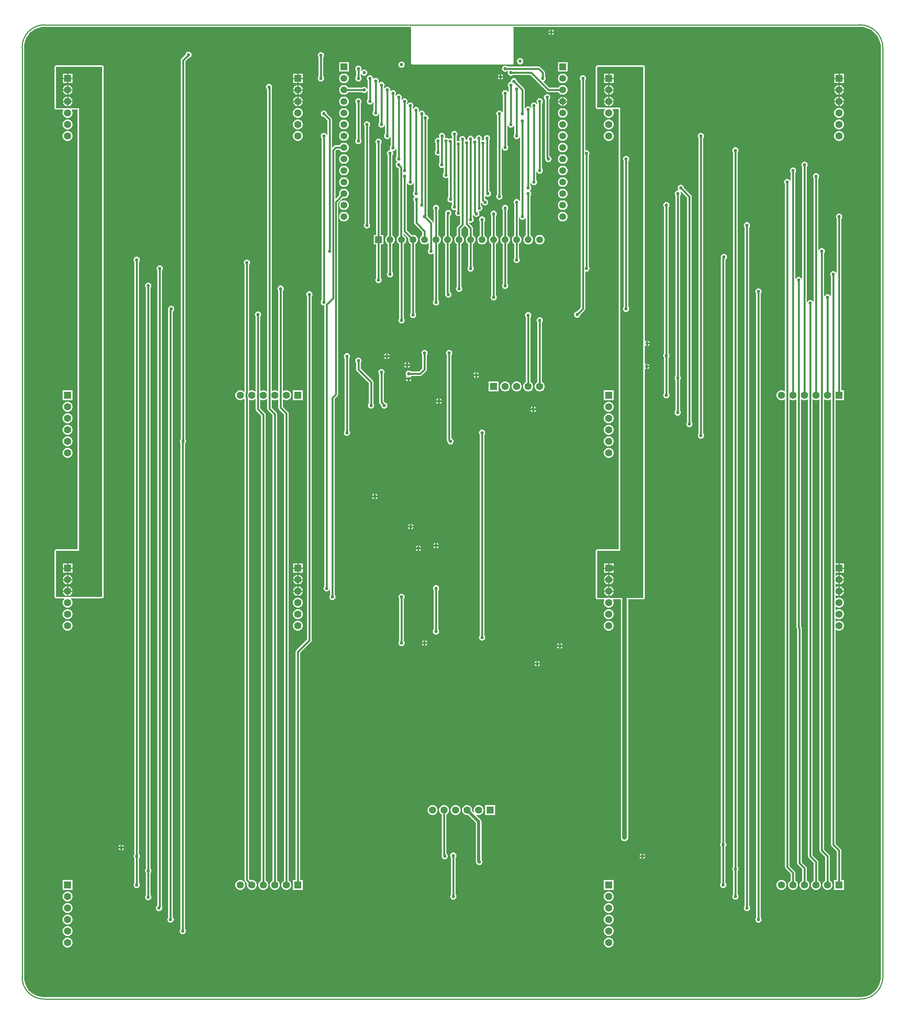
<source format=gbl>
G04*
G04 #@! TF.GenerationSoftware,Altium Limited,Altium Designer,22.10.1 (41)*
G04*
G04 Layer_Physical_Order=2*
G04 Layer_Color=16711680*
%FSLAX25Y25*%
%MOIN*%
G70*
G04*
G04 #@! TF.SameCoordinates,861FA483-057D-4AEF-8965-819BABE67C1D*
G04*
G04*
G04 #@! TF.FilePolarity,Positive*
G04*
G01*
G75*
%ADD11C,0.01000*%
%ADD58C,0.01500*%
%ADD59C,0.02500*%
%ADD60C,0.04000*%
%ADD61R,0.05906X0.05906*%
%ADD62C,0.05906*%
%ADD63C,0.06299*%
%ADD64R,0.06299X0.06299*%
%ADD65R,0.05906X0.05906*%
%ADD66R,0.06299X0.06299*%
%ADD67C,0.03000*%
G36*
X730475Y844591D02*
X732814Y844126D01*
X735071Y843360D01*
X737209Y842305D01*
X739191Y840981D01*
X740984Y839409D01*
X742556Y837617D01*
X743880Y835635D01*
X744935Y833496D01*
X745701Y831239D01*
X746166Y828901D01*
X746304Y826800D01*
X746298Y826772D01*
Y19761D01*
X746289Y19752D01*
X746289Y19752D01*
X746289Y19752D01*
X746182Y18120D01*
X745730Y15844D01*
X744984Y13647D01*
X743958Y11566D01*
X742669Y9637D01*
X741139Y7893D01*
X739394Y6363D01*
X737465Y5074D01*
X735384Y4048D01*
X733187Y3302D01*
X730912Y2849D01*
X728596Y2698D01*
X728383Y2712D01*
X727914Y2742D01*
X727424Y2733D01*
X727369Y2733D01*
X20160D01*
X19685Y2733D01*
X19662Y2729D01*
X19162Y2729D01*
X17187Y2859D01*
X14977Y3298D01*
X12844Y4023D01*
X10823Y5019D01*
X8950Y6271D01*
X7256Y7756D01*
X5771Y9450D01*
X4519Y11323D01*
X3523Y13344D01*
X2798Y15477D01*
X2359Y17687D01*
X2229Y19665D01*
X2233Y19685D01*
Y374016D01*
Y826295D01*
X2233Y826772D01*
X2229Y826794D01*
X2228Y827291D01*
X2362Y829335D01*
X2814Y831609D01*
X3560Y833805D01*
X4585Y835884D01*
X5873Y837812D01*
X7402Y839555D01*
X9145Y841084D01*
X11073Y842372D01*
X13152Y843397D01*
X15348Y844142D01*
X17621Y844595D01*
X19660Y844728D01*
X19685Y844723D01*
X19685Y844723D01*
X338383D01*
Y813146D01*
X338476Y812677D01*
X338741Y812280D01*
X339138Y812015D01*
X339606Y811922D01*
X426221D01*
X426689Y812015D01*
X427086Y812280D01*
X427351Y812677D01*
X427444Y813146D01*
Y844723D01*
X727846D01*
X727846Y844723D01*
X728346Y844723D01*
X728375Y844729D01*
X730475Y844591D01*
D02*
G37*
%LPC*%
G36*
X460750Y842395D02*
Y840750D01*
X462395D01*
X462119Y841416D01*
X461416Y842119D01*
X460750Y842395D01*
D02*
G37*
G36*
X459250D02*
X458584Y842119D01*
X457881Y841416D01*
X457605Y840750D01*
X459250D01*
Y842395D01*
D02*
G37*
G36*
X462395Y839250D02*
X460750D01*
Y837605D01*
X461416Y837881D01*
X462119Y838584D01*
X462395Y839250D01*
D02*
G37*
G36*
X459250D02*
X457605D01*
X457881Y838584D01*
X458584Y837881D01*
X459250Y837605D01*
Y839250D01*
D02*
G37*
G36*
X433367Y817568D02*
X432656D01*
X431970Y817383D01*
X431354Y817028D01*
X430851Y816525D01*
X430496Y815910D01*
X430312Y815223D01*
Y814512D01*
X430496Y813825D01*
X430851Y813210D01*
X431354Y812707D01*
X431970Y812352D01*
X432656Y812167D01*
X433367D01*
X434054Y812352D01*
X434670Y812707D01*
X435172Y813210D01*
X435528Y813825D01*
X435712Y814512D01*
Y815223D01*
X435528Y815910D01*
X435172Y816525D01*
X434670Y817028D01*
X434054Y817383D01*
X433367Y817568D01*
D02*
G37*
G36*
X330363Y814625D02*
X329653D01*
X328966Y814441D01*
X328350Y814086D01*
X327848Y813583D01*
X327492Y812967D01*
X327308Y812281D01*
Y811570D01*
X327492Y810883D01*
X327848Y810267D01*
X328350Y809765D01*
X328966Y809409D01*
X329653Y809225D01*
X330363D01*
X331050Y809409D01*
X331666Y809765D01*
X332169Y810267D01*
X332524Y810883D01*
X332708Y811570D01*
Y812281D01*
X332524Y812967D01*
X332169Y813583D01*
X331666Y814086D01*
X331050Y814441D01*
X330363Y814625D01*
D02*
G37*
G36*
X474153Y814153D02*
X465847D01*
Y805847D01*
X474153D01*
Y814153D01*
D02*
G37*
G36*
X284153D02*
X275847D01*
Y805847D01*
X284153D01*
Y814153D01*
D02*
G37*
G36*
X292856Y811082D02*
X292144D01*
X291458Y810898D01*
X290842Y810542D01*
X290339Y810040D01*
X289984Y809424D01*
X289800Y808737D01*
Y808026D01*
X289984Y807340D01*
X290339Y806724D01*
X290512Y806552D01*
Y801830D01*
X290339Y801658D01*
X289984Y801042D01*
X289800Y800356D01*
Y799645D01*
X289984Y798958D01*
X290339Y798342D01*
X290842Y797839D01*
X291458Y797484D01*
X292144Y797300D01*
X292856D01*
X293542Y797484D01*
X294158Y797839D01*
X294660Y798342D01*
X295016Y798958D01*
X295200Y799645D01*
Y800356D01*
X295016Y801042D01*
X294660Y801658D01*
X294488Y801830D01*
Y803876D01*
X294984Y803958D01*
X295339Y803342D01*
X295842Y802839D01*
X296458Y802484D01*
X297145Y802300D01*
X297855D01*
X298542Y802484D01*
X299158Y802839D01*
X299660Y803342D01*
X300016Y803958D01*
X300200Y804644D01*
Y805355D01*
X300016Y806042D01*
X299660Y806658D01*
X299158Y807160D01*
X298542Y807516D01*
X297855Y807700D01*
X297145D01*
X296458Y807516D01*
X295842Y807160D01*
X295339Y806658D01*
X295099Y806242D01*
X294582Y806346D01*
X294549Y806612D01*
X294660Y806724D01*
X295016Y807340D01*
X295200Y808026D01*
Y808737D01*
X295016Y809424D01*
X294660Y810040D01*
X294158Y810542D01*
X293542Y810898D01*
X292856Y811082D01*
D02*
G37*
G36*
X416750Y803691D02*
Y802045D01*
X418395D01*
X418119Y802711D01*
X417416Y803415D01*
X416750Y803691D01*
D02*
G37*
G36*
X415250D02*
X414584Y803415D01*
X413881Y802711D01*
X413605Y802045D01*
X415250D01*
Y803691D01*
D02*
G37*
G36*
X244150Y804150D02*
X240500D01*
Y800500D01*
X244150D01*
Y804150D01*
D02*
G37*
G36*
X714150D02*
X710500D01*
Y800500D01*
X714150D01*
Y804150D01*
D02*
G37*
G36*
X239500D02*
X235850D01*
Y800500D01*
X239500D01*
Y804150D01*
D02*
G37*
G36*
X709500D02*
X705850D01*
Y800500D01*
X709500D01*
Y804150D01*
D02*
G37*
G36*
X418395Y800545D02*
X416750D01*
Y798900D01*
X417416Y799176D01*
X418119Y799879D01*
X418395Y800545D01*
D02*
G37*
G36*
X415250D02*
X413605D01*
X413881Y799879D01*
X414584Y799176D01*
X415250Y798900D01*
Y800545D01*
D02*
G37*
G36*
X260355Y822700D02*
X259645D01*
X258958Y822516D01*
X258342Y822161D01*
X257839Y821658D01*
X257484Y821042D01*
X257300Y820356D01*
Y819645D01*
X257484Y818958D01*
X257839Y818342D01*
X258012Y818170D01*
Y801830D01*
X257839Y801658D01*
X257484Y801042D01*
X257300Y800356D01*
Y799645D01*
X257484Y798958D01*
X257839Y798342D01*
X258342Y797839D01*
X258958Y797484D01*
X259645Y797300D01*
X260355D01*
X261042Y797484D01*
X261658Y797839D01*
X262160Y798342D01*
X262516Y798958D01*
X262700Y799645D01*
Y800356D01*
X262516Y801042D01*
X262160Y801658D01*
X261988Y801830D01*
Y818170D01*
X262160Y818342D01*
X262516Y818958D01*
X262700Y819645D01*
Y820356D01*
X262516Y821042D01*
X262160Y821658D01*
X261658Y822161D01*
X261042Y822516D01*
X260355Y822700D01*
D02*
G37*
G36*
X714150Y799500D02*
X710500D01*
Y795850D01*
X714150D01*
Y799500D01*
D02*
G37*
G36*
X709500D02*
X705850D01*
Y795850D01*
X709500D01*
Y799500D01*
D02*
G37*
G36*
X244150D02*
X240500D01*
Y795850D01*
X244150D01*
Y799500D01*
D02*
G37*
G36*
X239500D02*
X235850D01*
Y795850D01*
X239500D01*
Y799500D01*
D02*
G37*
G36*
X470547Y804153D02*
X469453D01*
X468397Y803870D01*
X467450Y803323D01*
X466677Y802550D01*
X466130Y801603D01*
X465847Y800547D01*
Y799453D01*
X466130Y798397D01*
X466677Y797450D01*
X467450Y796677D01*
X468397Y796130D01*
X469453Y795847D01*
X470547D01*
X471603Y796130D01*
X472550Y796677D01*
X473323Y797450D01*
X473870Y798397D01*
X474153Y799453D01*
Y800547D01*
X473870Y801603D01*
X473323Y802550D01*
X472550Y803323D01*
X471603Y803870D01*
X470547Y804153D01*
D02*
G37*
G36*
X280547D02*
X279453D01*
X278397Y803870D01*
X277450Y803323D01*
X276677Y802550D01*
X276130Y801603D01*
X275847Y800547D01*
Y799453D01*
X276130Y798397D01*
X276677Y797450D01*
X277450Y796677D01*
X278397Y796130D01*
X279453Y795847D01*
X280547D01*
X281603Y796130D01*
X282550Y796677D01*
X283323Y797450D01*
X283870Y798397D01*
X284153Y799453D01*
Y800547D01*
X283870Y801603D01*
X283323Y802550D01*
X282550Y803323D01*
X281603Y803870D01*
X280547Y804153D01*
D02*
G37*
G36*
X302855Y802700D02*
X302145D01*
X301458Y802516D01*
X300842Y802160D01*
X300340Y801658D01*
X299984Y801042D01*
X299800Y800356D01*
Y799645D01*
X299984Y798958D01*
X300340Y798342D01*
X300512Y798170D01*
Y791124D01*
X300016Y791042D01*
X299660Y791658D01*
X299158Y792161D01*
X298542Y792516D01*
X297855Y792700D01*
X297145D01*
X296458Y792516D01*
X295842Y792161D01*
X295670Y791988D01*
X283647D01*
X283323Y792550D01*
X282550Y793323D01*
X281603Y793870D01*
X280547Y794153D01*
X279453D01*
X278397Y793870D01*
X277450Y793323D01*
X276677Y792550D01*
X276130Y791603D01*
X275847Y790547D01*
Y789453D01*
X276130Y788397D01*
X276677Y787450D01*
X277450Y786677D01*
X278397Y786130D01*
X279453Y785847D01*
X280547D01*
X281603Y786130D01*
X282550Y786677D01*
X283323Y787450D01*
X283647Y788012D01*
X295670D01*
X295842Y787840D01*
X296458Y787484D01*
X297145Y787300D01*
X297855D01*
X298542Y787484D01*
X299158Y787840D01*
X299660Y788342D01*
X300016Y788958D01*
X300512Y788876D01*
Y781830D01*
X300340Y781658D01*
X299984Y781042D01*
X299800Y780356D01*
Y779644D01*
X299984Y778958D01*
X300340Y778342D01*
X300842Y777840D01*
X301458Y777484D01*
X302145Y777300D01*
X302855D01*
X303542Y777484D01*
X304158Y777840D01*
X304661Y778342D01*
X305016Y778958D01*
X305118Y779339D01*
X305618Y779273D01*
Y771937D01*
X305340Y771658D01*
X304984Y771042D01*
X304800Y770356D01*
Y769644D01*
X304984Y768958D01*
X305340Y768342D01*
X305842Y767839D01*
X306458Y767484D01*
X307144Y767300D01*
X307856D01*
X308542Y767484D01*
X309158Y767839D01*
X309661Y768342D01*
X310016Y768958D01*
X310512Y768876D01*
Y761830D01*
X310339Y761658D01*
X309984Y761042D01*
X309800Y760356D01*
Y759645D01*
X309984Y758958D01*
X310339Y758342D01*
X310842Y757839D01*
X311458Y757484D01*
X312144Y757300D01*
X312856D01*
X313542Y757484D01*
X314158Y757839D01*
X314661Y758342D01*
X315016Y758958D01*
X315512Y758876D01*
Y751830D01*
X315339Y751658D01*
X314984Y751042D01*
X314800Y750355D01*
Y749645D01*
X314984Y748958D01*
X315339Y748342D01*
X315842Y747839D01*
X316458Y747484D01*
X317144Y747300D01*
X317856D01*
X318542Y747484D01*
X319158Y747839D01*
X319660Y748342D01*
X320016Y748958D01*
X320512Y748876D01*
Y741505D01*
X320339Y741333D01*
X319984Y740717D01*
X319800Y740031D01*
Y739320D01*
X319984Y738633D01*
X320234Y738200D01*
X320011Y737734D01*
X319971Y737700D01*
X319644D01*
X318958Y737516D01*
X318342Y737160D01*
X317840Y736658D01*
X317484Y736042D01*
X317300Y735356D01*
Y734645D01*
X317484Y733958D01*
X317840Y733342D01*
X318012Y733170D01*
Y663647D01*
X317450Y663323D01*
X316677Y662550D01*
X316130Y661603D01*
X315847Y660547D01*
Y659453D01*
X316130Y658397D01*
X316677Y657450D01*
X317450Y656677D01*
X318012Y656353D01*
Y631830D01*
X317840Y631658D01*
X317484Y631042D01*
X317300Y630356D01*
Y629644D01*
X317484Y628958D01*
X317840Y628342D01*
X318342Y627840D01*
X318958Y627484D01*
X319644Y627300D01*
X320356D01*
X321042Y627484D01*
X321658Y627840D01*
X322161Y628342D01*
X322516Y628958D01*
X322700Y629644D01*
Y630356D01*
X322516Y631042D01*
X322161Y631658D01*
X321988Y631830D01*
Y656353D01*
X322550Y656677D01*
X323323Y657450D01*
X323870Y658397D01*
X324153Y659453D01*
Y660547D01*
X323870Y661603D01*
X323323Y662550D01*
X322550Y663323D01*
X321988Y663647D01*
Y733170D01*
X322161Y733342D01*
X322516Y733958D01*
X322700Y734645D01*
Y735356D01*
X322516Y736042D01*
X322266Y736475D01*
X322489Y736941D01*
X322529Y736975D01*
X322855D01*
X323542Y737159D01*
X324158Y737515D01*
X324660Y738017D01*
X325016Y738633D01*
X325512Y738552D01*
Y731830D01*
X325340Y731658D01*
X324984Y731042D01*
X324800Y730356D01*
Y729644D01*
X324984Y728958D01*
X325340Y728342D01*
X325842Y727840D01*
X325997Y727750D01*
Y727250D01*
X325842Y727161D01*
X325340Y726658D01*
X324984Y726042D01*
X324800Y725355D01*
Y724645D01*
X324984Y723958D01*
X325340Y723342D01*
X325842Y722839D01*
X326458Y722484D01*
X326923Y722359D01*
X327474Y721808D01*
Y663337D01*
X327450Y663323D01*
X326677Y662550D01*
X326130Y661603D01*
X325847Y660547D01*
Y659453D01*
X326130Y658397D01*
X326677Y657450D01*
X327450Y656677D01*
X328012Y656353D01*
Y591830D01*
X327839Y591658D01*
X327484Y591042D01*
X327300Y590355D01*
Y589644D01*
X327484Y588958D01*
X327839Y588342D01*
X328342Y587840D01*
X328958Y587484D01*
X329644Y587300D01*
X330356D01*
X331042Y587484D01*
X331658Y587840D01*
X332160Y588342D01*
X332516Y588958D01*
X332700Y589644D01*
Y590355D01*
X332516Y591042D01*
X332160Y591658D01*
X331988Y591830D01*
Y656353D01*
X332550Y656677D01*
X333323Y657450D01*
X333870Y658397D01*
X334153Y659453D01*
Y660547D01*
X333870Y661603D01*
X333323Y662550D01*
X332550Y663323D01*
X331603Y663870D01*
X331451Y663910D01*
Y665084D01*
X331913Y665275D01*
X336015Y661173D01*
X335847Y660547D01*
Y659453D01*
X336130Y658397D01*
X336677Y657450D01*
X337450Y656677D01*
X338012Y656353D01*
Y596505D01*
X337840Y596333D01*
X337484Y595717D01*
X337300Y595031D01*
Y594320D01*
X337484Y593633D01*
X337840Y593017D01*
X338342Y592515D01*
X338958Y592159D01*
X339645Y591975D01*
X340355D01*
X341042Y592159D01*
X341658Y592515D01*
X342161Y593017D01*
X342516Y593633D01*
X342700Y594320D01*
Y595031D01*
X342516Y595717D01*
X342161Y596333D01*
X341988Y596505D01*
Y656353D01*
X342550Y656677D01*
X343323Y657450D01*
X343870Y658397D01*
X344153Y659453D01*
Y660547D01*
X343870Y661603D01*
X343323Y662550D01*
X342550Y663323D01*
X341603Y663870D01*
X340547Y664153D01*
X339453D01*
X338827Y663985D01*
X334488Y668324D01*
Y708876D01*
X334984Y708958D01*
X335339Y708342D01*
X335842Y707839D01*
X336458Y707484D01*
X337144Y707300D01*
X337856D01*
X338542Y707484D01*
X339158Y707839D01*
X339661Y708342D01*
X340016Y708958D01*
X340512Y708876D01*
Y701830D01*
X340339Y701658D01*
X339984Y701042D01*
X339800Y700355D01*
Y699645D01*
X339984Y698958D01*
X340339Y698342D01*
X340842Y697839D01*
X341115Y697682D01*
X341163Y697425D01*
X341141Y697089D01*
X340709Y696658D01*
X340354Y696042D01*
X340170Y695356D01*
Y694644D01*
X340354Y693958D01*
X340709Y693342D01*
X340882Y693170D01*
Y674630D01*
X341033Y673869D01*
X341464Y673224D01*
X348012Y666677D01*
Y663647D01*
X347450Y663323D01*
X346677Y662550D01*
X346130Y661603D01*
X345847Y660547D01*
Y659453D01*
X346130Y658397D01*
X346677Y657450D01*
X347450Y656677D01*
X348397Y656130D01*
X349453Y655847D01*
X350547D01*
X351603Y656130D01*
X352550Y656677D01*
X353022Y657149D01*
X353522Y656942D01*
Y651769D01*
X353410Y651658D01*
X353055Y651042D01*
X352871Y650355D01*
Y649645D01*
X353055Y648958D01*
X353410Y648342D01*
X353913Y647839D01*
X354529Y647484D01*
X355215Y647300D01*
X355926D01*
X356613Y647484D01*
X357229Y647839D01*
X357512Y648123D01*
X358012Y647915D01*
Y607368D01*
X357839Y607195D01*
X357484Y606580D01*
X357300Y605893D01*
Y605182D01*
X357484Y604495D01*
X357839Y603880D01*
X358342Y603377D01*
X358958Y603021D01*
X359645Y602837D01*
X360355D01*
X361042Y603021D01*
X361658Y603377D01*
X362160Y603880D01*
X362516Y604495D01*
X362700Y605182D01*
Y605893D01*
X362516Y606580D01*
X362160Y607195D01*
X361988Y607368D01*
Y656353D01*
X362550Y656677D01*
X363323Y657450D01*
X363870Y658397D01*
X364153Y659453D01*
Y660547D01*
X363870Y661603D01*
X363323Y662550D01*
X362550Y663323D01*
X361988Y663647D01*
Y685670D01*
X362160Y685842D01*
X362516Y686458D01*
X362700Y687145D01*
Y687855D01*
X362516Y688542D01*
X362160Y689158D01*
X361658Y689661D01*
X361042Y690016D01*
X360355Y690200D01*
X359645D01*
X358958Y690016D01*
X358342Y689661D01*
X357839Y689158D01*
X357484Y688542D01*
X357300Y687855D01*
Y687145D01*
X357484Y686458D01*
X357839Y685842D01*
X358012Y685670D01*
Y664131D01*
X357998Y664123D01*
X357498Y664412D01*
Y674490D01*
X357347Y675251D01*
X356916Y675896D01*
X352700Y680112D01*
Y680356D01*
X352692Y680384D01*
X352772Y680784D01*
Y763953D01*
X352944Y764126D01*
X353299Y764741D01*
X353484Y765428D01*
Y766139D01*
X353299Y766826D01*
X352944Y767441D01*
X352441Y767944D01*
X351826Y768299D01*
X351139Y768483D01*
X350587D01*
X350175Y768879D01*
X350200Y768971D01*
Y769682D01*
X350016Y770369D01*
X349660Y770985D01*
X349158Y771487D01*
X348542Y771843D01*
X347855Y772027D01*
X347145D01*
X346458Y771843D01*
X345842Y771487D01*
X345339Y770985D01*
X345245Y770821D01*
X344712Y770898D01*
X344706Y770921D01*
X345016Y771458D01*
X345200Y772145D01*
Y772856D01*
X345016Y773542D01*
X344660Y774158D01*
X344158Y774660D01*
X343542Y775016D01*
X342856Y775200D01*
X342144D01*
X341458Y775016D01*
X340842Y774660D01*
X340339Y774158D01*
X339984Y773542D01*
X339488Y773624D01*
Y774583D01*
X339661Y774755D01*
X340016Y775371D01*
X340200Y776058D01*
Y776769D01*
X340016Y777456D01*
X339661Y778071D01*
X339158Y778574D01*
X338542Y778929D01*
X337856Y779113D01*
X337144D01*
X336458Y778929D01*
X335842Y778574D01*
X335339Y778071D01*
X334984Y777456D01*
X334488Y777537D01*
Y778166D01*
X334661Y778338D01*
X335016Y778954D01*
X335200Y779641D01*
Y780351D01*
X335016Y781038D01*
X334661Y781654D01*
X334158Y782157D01*
X333542Y782512D01*
X332856Y782696D01*
X332144D01*
X331458Y782512D01*
X330842Y782157D01*
X330340Y781654D01*
X329984Y781038D01*
X329488Y781120D01*
Y781709D01*
X329661Y781882D01*
X330016Y782497D01*
X330200Y783184D01*
Y783895D01*
X330016Y784582D01*
X329661Y785197D01*
X329158Y785700D01*
X328542Y786055D01*
X327855Y786239D01*
X327145D01*
X326458Y786055D01*
X325842Y785700D01*
X325340Y785197D01*
X324984Y784582D01*
X324488Y784663D01*
Y785253D01*
X324660Y785425D01*
X325016Y786040D01*
X325200Y786727D01*
Y787438D01*
X325016Y788125D01*
X324660Y788740D01*
X324158Y789243D01*
X323542Y789599D01*
X322855Y789783D01*
X322145D01*
X321458Y789599D01*
X320842Y789243D01*
X320525Y788926D01*
X320077Y789185D01*
X320200Y789644D01*
Y790355D01*
X320016Y791042D01*
X319660Y791658D01*
X319158Y792161D01*
X318542Y792516D01*
X317856Y792700D01*
X317144D01*
X316458Y792516D01*
X315842Y792161D01*
X315339Y791658D01*
X314984Y791042D01*
X314488Y791124D01*
Y792339D01*
X314661Y792511D01*
X315016Y793127D01*
X315200Y793814D01*
Y794525D01*
X315016Y795211D01*
X314661Y795827D01*
X314158Y796330D01*
X313542Y796685D01*
X312856Y796869D01*
X312144D01*
X311458Y796685D01*
X310842Y796330D01*
X310369Y795857D01*
X310209Y795856D01*
X309828Y795942D01*
X309814Y795996D01*
X309873Y796055D01*
X310229Y796670D01*
X310413Y797357D01*
Y798068D01*
X310229Y798755D01*
X309873Y799370D01*
X309370Y799873D01*
X308755Y800229D01*
X308068Y800413D01*
X307357D01*
X306670Y800229D01*
X306055Y799873D01*
X305678Y799496D01*
X305397Y799583D01*
X305200Y799725D01*
Y800356D01*
X305016Y801042D01*
X304661Y801658D01*
X304158Y802160D01*
X303542Y802516D01*
X302855Y802700D01*
D02*
G37*
G36*
X240546Y794150D02*
X240500D01*
Y790500D01*
X244150D01*
Y790546D01*
X243867Y791602D01*
X243320Y792548D01*
X242548Y793321D01*
X241602Y793867D01*
X240546Y794150D01*
D02*
G37*
G36*
X710546D02*
X710500D01*
Y790500D01*
X714150D01*
Y790546D01*
X713867Y791602D01*
X713320Y792548D01*
X712548Y793321D01*
X711602Y793867D01*
X710546Y794150D01*
D02*
G37*
G36*
X239500D02*
X239454D01*
X238398Y793867D01*
X237452Y793321D01*
X236680Y792548D01*
X236133Y791602D01*
X235850Y790546D01*
Y790500D01*
X239500D01*
Y794150D01*
D02*
G37*
G36*
X709500D02*
X709454D01*
X708398Y793867D01*
X707452Y793321D01*
X706679Y792548D01*
X706133Y791602D01*
X705850Y790546D01*
Y790500D01*
X709500D01*
Y794150D01*
D02*
G37*
G36*
X427855Y800200D02*
X427144D01*
X426458Y800016D01*
X425842Y799660D01*
X425340Y799158D01*
X424984Y798542D01*
X424800Y797856D01*
Y797145D01*
X424375Y796797D01*
X423958Y796685D01*
X423342Y796330D01*
X422839Y795827D01*
X422484Y795211D01*
X422300Y794525D01*
Y793814D01*
X422484Y793127D01*
X422839Y792511D01*
X423012Y792339D01*
Y788206D01*
X422516Y788125D01*
X422160Y788740D01*
X421658Y789243D01*
X421042Y789599D01*
X420356Y789783D01*
X419644D01*
X418958Y789599D01*
X418342Y789243D01*
X417839Y788740D01*
X417484Y788125D01*
X417300Y787438D01*
Y786727D01*
X417484Y786040D01*
X417839Y785425D01*
X418012Y785253D01*
Y770450D01*
X417516Y770369D01*
X417161Y770985D01*
X416658Y771487D01*
X416042Y771843D01*
X415355Y772027D01*
X414644D01*
X413958Y771843D01*
X413342Y771487D01*
X412840Y770985D01*
X412484Y770369D01*
X412300Y769682D01*
Y768971D01*
X412484Y768285D01*
X412840Y767669D01*
X413012Y767497D01*
Y699330D01*
X412840Y699158D01*
X412484Y698542D01*
X412300Y697856D01*
Y697145D01*
X412484Y696458D01*
X412840Y695842D01*
X413342Y695339D01*
X413958Y694984D01*
X414644Y694800D01*
X415355D01*
X416042Y694984D01*
X416658Y695339D01*
X417161Y695842D01*
X417516Y696458D01*
X417700Y697145D01*
Y697856D01*
X417516Y698542D01*
X417161Y699158D01*
X416988Y699330D01*
Y738876D01*
X417484Y738958D01*
X417839Y738342D01*
X418342Y737840D01*
X418958Y737484D01*
X419644Y737300D01*
X420356D01*
X421042Y737484D01*
X421658Y737840D01*
X422160Y738342D01*
X422516Y738958D01*
X422700Y739644D01*
Y740355D01*
X422516Y741042D01*
X422160Y741658D01*
X421988Y741830D01*
Y758876D01*
X422484Y758958D01*
X422839Y758342D01*
X423342Y757839D01*
X423958Y757484D01*
X424645Y757300D01*
X425355D01*
X426042Y757484D01*
X426658Y757839D01*
X427161Y758342D01*
X427516Y758958D01*
X428012Y758876D01*
Y751830D01*
X427840Y751658D01*
X427484Y751042D01*
X427300Y750355D01*
Y749645D01*
X427484Y748958D01*
X427840Y748342D01*
X428342Y747839D01*
X428958Y747484D01*
X429644Y747300D01*
X430356D01*
X431042Y747484D01*
X431658Y747839D01*
X432161Y748342D01*
X432516Y748958D01*
X433012Y748876D01*
Y693624D01*
X432516Y693542D01*
X432161Y694158D01*
X431658Y694661D01*
X431042Y695016D01*
X430356Y695200D01*
X429644D01*
X428958Y695016D01*
X428342Y694661D01*
X427840Y694158D01*
X427484Y693542D01*
X427300Y692856D01*
Y692144D01*
X427484Y691458D01*
X427840Y690842D01*
X428012Y690670D01*
Y663647D01*
X427450Y663323D01*
X426677Y662550D01*
X426130Y661603D01*
X425847Y660547D01*
Y659453D01*
X426130Y658397D01*
X426677Y657450D01*
X427450Y656677D01*
X428012Y656353D01*
Y644330D01*
X427840Y644158D01*
X427484Y643542D01*
X427300Y642856D01*
Y642144D01*
X427484Y641458D01*
X427840Y640842D01*
X428342Y640340D01*
X428958Y639984D01*
X429644Y639800D01*
X430356D01*
X431042Y639984D01*
X431658Y640340D01*
X432161Y640842D01*
X432516Y641458D01*
X432700Y642144D01*
Y642856D01*
X432516Y643542D01*
X432161Y644158D01*
X431988Y644330D01*
Y656353D01*
X432550Y656677D01*
X433323Y657450D01*
X433870Y658397D01*
X434153Y659453D01*
Y660547D01*
X433870Y661603D01*
X433323Y662550D01*
X432550Y663323D01*
X431988Y663647D01*
Y678876D01*
X432484Y678958D01*
X432839Y678342D01*
X433342Y677840D01*
X433958Y677484D01*
X434645Y677300D01*
X435356D01*
X436042Y677484D01*
X436658Y677840D01*
X437160Y678342D01*
X437516Y678958D01*
X438012Y678876D01*
Y663647D01*
X437450Y663323D01*
X436677Y662550D01*
X436130Y661603D01*
X435847Y660547D01*
Y659453D01*
X436130Y658397D01*
X436677Y657450D01*
X437450Y656677D01*
X438397Y656130D01*
X439453Y655847D01*
X440547D01*
X441603Y656130D01*
X442550Y656677D01*
X443323Y657450D01*
X443870Y658397D01*
X444153Y659453D01*
Y660547D01*
X443870Y661603D01*
X443323Y662550D01*
X442550Y663323D01*
X441988Y663647D01*
Y698170D01*
X442161Y698342D01*
X442516Y698958D01*
X442700Y699645D01*
Y700355D01*
X442516Y701042D01*
X442161Y701658D01*
X441658Y702161D01*
X441503Y702250D01*
Y702750D01*
X441658Y702840D01*
X442161Y703342D01*
X442516Y703958D01*
X442700Y704644D01*
Y705356D01*
X442516Y706042D01*
X442161Y706658D01*
X441988Y706830D01*
Y708876D01*
X442484Y708958D01*
X442839Y708342D01*
X443342Y707839D01*
X443958Y707484D01*
X444644Y707300D01*
X445356D01*
X446042Y707484D01*
X446658Y707839D01*
X447160Y708342D01*
X447516Y708958D01*
X447700Y709645D01*
Y710356D01*
X447516Y711042D01*
X447160Y711658D01*
X446988Y711830D01*
Y718876D01*
X447484Y718958D01*
X447839Y718342D01*
X448342Y717839D01*
X448958Y717484D01*
X449645Y717300D01*
X450355D01*
X451042Y717484D01*
X451658Y717839D01*
X452161Y718342D01*
X452516Y718958D01*
X452700Y719644D01*
Y720356D01*
X452516Y721042D01*
X452161Y721658D01*
X451988Y721830D01*
Y778166D01*
X452161Y778338D01*
X452516Y778954D01*
X452700Y779641D01*
Y780351D01*
X452516Y781038D01*
X452161Y781654D01*
X451658Y782157D01*
X451042Y782512D01*
X450355Y782696D01*
X449645D01*
X448958Y782512D01*
X448342Y782157D01*
X447839Y781654D01*
X447484Y781038D01*
X447300Y780351D01*
Y779641D01*
X447484Y778954D01*
X447839Y778338D01*
X448012Y778166D01*
Y777537D01*
X447516Y777456D01*
X447160Y778071D01*
X446658Y778574D01*
X446042Y778929D01*
X445356Y779113D01*
X444644D01*
X443958Y778929D01*
X443342Y778574D01*
X442839Y778071D01*
X442484Y777456D01*
X442300Y776769D01*
Y776058D01*
X442484Y775371D01*
X442839Y774755D01*
X443012Y774583D01*
Y773994D01*
X442516Y773912D01*
X442161Y774528D01*
X441658Y775031D01*
X441042Y775386D01*
X440355Y775570D01*
X439644D01*
X438958Y775386D01*
X438342Y775031D01*
X437840Y774528D01*
X437484Y773912D01*
X436988Y773994D01*
Y790000D01*
X436837Y790761D01*
X436406Y791406D01*
X430200Y797612D01*
Y797856D01*
X430016Y798542D01*
X429661Y799158D01*
X429158Y799660D01*
X428542Y800016D01*
X427855Y800200D01*
D02*
G37*
G36*
X714150Y789500D02*
X710500D01*
Y785850D01*
X710546D01*
X711602Y786133D01*
X712548Y786680D01*
X713320Y787452D01*
X713867Y788398D01*
X714150Y789454D01*
Y789500D01*
D02*
G37*
G36*
X709500D02*
X705850D01*
Y789454D01*
X706133Y788398D01*
X706679Y787452D01*
X707452Y786680D01*
X708398Y786133D01*
X709454Y785850D01*
X709500D01*
Y789500D01*
D02*
G37*
G36*
X244150D02*
X240500D01*
Y785850D01*
X240546D01*
X241602Y786133D01*
X242548Y786680D01*
X243320Y787452D01*
X243867Y788398D01*
X244150Y789454D01*
Y789500D01*
D02*
G37*
G36*
X239500D02*
X235850D01*
Y789454D01*
X236133Y788398D01*
X236680Y787452D01*
X237452Y786680D01*
X238398Y786133D01*
X239454Y785850D01*
X239500D01*
Y789500D01*
D02*
G37*
G36*
X420356Y811082D02*
X419644D01*
X418958Y810898D01*
X418342Y810542D01*
X417839Y810040D01*
X417484Y809424D01*
X417300Y808737D01*
Y808026D01*
X417484Y807340D01*
X417839Y806724D01*
X418342Y806221D01*
X418958Y805866D01*
X419644Y805682D01*
X420356D01*
X421042Y805866D01*
X421658Y806221D01*
X421816Y806380D01*
X422273Y806346D01*
X422508Y805922D01*
X422484Y805881D01*
X422300Y805194D01*
Y804483D01*
X422484Y803796D01*
X422839Y803181D01*
X423342Y802678D01*
X423958Y802323D01*
X424645Y802139D01*
X425355D01*
X426042Y802323D01*
X426658Y802678D01*
X426830Y802850D01*
X441838D01*
X456094Y788594D01*
X456739Y788163D01*
X457500Y788012D01*
X466353D01*
X466677Y787450D01*
X467450Y786677D01*
X468397Y786130D01*
X469453Y785847D01*
X470547D01*
X471603Y786130D01*
X472550Y786677D01*
X473323Y787450D01*
X473870Y788397D01*
X474153Y789453D01*
Y790547D01*
X473870Y791603D01*
X473323Y792550D01*
X472550Y793323D01*
X471603Y793870D01*
X470547Y794153D01*
X469453D01*
X468397Y793870D01*
X467450Y793323D01*
X466677Y792550D01*
X466353Y791988D01*
X458323D01*
X453332Y796980D01*
X453462Y797462D01*
X453542Y797484D01*
X454158Y797839D01*
X454661Y798342D01*
X455016Y798958D01*
X455200Y799645D01*
Y800356D01*
X455016Y801042D01*
X454661Y801658D01*
X454488Y801830D01*
Y805000D01*
X454337Y805761D01*
X453906Y806406D01*
X450524Y809788D01*
X449879Y810219D01*
X449118Y810370D01*
X421830D01*
X421658Y810542D01*
X421042Y810898D01*
X420356Y811082D01*
D02*
G37*
G36*
X710546Y784150D02*
X710500D01*
Y780500D01*
X714150D01*
Y780546D01*
X713867Y781602D01*
X713320Y782548D01*
X712548Y783321D01*
X711602Y783867D01*
X710546Y784150D01*
D02*
G37*
G36*
X470520Y783953D02*
X470500D01*
Y780500D01*
X473953D01*
Y780520D01*
X473683Y781526D01*
X473163Y782427D01*
X472427Y783163D01*
X471526Y783683D01*
X470520Y783953D01*
D02*
G37*
G36*
X240546Y784150D02*
X240500D01*
Y780500D01*
X244150D01*
Y780546D01*
X243867Y781602D01*
X243320Y782548D01*
X242548Y783321D01*
X241602Y783867D01*
X240546Y784150D01*
D02*
G37*
G36*
X469500Y783953D02*
X469480D01*
X468474Y783683D01*
X467573Y783163D01*
X466837Y782427D01*
X466317Y781526D01*
X466047Y780520D01*
Y780500D01*
X469500D01*
Y783953D01*
D02*
G37*
G36*
X709500Y784150D02*
X709454D01*
X708398Y783867D01*
X707452Y783321D01*
X706679Y782548D01*
X706133Y781602D01*
X705850Y780546D01*
Y780500D01*
X709500D01*
Y784150D01*
D02*
G37*
G36*
X239500D02*
X239454D01*
X238398Y783867D01*
X237452Y783321D01*
X236680Y782548D01*
X236133Y781602D01*
X235850Y780546D01*
Y780500D01*
X239500D01*
Y784150D01*
D02*
G37*
G36*
X473953Y779500D02*
X470500D01*
Y776047D01*
X470520D01*
X471526Y776317D01*
X472427Y776837D01*
X473163Y777573D01*
X473683Y778474D01*
X473953Y779480D01*
Y779500D01*
D02*
G37*
G36*
X469500D02*
X466047D01*
Y779480D01*
X466317Y778474D01*
X466837Y777573D01*
X467573Y776837D01*
X468474Y776317D01*
X469480Y776047D01*
X469500D01*
Y779500D01*
D02*
G37*
G36*
X714150D02*
X710500D01*
Y775850D01*
X710546D01*
X711602Y776133D01*
X712548Y776680D01*
X713320Y777452D01*
X713867Y778398D01*
X714150Y779454D01*
Y779500D01*
D02*
G37*
G36*
X709500D02*
X705850D01*
Y779454D01*
X706133Y778398D01*
X706679Y777452D01*
X707452Y776680D01*
X708398Y776133D01*
X709454Y775850D01*
X709500D01*
Y779500D01*
D02*
G37*
G36*
X244150D02*
X240500D01*
Y775850D01*
X240546D01*
X241602Y776133D01*
X242548Y776680D01*
X243320Y777452D01*
X243867Y778398D01*
X244150Y779454D01*
Y779500D01*
D02*
G37*
G36*
X239500D02*
X235850D01*
Y779454D01*
X236133Y778398D01*
X236680Y777452D01*
X237452Y776680D01*
X238398Y776133D01*
X239454Y775850D01*
X239500D01*
Y779500D01*
D02*
G37*
G36*
X280547Y784153D02*
X279453D01*
X278397Y783870D01*
X277450Y783323D01*
X276677Y782550D01*
X276130Y781603D01*
X275847Y780547D01*
Y779453D01*
X276130Y778397D01*
X276677Y777450D01*
X277450Y776677D01*
X278397Y776130D01*
X279453Y775847D01*
X280547D01*
X281603Y776130D01*
X282550Y776677D01*
X283323Y777450D01*
X283870Y778397D01*
X284153Y779453D01*
Y780547D01*
X283870Y781603D01*
X283323Y782550D01*
X282550Y783323D01*
X281603Y783870D01*
X280547Y784153D01*
D02*
G37*
G36*
X470547Y774153D02*
X469453D01*
X468397Y773870D01*
X467450Y773323D01*
X466677Y772550D01*
X466130Y771603D01*
X465847Y770547D01*
Y769453D01*
X466130Y768397D01*
X466677Y767450D01*
X467450Y766677D01*
X468397Y766130D01*
X469453Y765847D01*
X470547D01*
X471603Y766130D01*
X472550Y766677D01*
X473323Y767450D01*
X473870Y768397D01*
X474153Y769453D01*
Y770547D01*
X473870Y771603D01*
X473323Y772550D01*
X472550Y773323D01*
X471603Y773870D01*
X470547Y774153D01*
D02*
G37*
G36*
X280547D02*
X279453D01*
X278397Y773870D01*
X277450Y773323D01*
X276677Y772550D01*
X276130Y771603D01*
X275847Y770547D01*
Y769453D01*
X276130Y768397D01*
X276677Y767450D01*
X277450Y766677D01*
X278397Y766130D01*
X279453Y765847D01*
X280547D01*
X281603Y766130D01*
X282550Y766677D01*
X283323Y767450D01*
X283870Y768397D01*
X284153Y769453D01*
Y770547D01*
X283870Y771603D01*
X283323Y772550D01*
X282550Y773323D01*
X281603Y773870D01*
X280547Y774153D01*
D02*
G37*
G36*
X710573Y774350D02*
X709427D01*
X708321Y774053D01*
X707329Y773481D01*
X706520Y772671D01*
X705947Y771679D01*
X705650Y770573D01*
Y769427D01*
X705947Y768321D01*
X706520Y767329D01*
X707329Y766519D01*
X708321Y765947D01*
X709427Y765650D01*
X710573D01*
X711679Y765947D01*
X712671Y766519D01*
X713481Y767329D01*
X714053Y768321D01*
X714350Y769427D01*
Y770573D01*
X714053Y771679D01*
X713481Y772671D01*
X712671Y773481D01*
X711679Y774053D01*
X710573Y774350D01*
D02*
G37*
G36*
X240573D02*
X239427D01*
X238321Y774053D01*
X237329Y773481D01*
X236520Y772671D01*
X235947Y771679D01*
X235650Y770573D01*
Y769427D01*
X235947Y768321D01*
X236520Y767329D01*
X237329Y766519D01*
X238321Y765947D01*
X239427Y765650D01*
X240573D01*
X241679Y765947D01*
X242671Y766519D01*
X243480Y767329D01*
X244053Y768321D01*
X244350Y769427D01*
Y770573D01*
X244053Y771679D01*
X243480Y772671D01*
X242671Y773481D01*
X241679Y774053D01*
X240573Y774350D01*
D02*
G37*
G36*
X470547Y764153D02*
X469453D01*
X468397Y763870D01*
X467450Y763323D01*
X466677Y762550D01*
X466130Y761603D01*
X465847Y760547D01*
Y759453D01*
X466130Y758397D01*
X466677Y757450D01*
X467450Y756677D01*
X468397Y756130D01*
X469453Y755847D01*
X470547D01*
X471603Y756130D01*
X472550Y756677D01*
X473323Y757450D01*
X473870Y758397D01*
X474153Y759453D01*
Y760547D01*
X473870Y761603D01*
X473323Y762550D01*
X472550Y763323D01*
X471603Y763870D01*
X470547Y764153D01*
D02*
G37*
G36*
X280547D02*
X279453D01*
X278397Y763870D01*
X277450Y763323D01*
X276677Y762550D01*
X276130Y761603D01*
X275847Y760547D01*
Y759453D01*
X276130Y758397D01*
X276677Y757450D01*
X277450Y756677D01*
X278397Y756130D01*
X279453Y755847D01*
X280547D01*
X281603Y756130D01*
X282550Y756677D01*
X283323Y757450D01*
X283870Y758397D01*
X284153Y759453D01*
Y760547D01*
X283870Y761603D01*
X283323Y762550D01*
X282550Y763323D01*
X281603Y763870D01*
X280547Y764153D01*
D02*
G37*
G36*
X710573Y764350D02*
X709427D01*
X708321Y764053D01*
X707329Y763481D01*
X706520Y762671D01*
X705947Y761679D01*
X705650Y760573D01*
Y759427D01*
X705947Y758321D01*
X706520Y757329D01*
X707329Y756520D01*
X708321Y755947D01*
X709427Y755650D01*
X710573D01*
X711679Y755947D01*
X712671Y756520D01*
X713481Y757329D01*
X714053Y758321D01*
X714350Y759427D01*
Y760573D01*
X714053Y761679D01*
X713481Y762671D01*
X712671Y763481D01*
X711679Y764053D01*
X710573Y764350D01*
D02*
G37*
G36*
X510573D02*
X509427D01*
X508321Y764053D01*
X507329Y763481D01*
X506520Y762671D01*
X505947Y761679D01*
X505650Y760573D01*
Y759427D01*
X505947Y758321D01*
X506520Y757329D01*
X507329Y756520D01*
X508321Y755947D01*
X509427Y755650D01*
X510573D01*
X511679Y755947D01*
X512671Y756520D01*
X513481Y757329D01*
X514053Y758321D01*
X514350Y759427D01*
Y760573D01*
X514053Y761679D01*
X513481Y762671D01*
X512671Y763481D01*
X511679Y764053D01*
X510573Y764350D01*
D02*
G37*
G36*
X240573D02*
X239427D01*
X238321Y764053D01*
X237329Y763481D01*
X236520Y762671D01*
X235947Y761679D01*
X235650Y760573D01*
Y759427D01*
X235947Y758321D01*
X236520Y757329D01*
X237329Y756520D01*
X238321Y755947D01*
X239427Y755650D01*
X240573D01*
X241679Y755947D01*
X242671Y756520D01*
X243480Y757329D01*
X244053Y758321D01*
X244350Y759427D01*
Y760573D01*
X244053Y761679D01*
X243480Y762671D01*
X242671Y763481D01*
X241679Y764053D01*
X240573Y764350D01*
D02*
G37*
G36*
X40573D02*
X39427D01*
X38321Y764053D01*
X37329Y763481D01*
X36520Y762671D01*
X35947Y761679D01*
X35650Y760573D01*
Y759427D01*
X35947Y758321D01*
X36520Y757329D01*
X37329Y756520D01*
X38321Y755947D01*
X39427Y755650D01*
X40573D01*
X41679Y755947D01*
X42671Y756520D01*
X43481Y757329D01*
X44053Y758321D01*
X44350Y759427D01*
Y760573D01*
X44053Y761679D01*
X43481Y762671D01*
X42671Y763481D01*
X41679Y764053D01*
X40573Y764350D01*
D02*
G37*
G36*
X262856Y772027D02*
X262144D01*
X261458Y771843D01*
X260842Y771487D01*
X260339Y770985D01*
X259984Y770369D01*
X259800Y769682D01*
Y768971D01*
X259984Y768285D01*
X260339Y767669D01*
X260842Y767166D01*
X261458Y766811D01*
X262144Y766627D01*
X262388D01*
X265512Y763503D01*
Y751124D01*
X265016Y751042D01*
X264661Y751658D01*
X264158Y752161D01*
X263542Y752516D01*
X262856Y752700D01*
X262144D01*
X261458Y752516D01*
X260842Y752161D01*
X260339Y751658D01*
X259984Y751042D01*
X259800Y750355D01*
Y749645D01*
X259984Y748958D01*
X260339Y748342D01*
X260512Y748170D01*
Y607368D01*
X260339Y607195D01*
X259984Y606580D01*
X259800Y605893D01*
Y605182D01*
X259984Y604495D01*
X260339Y603880D01*
X260842Y603377D01*
X261458Y603021D01*
X262144Y602837D01*
X262856D01*
X263012Y602717D01*
Y359330D01*
X262840Y359158D01*
X262484Y358542D01*
X262300Y357856D01*
Y357144D01*
X262484Y356458D01*
X262840Y355842D01*
X263342Y355340D01*
X263958Y354984D01*
X264645Y354800D01*
X265355D01*
X266042Y354984D01*
X266658Y355340D01*
X267161Y355842D01*
X267516Y356458D01*
X268012Y356376D01*
Y351830D01*
X267840Y351658D01*
X267484Y351042D01*
X267300Y350356D01*
Y349644D01*
X267484Y348958D01*
X267840Y348342D01*
X268342Y347839D01*
X268958Y347484D01*
X269644Y347300D01*
X270356D01*
X271042Y347484D01*
X271658Y347839D01*
X272161Y348342D01*
X272516Y348958D01*
X272700Y349644D01*
Y350356D01*
X272516Y351042D01*
X272161Y351658D01*
X271988Y351830D01*
Y521879D01*
X274231Y524122D01*
X274662Y524767D01*
X274813Y525528D01*
Y692001D01*
X278827Y696015D01*
X279453Y695847D01*
X280547D01*
X281603Y696130D01*
X282550Y696677D01*
X283323Y697450D01*
X283870Y698397D01*
X284153Y699453D01*
Y700547D01*
X283870Y701603D01*
X283323Y702550D01*
X282550Y703323D01*
X281603Y703870D01*
X280547Y704153D01*
X279453D01*
X278397Y703870D01*
X277450Y703323D01*
X276677Y702550D01*
X276130Y701603D01*
X275847Y700547D01*
Y699453D01*
X276015Y698827D01*
X272988Y695799D01*
X272526Y695991D01*
Y736889D01*
X273648Y738012D01*
X276353D01*
X276677Y737450D01*
X277450Y736677D01*
X278397Y736130D01*
X279453Y735847D01*
X280547D01*
X281603Y736130D01*
X282550Y736677D01*
X283323Y737450D01*
X283870Y738397D01*
X284153Y739453D01*
Y740547D01*
X283870Y741603D01*
X283323Y742550D01*
X282550Y743323D01*
X281603Y743870D01*
X280547Y744153D01*
X279453D01*
X278397Y743870D01*
X277450Y743323D01*
X276677Y742550D01*
X276353Y741988D01*
X272825D01*
X272064Y741837D01*
X271419Y741406D01*
X269950Y739937D01*
X269488Y740128D01*
Y764327D01*
X269337Y765088D01*
X268906Y765733D01*
X265200Y769439D01*
Y769682D01*
X265016Y770369D01*
X264661Y770985D01*
X264158Y771487D01*
X263542Y771843D01*
X262856Y772027D01*
D02*
G37*
G36*
X376182Y754373D02*
X375471D01*
X374785Y754189D01*
X374169Y753834D01*
X373666Y753331D01*
X373311Y752715D01*
X373127Y752029D01*
Y751318D01*
X373311Y750631D01*
X373666Y750015D01*
X373839Y749843D01*
Y747936D01*
X373406Y747686D01*
X373326Y747732D01*
X372639Y747917D01*
X371928D01*
X371241Y747732D01*
X370703Y747422D01*
X370698Y747430D01*
X370195Y747933D01*
X369579Y748288D01*
X368893Y748472D01*
X368182D01*
X367932Y748405D01*
X367602Y748835D01*
X367673Y748958D01*
X367858Y749645D01*
Y750355D01*
X367673Y751042D01*
X367318Y751658D01*
X366815Y752161D01*
X366200Y752516D01*
X365513Y752700D01*
X364802D01*
X364115Y752516D01*
X363500Y752161D01*
X362997Y751658D01*
X362642Y751042D01*
X362457Y750355D01*
Y749645D01*
X362642Y748958D01*
X362917Y748480D01*
X362755Y748215D01*
X362594Y748072D01*
X362591Y748071D01*
X361970Y748237D01*
X361259D01*
X360572Y748053D01*
X359956Y747698D01*
X359454Y747195D01*
X359098Y746580D01*
X358914Y745893D01*
Y745182D01*
X359098Y744495D01*
X359454Y743880D01*
X359626Y743707D01*
Y737618D01*
X359454Y737445D01*
X359098Y736830D01*
X358914Y736143D01*
Y735432D01*
X359098Y734745D01*
X359454Y734130D01*
X359956Y733627D01*
X360572Y733271D01*
X361259Y733087D01*
X361970D01*
X362591Y733254D01*
X363027Y733059D01*
X363090Y733022D01*
Y726909D01*
X362840Y726658D01*
X362484Y726042D01*
X362300Y725355D01*
Y724645D01*
X362484Y723958D01*
X362840Y723342D01*
X363342Y722839D01*
X363958Y722484D01*
X364645Y722300D01*
X365355D01*
X366042Y722484D01*
X366116Y722527D01*
X366549Y722276D01*
Y717867D01*
X366376Y717695D01*
X366021Y717079D01*
X365837Y716393D01*
Y715682D01*
X366021Y714995D01*
X366376Y714379D01*
X366879Y713876D01*
X367495Y713521D01*
X368182Y713337D01*
X368893D01*
X369579Y713521D01*
X370012Y713771D01*
X370512Y713531D01*
Y696830D01*
X370339Y696658D01*
X369984Y696042D01*
X369800Y695356D01*
Y694644D01*
X369984Y693958D01*
X370339Y693342D01*
X370842Y692839D01*
X371458Y692484D01*
X372145Y692300D01*
X372855D01*
X373339Y692429D01*
X373839Y692129D01*
Y690157D01*
X373666Y689985D01*
X373311Y689369D01*
X373127Y688682D01*
Y687971D01*
X373311Y687285D01*
X373666Y686669D01*
X374169Y686166D01*
X374785Y685811D01*
X375471Y685627D01*
X376182D01*
X376869Y685811D01*
X376949Y685857D01*
X377382Y685607D01*
Y684960D01*
X377209Y684788D01*
X376854Y684172D01*
X376670Y683485D01*
Y682774D01*
X376854Y682088D01*
X377209Y681472D01*
X377712Y680969D01*
X378328Y680614D01*
X379015Y680430D01*
X379726D01*
X380412Y680614D01*
X380492Y680660D01*
X380925Y680410D01*
Y673737D01*
X378594Y671406D01*
X378163Y670761D01*
X378012Y670000D01*
Y663647D01*
X377450Y663323D01*
X376677Y662550D01*
X376130Y661603D01*
X375847Y660547D01*
Y659453D01*
X376130Y658397D01*
X376677Y657450D01*
X377450Y656677D01*
X378012Y656353D01*
Y619330D01*
X377839Y619158D01*
X377484Y618542D01*
X377300Y617856D01*
Y617144D01*
X377484Y616458D01*
X377839Y615842D01*
X378342Y615340D01*
X378958Y614984D01*
X379644Y614800D01*
X380356D01*
X381042Y614984D01*
X381658Y615340D01*
X382160Y615842D01*
X382516Y616458D01*
X382700Y617144D01*
Y617856D01*
X382516Y618542D01*
X382160Y619158D01*
X381988Y619330D01*
Y656353D01*
X382550Y656677D01*
X383323Y657450D01*
X383870Y658397D01*
X384153Y659453D01*
Y660547D01*
X383870Y661603D01*
X383323Y662550D01*
X382550Y663323D01*
X381988Y663647D01*
Y669176D01*
X384319Y671508D01*
X384595Y671920D01*
X384693Y671967D01*
X385180Y671997D01*
X385198Y671991D01*
X388012Y669176D01*
Y663647D01*
X387450Y663323D01*
X386677Y662550D01*
X386130Y661603D01*
X385847Y660547D01*
Y659453D01*
X386130Y658397D01*
X386677Y657450D01*
X387450Y656677D01*
X388012Y656353D01*
Y636830D01*
X387840Y636658D01*
X387484Y636042D01*
X387300Y635356D01*
Y634645D01*
X387484Y633958D01*
X387840Y633342D01*
X388342Y632839D01*
X388958Y632484D01*
X389645Y632300D01*
X390355D01*
X391042Y632484D01*
X391658Y632839D01*
X392161Y633342D01*
X392516Y633958D01*
X392700Y634645D01*
Y635356D01*
X392516Y636042D01*
X392161Y636658D01*
X391988Y636830D01*
Y656353D01*
X392550Y656677D01*
X393323Y657450D01*
X393870Y658397D01*
X394153Y659453D01*
Y660547D01*
X393870Y661603D01*
X393323Y662550D01*
X392550Y663323D01*
X391988Y663647D01*
Y670000D01*
X391837Y670761D01*
X391406Y671406D01*
X388491Y674320D01*
X388524Y674732D01*
X388629Y674793D01*
X388969Y674981D01*
X389645Y674800D01*
X390355D01*
X391042Y674984D01*
X391658Y675340D01*
X392161Y675842D01*
X392516Y676458D01*
X392700Y677144D01*
Y677855D01*
X392516Y678542D01*
X392161Y679158D01*
X391988Y679330D01*
Y681376D01*
X392484Y681458D01*
X392840Y680842D01*
X393342Y680339D01*
X393958Y679984D01*
X394644Y679800D01*
X395356D01*
X396042Y679984D01*
X396658Y680339D01*
X397161Y680842D01*
X397516Y681458D01*
X397700Y682144D01*
Y682856D01*
X397516Y683542D01*
X397161Y684158D01*
X396996Y684322D01*
X397083Y684603D01*
X397225Y684800D01*
X397855D01*
X398542Y684984D01*
X399158Y685339D01*
X399660Y685842D01*
X400016Y686458D01*
X400200Y687145D01*
Y687855D01*
X400016Y688542D01*
X399660Y689158D01*
X399158Y689661D01*
X399114Y689686D01*
Y691997D01*
X399614Y692267D01*
X399790Y692151D01*
X399808Y692115D01*
X399984Y691458D01*
X400340Y690842D01*
X400842Y690340D01*
X401458Y689984D01*
X402144Y689800D01*
X402855D01*
X403542Y689984D01*
X404158Y690340D01*
X404661Y690842D01*
X405016Y691458D01*
X405200Y692144D01*
Y692856D01*
X405016Y693542D01*
X404661Y694158D01*
X404158Y694661D01*
X403542Y695016D01*
X402855Y695200D01*
X402658D01*
Y697817D01*
X403158Y698024D01*
X403342Y697839D01*
X403958Y697484D01*
X404644Y697300D01*
X405356D01*
X406042Y697484D01*
X406658Y697839D01*
X407161Y698342D01*
X407516Y698958D01*
X407700Y699645D01*
Y700355D01*
X407516Y701042D01*
X407161Y701658D01*
X406658Y702161D01*
X406201Y702424D01*
Y746260D01*
X406373Y746433D01*
X406729Y747048D01*
X406913Y747735D01*
Y748446D01*
X406729Y749133D01*
X406373Y749748D01*
X405870Y750251D01*
X405255Y750606D01*
X404568Y750791D01*
X403857D01*
X403170Y750606D01*
X402555Y750251D01*
X402052Y749748D01*
X401697Y749133D01*
X401513Y748446D01*
Y747735D01*
X401697Y747048D01*
X401841Y746798D01*
X401512Y746369D01*
X401025Y746499D01*
X400314D01*
X399975Y746408D01*
X399642Y746832D01*
X399826Y747518D01*
Y748230D01*
X399642Y748916D01*
X399287Y749532D01*
X398784Y750035D01*
X398168Y750390D01*
X397481Y750574D01*
X396771D01*
X396084Y750390D01*
X395468Y750035D01*
X394966Y749532D01*
X394610Y748916D01*
X394426Y748230D01*
Y747634D01*
X394051Y747217D01*
X393938Y747247D01*
X393227D01*
X393200Y747240D01*
X392700Y747624D01*
Y747856D01*
X392516Y748542D01*
X392161Y749158D01*
X391658Y749660D01*
X391042Y750016D01*
X390355Y750200D01*
X389645D01*
X388958Y750016D01*
X388342Y749660D01*
X387840Y749158D01*
X387484Y748542D01*
X387300Y747856D01*
Y747145D01*
X387349Y746961D01*
X386996Y746607D01*
X386812Y746657D01*
X386101D01*
X385979Y746624D01*
X385613Y747044D01*
Y747659D01*
X385429Y748345D01*
X385074Y748961D01*
X384571Y749464D01*
X383956Y749819D01*
X383269Y750003D01*
X382558D01*
X381871Y749819D01*
X381256Y749464D01*
X380753Y748961D01*
X380397Y748345D01*
X380213Y747659D01*
Y746948D01*
X380397Y746261D01*
X380461Y746150D01*
X380132Y745721D01*
X379726Y745830D01*
X379015D01*
X378328Y745646D01*
X378248Y745600D01*
X377815Y745850D01*
Y749843D01*
X377987Y750015D01*
X378343Y750631D01*
X378527Y751318D01*
Y752029D01*
X378343Y752715D01*
X377987Y753331D01*
X377485Y753834D01*
X376869Y754189D01*
X376182Y754373D01*
D02*
G37*
G36*
X470547Y754153D02*
X469453D01*
X468397Y753870D01*
X467450Y753323D01*
X466677Y752550D01*
X466130Y751603D01*
X465847Y750547D01*
Y749453D01*
X466130Y748397D01*
X466677Y747450D01*
X467450Y746677D01*
X468397Y746130D01*
X469453Y745847D01*
X470547D01*
X471603Y746130D01*
X472550Y746677D01*
X473323Y747450D01*
X473870Y748397D01*
X474153Y749453D01*
Y750547D01*
X473870Y751603D01*
X473323Y752550D01*
X472550Y753323D01*
X471603Y753870D01*
X470547Y754153D01*
D02*
G37*
G36*
X280547D02*
X279453D01*
X278397Y753870D01*
X277450Y753323D01*
X276677Y752550D01*
X276130Y751603D01*
X275847Y750547D01*
Y749453D01*
X276130Y748397D01*
X276677Y747450D01*
X277450Y746677D01*
X278397Y746130D01*
X279453Y745847D01*
X280547D01*
X281603Y746130D01*
X282550Y746677D01*
X283323Y747450D01*
X283870Y748397D01*
X284153Y749453D01*
Y750547D01*
X283870Y751603D01*
X283323Y752550D01*
X282550Y753323D01*
X281603Y753870D01*
X280547Y754153D01*
D02*
G37*
G36*
X710573Y754350D02*
X709427D01*
X708321Y754053D01*
X707329Y753480D01*
X706520Y752671D01*
X705947Y751679D01*
X705650Y750573D01*
Y749427D01*
X705947Y748321D01*
X706520Y747329D01*
X707329Y746520D01*
X708321Y745947D01*
X709427Y745650D01*
X710573D01*
X711679Y745947D01*
X712671Y746520D01*
X713481Y747329D01*
X714053Y748321D01*
X714350Y749427D01*
Y750573D01*
X714053Y751679D01*
X713481Y752671D01*
X712671Y753480D01*
X711679Y754053D01*
X710573Y754350D01*
D02*
G37*
G36*
X510573D02*
X509427D01*
X508321Y754053D01*
X507329Y753480D01*
X506520Y752671D01*
X505947Y751679D01*
X505650Y750573D01*
Y749427D01*
X505947Y748321D01*
X506520Y747329D01*
X507329Y746520D01*
X508321Y745947D01*
X509427Y745650D01*
X510573D01*
X511679Y745947D01*
X512671Y746520D01*
X513481Y747329D01*
X514053Y748321D01*
X514350Y749427D01*
Y750573D01*
X514053Y751679D01*
X513481Y752671D01*
X512671Y753480D01*
X511679Y754053D01*
X510573Y754350D01*
D02*
G37*
G36*
X240573D02*
X239427D01*
X238321Y754053D01*
X237329Y753480D01*
X236520Y752671D01*
X235947Y751679D01*
X235650Y750573D01*
Y749427D01*
X235947Y748321D01*
X236520Y747329D01*
X237329Y746520D01*
X238321Y745947D01*
X239427Y745650D01*
X240573D01*
X241679Y745947D01*
X242671Y746520D01*
X243480Y747329D01*
X244053Y748321D01*
X244350Y749427D01*
Y750573D01*
X244053Y751679D01*
X243480Y752671D01*
X242671Y753480D01*
X241679Y754053D01*
X240573Y754350D01*
D02*
G37*
G36*
X40573D02*
X39427D01*
X38321Y754053D01*
X37329Y753480D01*
X36520Y752671D01*
X35947Y751679D01*
X35650Y750573D01*
Y749427D01*
X35947Y748321D01*
X36520Y747329D01*
X37329Y746520D01*
X38321Y745947D01*
X39427Y745650D01*
X40573D01*
X41679Y745947D01*
X42671Y746520D01*
X43481Y747329D01*
X44053Y748321D01*
X44350Y749427D01*
Y750573D01*
X44053Y751679D01*
X43481Y752671D01*
X42671Y753480D01*
X41679Y754053D01*
X40573Y754350D01*
D02*
G37*
G36*
X292856Y782696D02*
X292144D01*
X291458Y782512D01*
X290842Y782157D01*
X290339Y781654D01*
X289984Y781038D01*
X289800Y780351D01*
Y779641D01*
X289984Y778954D01*
X290339Y778338D01*
X290512Y778166D01*
Y747368D01*
X290339Y747195D01*
X289984Y746580D01*
X289800Y745893D01*
Y745182D01*
X289984Y744495D01*
X290339Y743880D01*
X290842Y743377D01*
X291458Y743021D01*
X292144Y742837D01*
X292856D01*
X293542Y743021D01*
X294158Y743377D01*
X294660Y743880D01*
X295016Y744495D01*
X295200Y745182D01*
Y745893D01*
X295016Y746580D01*
X294660Y747195D01*
X294488Y747368D01*
Y778166D01*
X294660Y778338D01*
X295016Y778954D01*
X295200Y779641D01*
Y780351D01*
X295016Y781038D01*
X294660Y781654D01*
X294158Y782157D01*
X293542Y782512D01*
X292856Y782696D01*
D02*
G37*
G36*
X470547Y744153D02*
X469453D01*
X468397Y743870D01*
X467450Y743323D01*
X466677Y742550D01*
X466130Y741603D01*
X465847Y740547D01*
Y739453D01*
X466130Y738397D01*
X466677Y737450D01*
X467450Y736677D01*
X468397Y736130D01*
X469453Y735847D01*
X470547D01*
X471603Y736130D01*
X472550Y736677D01*
X473323Y737450D01*
X473870Y738397D01*
X474153Y739453D01*
Y740547D01*
X473870Y741603D01*
X473323Y742550D01*
X472550Y743323D01*
X471603Y743870D01*
X470547Y744153D01*
D02*
G37*
G36*
X456816Y786239D02*
X456105D01*
X455418Y786055D01*
X454803Y785700D01*
X454300Y785197D01*
X453945Y784582D01*
X453761Y783895D01*
Y783184D01*
X453945Y782497D01*
X454300Y781882D01*
X454472Y781709D01*
Y731039D01*
X454624Y730278D01*
X454800Y730015D01*
Y729644D01*
X454984Y728958D01*
X455339Y728342D01*
X455842Y727840D01*
X456458Y727484D01*
X457144Y727300D01*
X457856D01*
X458542Y727484D01*
X459158Y727840D01*
X459660Y728342D01*
X460016Y728958D01*
X460200Y729644D01*
Y730356D01*
X460016Y731042D01*
X459660Y731658D01*
X459158Y732161D01*
X458542Y732516D01*
X458449Y732541D01*
Y781709D01*
X458621Y781882D01*
X458977Y782497D01*
X459161Y783184D01*
Y783895D01*
X458977Y784582D01*
X458621Y785197D01*
X458118Y785700D01*
X457503Y786055D01*
X456816Y786239D01*
D02*
G37*
G36*
X470547Y734153D02*
X469453D01*
X468397Y733870D01*
X467450Y733323D01*
X466677Y732550D01*
X466130Y731603D01*
X465847Y730547D01*
Y729453D01*
X466130Y728397D01*
X466677Y727450D01*
X467450Y726677D01*
X468397Y726130D01*
X469453Y725847D01*
X470547D01*
X471603Y726130D01*
X472550Y726677D01*
X473323Y727450D01*
X473870Y728397D01*
X474153Y729453D01*
Y730547D01*
X473870Y731603D01*
X473323Y732550D01*
X472550Y733323D01*
X471603Y733870D01*
X470547Y734153D01*
D02*
G37*
G36*
X280547D02*
X279453D01*
X278397Y733870D01*
X277450Y733323D01*
X276677Y732550D01*
X276130Y731603D01*
X275847Y730547D01*
Y729453D01*
X276130Y728397D01*
X276677Y727450D01*
X277450Y726677D01*
X278397Y726130D01*
X279453Y725847D01*
X280547D01*
X281603Y726130D01*
X282550Y726677D01*
X283323Y727450D01*
X283870Y728397D01*
X284153Y729453D01*
Y730547D01*
X283870Y731603D01*
X283323Y732550D01*
X282550Y733323D01*
X281603Y733870D01*
X280547Y734153D01*
D02*
G37*
G36*
X470547Y724153D02*
X469453D01*
X468397Y723870D01*
X467450Y723323D01*
X466677Y722550D01*
X466130Y721603D01*
X465847Y720547D01*
Y719453D01*
X466130Y718397D01*
X466677Y717450D01*
X467450Y716677D01*
X468397Y716130D01*
X469453Y715847D01*
X470547D01*
X471603Y716130D01*
X472550Y716677D01*
X473323Y717450D01*
X473870Y718397D01*
X474153Y719453D01*
Y720547D01*
X473870Y721603D01*
X473323Y722550D01*
X472550Y723323D01*
X471603Y723870D01*
X470547Y724153D01*
D02*
G37*
G36*
X280547D02*
X279453D01*
X278397Y723870D01*
X277450Y723323D01*
X276677Y722550D01*
X276130Y721603D01*
X275847Y720547D01*
Y719453D01*
X276130Y718397D01*
X276677Y717450D01*
X277450Y716677D01*
X278397Y716130D01*
X279453Y715847D01*
X280547D01*
X281603Y716130D01*
X282550Y716677D01*
X283323Y717450D01*
X283870Y718397D01*
X284153Y719453D01*
Y720547D01*
X283870Y721603D01*
X283323Y722550D01*
X282550Y723323D01*
X281603Y723870D01*
X280547Y724153D01*
D02*
G37*
G36*
X470547Y714153D02*
X469453D01*
X468397Y713870D01*
X467450Y713323D01*
X466677Y712550D01*
X466130Y711603D01*
X465847Y710547D01*
Y709453D01*
X466130Y708397D01*
X466677Y707450D01*
X467450Y706677D01*
X468397Y706130D01*
X469453Y705847D01*
X470547D01*
X471603Y706130D01*
X472550Y706677D01*
X473323Y707450D01*
X473870Y708397D01*
X474153Y709453D01*
Y710547D01*
X473870Y711603D01*
X473323Y712550D01*
X472550Y713323D01*
X471603Y713870D01*
X470547Y714153D01*
D02*
G37*
G36*
X280547D02*
X279453D01*
X278397Y713870D01*
X277450Y713323D01*
X276677Y712550D01*
X276130Y711603D01*
X275847Y710547D01*
Y709453D01*
X276130Y708397D01*
X276677Y707450D01*
X277450Y706677D01*
X278397Y706130D01*
X279453Y705847D01*
X280547D01*
X281603Y706130D01*
X282550Y706677D01*
X283323Y707450D01*
X283870Y708397D01*
X284153Y709453D01*
Y710547D01*
X283870Y711603D01*
X283323Y712550D01*
X282550Y713323D01*
X281603Y713870D01*
X280547Y714153D01*
D02*
G37*
G36*
X470547Y704153D02*
X469453D01*
X468397Y703870D01*
X467450Y703323D01*
X466677Y702550D01*
X466130Y701603D01*
X465847Y700547D01*
Y699453D01*
X466130Y698397D01*
X466677Y697450D01*
X467450Y696677D01*
X468397Y696130D01*
X469453Y695847D01*
X470547D01*
X471603Y696130D01*
X472550Y696677D01*
X473323Y697450D01*
X473870Y698397D01*
X474153Y699453D01*
Y700547D01*
X473870Y701603D01*
X473323Y702550D01*
X472550Y703323D01*
X471603Y703870D01*
X470547Y704153D01*
D02*
G37*
G36*
Y694153D02*
X469453D01*
X468397Y693870D01*
X467450Y693323D01*
X466677Y692550D01*
X466130Y691603D01*
X465847Y690547D01*
Y689453D01*
X466130Y688397D01*
X466677Y687450D01*
X467450Y686677D01*
X468397Y686130D01*
X469453Y685847D01*
X470547D01*
X471603Y686130D01*
X472550Y686677D01*
X473323Y687450D01*
X473870Y688397D01*
X474153Y689453D01*
Y690547D01*
X473870Y691603D01*
X473323Y692550D01*
X472550Y693323D01*
X471603Y693870D01*
X470547Y694153D01*
D02*
G37*
G36*
X280547D02*
X279453D01*
X278397Y693870D01*
X277450Y693323D01*
X276677Y692550D01*
X276130Y691603D01*
X275847Y690547D01*
Y689453D01*
X276130Y688397D01*
X276677Y687450D01*
X277450Y686677D01*
X278397Y686130D01*
X279453Y685847D01*
X280547D01*
X281603Y686130D01*
X282550Y686677D01*
X283323Y687450D01*
X283870Y688397D01*
X284153Y689453D01*
Y690547D01*
X283870Y691603D01*
X283323Y692550D01*
X282550Y693323D01*
X281603Y693870D01*
X280547Y694153D01*
D02*
G37*
G36*
X470547Y684153D02*
X469453D01*
X468397Y683870D01*
X467450Y683323D01*
X466677Y682550D01*
X466130Y681603D01*
X465847Y680547D01*
Y679453D01*
X466130Y678397D01*
X466677Y677450D01*
X467450Y676677D01*
X468397Y676130D01*
X469453Y675847D01*
X470547D01*
X471603Y676130D01*
X472550Y676677D01*
X473323Y677450D01*
X473870Y678397D01*
X474153Y679453D01*
Y680547D01*
X473870Y681603D01*
X473323Y682550D01*
X472550Y683323D01*
X471603Y683870D01*
X470547Y684153D01*
D02*
G37*
G36*
X280547D02*
X279453D01*
X278397Y683870D01*
X277450Y683323D01*
X276677Y682550D01*
X276130Y681603D01*
X275847Y680547D01*
Y679453D01*
X276130Y678397D01*
X276677Y677450D01*
X277450Y676677D01*
X278397Y676130D01*
X279453Y675847D01*
X280547D01*
X281603Y676130D01*
X282550Y676677D01*
X283323Y677450D01*
X283870Y678397D01*
X284153Y679453D01*
Y680547D01*
X283870Y681603D01*
X283323Y682550D01*
X282550Y683323D01*
X281603Y683870D01*
X280547Y684153D01*
D02*
G37*
G36*
X300356Y762700D02*
X299644D01*
X298958Y762516D01*
X298342Y762160D01*
X297839Y761658D01*
X297484Y761042D01*
X297300Y760356D01*
Y759645D01*
X297484Y758958D01*
X297839Y758342D01*
X298012Y758170D01*
Y674330D01*
X297839Y674158D01*
X297484Y673542D01*
X297300Y672856D01*
Y672145D01*
X297484Y671458D01*
X297839Y670842D01*
X298342Y670339D01*
X298958Y669984D01*
X299644Y669800D01*
X300356D01*
X301042Y669984D01*
X301658Y670339D01*
X302161Y670842D01*
X302516Y671458D01*
X302700Y672145D01*
Y672856D01*
X302516Y673542D01*
X302161Y674158D01*
X301988Y674330D01*
Y758170D01*
X302161Y758342D01*
X302516Y758958D01*
X302700Y759645D01*
Y760356D01*
X302516Y761042D01*
X302161Y761658D01*
X301658Y762160D01*
X301042Y762516D01*
X300356Y762700D01*
D02*
G37*
G36*
X450547Y664153D02*
X449453D01*
X448397Y663870D01*
X447450Y663323D01*
X446677Y662550D01*
X446130Y661603D01*
X445847Y660547D01*
Y659453D01*
X446130Y658397D01*
X446677Y657450D01*
X447450Y656677D01*
X448397Y656130D01*
X449453Y655847D01*
X450547D01*
X451603Y656130D01*
X452550Y656677D01*
X453323Y657450D01*
X453870Y658397D01*
X454153Y659453D01*
Y660547D01*
X453870Y661603D01*
X453323Y662550D01*
X452550Y663323D01*
X451603Y663870D01*
X450547Y664153D01*
D02*
G37*
G36*
X400355Y680200D02*
X399644D01*
X398958Y680016D01*
X398342Y679661D01*
X397839Y679158D01*
X397484Y678542D01*
X397300Y677855D01*
Y677144D01*
X397484Y676458D01*
X397839Y675842D01*
X398012Y675670D01*
Y663647D01*
X397450Y663323D01*
X396677Y662550D01*
X396130Y661603D01*
X395847Y660547D01*
Y659453D01*
X396130Y658397D01*
X396677Y657450D01*
X397450Y656677D01*
X398397Y656130D01*
X399453Y655847D01*
X400547D01*
X401603Y656130D01*
X402550Y656677D01*
X403323Y657450D01*
X403870Y658397D01*
X404153Y659453D01*
Y660547D01*
X403870Y661603D01*
X403323Y662550D01*
X402550Y663323D01*
X401988Y663647D01*
Y675670D01*
X402161Y675842D01*
X402516Y676458D01*
X402700Y677144D01*
Y677855D01*
X402516Y678542D01*
X402161Y679158D01*
X401658Y679661D01*
X401042Y680016D01*
X400355Y680200D01*
D02*
G37*
G36*
X487855Y802700D02*
X487145D01*
X486458Y802516D01*
X485842Y802160D01*
X485339Y801658D01*
X484984Y801042D01*
X484800Y800356D01*
Y799645D01*
X484984Y798958D01*
X485339Y798342D01*
X485512Y798170D01*
Y600823D01*
X482388Y597700D01*
X482144D01*
X481458Y597516D01*
X480842Y597160D01*
X480339Y596658D01*
X479984Y596042D01*
X479800Y595356D01*
Y594644D01*
X479984Y593958D01*
X480339Y593342D01*
X480842Y592839D01*
X481458Y592484D01*
X482144Y592300D01*
X482856D01*
X483542Y592484D01*
X484158Y592839D01*
X484660Y593342D01*
X485016Y593958D01*
X485200Y594644D01*
Y594888D01*
X488906Y598594D01*
X489337Y599239D01*
X489488Y600000D01*
Y631968D01*
X489988Y632352D01*
X490182Y632300D01*
X490893D01*
X491580Y632484D01*
X492195Y632839D01*
X492698Y633342D01*
X493053Y633958D01*
X493237Y634645D01*
Y635356D01*
X493053Y636042D01*
X492698Y636658D01*
X492526Y636830D01*
Y733170D01*
X492698Y733342D01*
X493053Y733958D01*
X493237Y734645D01*
Y735356D01*
X493053Y736042D01*
X492698Y736658D01*
X492195Y737160D01*
X491580Y737516D01*
X490893Y737700D01*
X490182D01*
X489988Y737648D01*
X489488Y738032D01*
Y798170D01*
X489661Y798342D01*
X490016Y798958D01*
X490200Y799645D01*
Y800356D01*
X490016Y801042D01*
X489661Y801658D01*
X489158Y802160D01*
X488542Y802516D01*
X487855Y802700D01*
D02*
G37*
G36*
X680356Y727700D02*
X679644D01*
X678958Y727516D01*
X678342Y727161D01*
X677840Y726658D01*
X677484Y726042D01*
X677300Y725355D01*
Y724645D01*
X677484Y723958D01*
X677840Y723342D01*
X678012Y723170D01*
Y626124D01*
X677516Y626042D01*
X677161Y626658D01*
X676658Y627161D01*
X676042Y627516D01*
X675355Y627700D01*
X674645D01*
X673958Y627516D01*
X673342Y627161D01*
X672839Y626658D01*
X672484Y626042D01*
X671988Y626124D01*
Y718170D01*
X672160Y718342D01*
X672516Y718958D01*
X672700Y719644D01*
Y720356D01*
X672516Y721042D01*
X672160Y721658D01*
X671658Y722160D01*
X671042Y722516D01*
X670356Y722700D01*
X669644D01*
X668958Y722516D01*
X668342Y722160D01*
X667839Y721658D01*
X667484Y721042D01*
X667300Y720356D01*
Y719644D01*
X667484Y718958D01*
X667839Y718342D01*
X668012Y718170D01*
Y711124D01*
X667516Y711042D01*
X667161Y711658D01*
X666658Y712160D01*
X666042Y712516D01*
X665355Y712700D01*
X664644D01*
X663958Y712516D01*
X663342Y712160D01*
X662840Y711658D01*
X662484Y711042D01*
X662300Y710356D01*
Y709645D01*
X662484Y708958D01*
X662840Y708342D01*
X663012Y708170D01*
Y528795D01*
X662512Y528572D01*
X661679Y529053D01*
X660573Y529350D01*
X659427D01*
X658321Y529053D01*
X657329Y528480D01*
X656520Y527671D01*
X655947Y526679D01*
X655650Y525573D01*
Y524427D01*
X655947Y523321D01*
X656520Y522329D01*
X657329Y521520D01*
X658321Y520947D01*
X659427Y520650D01*
X660573D01*
X661679Y520947D01*
X662512Y521428D01*
X663012Y521205D01*
Y115650D01*
X663163Y114890D01*
X663594Y114244D01*
X668012Y109827D01*
Y103875D01*
X667329Y103481D01*
X666519Y102671D01*
X665947Y101679D01*
X665650Y100573D01*
Y99427D01*
X665947Y98321D01*
X666519Y97329D01*
X667329Y96520D01*
X668321Y95947D01*
X669427Y95650D01*
X670573D01*
X671679Y95947D01*
X672671Y96520D01*
X673481Y97329D01*
X674053Y98321D01*
X674350Y99427D01*
Y100573D01*
X674053Y101679D01*
X673481Y102671D01*
X672671Y103481D01*
X671988Y103875D01*
Y110650D01*
X671837Y111411D01*
X671406Y112056D01*
X666988Y116474D01*
Y521205D01*
X667488Y521428D01*
X668321Y520947D01*
X669427Y520650D01*
X670573D01*
X671679Y520947D01*
X672512Y521428D01*
X673012Y521205D01*
Y323415D01*
X673163Y322655D01*
X673594Y322010D01*
X673662Y321942D01*
Y118926D01*
X673813Y118165D01*
X674244Y117520D01*
X678012Y113753D01*
Y103875D01*
X677329Y103481D01*
X676519Y102671D01*
X675947Y101679D01*
X675650Y100573D01*
Y99427D01*
X675947Y98321D01*
X676519Y97329D01*
X677329Y96520D01*
X678321Y95947D01*
X679427Y95650D01*
X680573D01*
X681679Y95947D01*
X682671Y96520D01*
X683481Y97329D01*
X684053Y98321D01*
X684350Y99427D01*
Y100573D01*
X684053Y101679D01*
X683481Y102671D01*
X682671Y103481D01*
X681988Y103875D01*
Y114577D01*
X681837Y115337D01*
X681406Y115982D01*
X677639Y119750D01*
Y322765D01*
X677487Y323526D01*
X677056Y324171D01*
X676988Y324239D01*
Y521205D01*
X677488Y521428D01*
X678321Y520947D01*
X679427Y520650D01*
X680573D01*
X681679Y520947D01*
X682512Y521428D01*
X683012Y521205D01*
Y125000D01*
X683163Y124239D01*
X683594Y123594D01*
X688012Y119176D01*
Y103875D01*
X687329Y103481D01*
X686519Y102671D01*
X685947Y101679D01*
X685650Y100573D01*
Y99427D01*
X685947Y98321D01*
X686519Y97329D01*
X687329Y96520D01*
X688321Y95947D01*
X689427Y95650D01*
X690573D01*
X691679Y95947D01*
X692671Y96520D01*
X693480Y97329D01*
X694053Y98321D01*
X694350Y99427D01*
Y100573D01*
X694053Y101679D01*
X693480Y102671D01*
X692671Y103481D01*
X691988Y103875D01*
Y120000D01*
X691837Y120761D01*
X691406Y121406D01*
X686988Y125823D01*
Y521205D01*
X687488Y521428D01*
X688321Y520947D01*
X689427Y520650D01*
X690573D01*
X691679Y520947D01*
X692512Y521428D01*
X693012Y521205D01*
Y130000D01*
X693163Y129239D01*
X693594Y128594D01*
X698012Y124177D01*
Y103875D01*
X697329Y103481D01*
X696520Y102671D01*
X695947Y101679D01*
X695650Y100573D01*
Y99427D01*
X695947Y98321D01*
X696520Y97329D01*
X697329Y96520D01*
X698321Y95947D01*
X699427Y95650D01*
X700573D01*
X701679Y95947D01*
X702671Y96520D01*
X703480Y97329D01*
X704053Y98321D01*
X704350Y99427D01*
Y100573D01*
X704053Y101679D01*
X703480Y102671D01*
X702671Y103481D01*
X701988Y103875D01*
Y125000D01*
X701837Y125761D01*
X701406Y126406D01*
X696988Y130824D01*
Y521205D01*
X697488Y521428D01*
X698321Y520947D01*
X699427Y520650D01*
X700573D01*
X701679Y520947D01*
X702512Y521428D01*
X703012Y521205D01*
Y135000D01*
X703163Y134239D01*
X703594Y133594D01*
X708012Y129176D01*
Y104350D01*
X705650D01*
Y95650D01*
X714350D01*
Y104350D01*
X711988D01*
Y130000D01*
X711837Y130761D01*
X711406Y131406D01*
X706988Y135824D01*
Y321205D01*
X707488Y321428D01*
X708321Y320947D01*
X709427Y320650D01*
X710573D01*
X711679Y320947D01*
X712671Y321519D01*
X713481Y322329D01*
X714053Y323321D01*
X714350Y324427D01*
Y325573D01*
X714053Y326679D01*
X713481Y327671D01*
X712671Y328481D01*
X711679Y329053D01*
X710573Y329350D01*
X709427D01*
X708321Y329053D01*
X707488Y328572D01*
X706988Y328795D01*
Y331205D01*
X707488Y331428D01*
X708321Y330947D01*
X709427Y330650D01*
X710573D01*
X711679Y330947D01*
X712671Y331520D01*
X713481Y332329D01*
X714053Y333321D01*
X714350Y334427D01*
Y335573D01*
X714053Y336679D01*
X713481Y337671D01*
X712671Y338480D01*
X711679Y339053D01*
X710573Y339350D01*
X709427D01*
X708321Y339053D01*
X707488Y338572D01*
X706988Y338795D01*
Y341205D01*
X707488Y341428D01*
X708321Y340947D01*
X709427Y340650D01*
X710573D01*
X711679Y340947D01*
X712671Y341519D01*
X713481Y342329D01*
X714053Y343321D01*
X714350Y344427D01*
Y345573D01*
X714053Y346679D01*
X713481Y347671D01*
X712671Y348481D01*
X711679Y349053D01*
X710573Y349350D01*
X709427D01*
X708321Y349053D01*
X707488Y348572D01*
X706988Y348795D01*
Y351490D01*
X707227Y351589D01*
X707488Y351659D01*
X708398Y351133D01*
X709454Y350850D01*
X709500D01*
Y355000D01*
Y359150D01*
X709454D01*
X708398Y358867D01*
X707488Y358341D01*
X707227Y358411D01*
X706988Y358510D01*
Y361490D01*
X707227Y361589D01*
X707488Y361659D01*
X708398Y361133D01*
X709454Y360850D01*
X709500D01*
Y365000D01*
Y369150D01*
X709454D01*
X708398Y368867D01*
X707488Y368341D01*
X707227Y368411D01*
X706988Y368510D01*
Y370850D01*
X709500D01*
Y375000D01*
Y379150D01*
X706988D01*
Y520650D01*
X714350D01*
Y529350D01*
X711988D01*
Y678170D01*
X712160Y678342D01*
X712516Y678958D01*
X712700Y679644D01*
Y680356D01*
X712516Y681042D01*
X712160Y681658D01*
X711658Y682161D01*
X711042Y682516D01*
X710356Y682700D01*
X709645D01*
X708958Y682516D01*
X708342Y682161D01*
X707839Y681658D01*
X707484Y681042D01*
X707300Y680356D01*
Y679644D01*
X707484Y678958D01*
X707839Y678342D01*
X708012Y678170D01*
Y631124D01*
X707516Y631042D01*
X707161Y631658D01*
X706658Y632161D01*
X706042Y632516D01*
X705356Y632700D01*
X704644D01*
X703958Y632516D01*
X703342Y632161D01*
X702840Y631658D01*
X702484Y631042D01*
X702300Y630356D01*
Y629644D01*
X702484Y628958D01*
X702840Y628342D01*
X703012Y628170D01*
Y611124D01*
X702516Y611042D01*
X702161Y611658D01*
X701658Y612160D01*
X701042Y612516D01*
X700355Y612700D01*
X699645D01*
X698958Y612516D01*
X698342Y612160D01*
X697839Y611658D01*
X697484Y611042D01*
X696988Y611124D01*
Y648170D01*
X697160Y648342D01*
X697516Y648958D01*
X697700Y649645D01*
Y650355D01*
X697516Y651042D01*
X697160Y651658D01*
X696658Y652161D01*
X696042Y652516D01*
X695356Y652700D01*
X694644D01*
X693958Y652516D01*
X693342Y652161D01*
X692839Y651658D01*
X692484Y651042D01*
X691988Y651124D01*
Y713170D01*
X692161Y713342D01*
X692516Y713958D01*
X692700Y714644D01*
Y715355D01*
X692516Y716042D01*
X692161Y716658D01*
X691658Y717161D01*
X691042Y717516D01*
X690355Y717700D01*
X689644D01*
X688958Y717516D01*
X688342Y717161D01*
X687840Y716658D01*
X687484Y716042D01*
X687300Y715355D01*
Y714644D01*
X687484Y713958D01*
X687840Y713342D01*
X688012Y713170D01*
Y606124D01*
X687516Y606042D01*
X687160Y606658D01*
X686658Y607161D01*
X686042Y607516D01*
X685356Y607700D01*
X684645D01*
X683958Y607516D01*
X683342Y607161D01*
X682839Y606658D01*
X682484Y606042D01*
X681988Y606124D01*
Y723170D01*
X682161Y723342D01*
X682516Y723958D01*
X682700Y724645D01*
Y725355D01*
X682516Y726042D01*
X682161Y726658D01*
X681658Y727161D01*
X681042Y727516D01*
X680356Y727700D01*
D02*
G37*
G36*
X310355Y747700D02*
X309645D01*
X308958Y747516D01*
X308342Y747160D01*
X307839Y746658D01*
X307484Y746042D01*
X307300Y745356D01*
Y744644D01*
X307484Y743958D01*
X307839Y743342D01*
X308012Y743170D01*
Y664153D01*
X305847D01*
Y655847D01*
X308012D01*
Y626830D01*
X307839Y626658D01*
X307484Y626042D01*
X307300Y625355D01*
Y624645D01*
X307484Y623958D01*
X307839Y623342D01*
X308342Y622839D01*
X308958Y622484D01*
X309645Y622300D01*
X310355D01*
X311042Y622484D01*
X311658Y622839D01*
X312160Y623342D01*
X312516Y623958D01*
X312700Y624645D01*
Y625355D01*
X312516Y626042D01*
X312160Y626658D01*
X311988Y626830D01*
Y655847D01*
X314153D01*
Y664153D01*
X311988D01*
Y743170D01*
X312160Y743342D01*
X312516Y743958D01*
X312700Y744644D01*
Y745356D01*
X312516Y746042D01*
X312160Y746658D01*
X311658Y747160D01*
X311042Y747516D01*
X310355Y747700D01*
D02*
G37*
G36*
X420356Y690200D02*
X419644D01*
X418958Y690016D01*
X418342Y689661D01*
X417839Y689158D01*
X417484Y688542D01*
X417300Y687855D01*
Y687145D01*
X417484Y686458D01*
X417839Y685842D01*
X418012Y685670D01*
Y663647D01*
X417450Y663323D01*
X416677Y662550D01*
X416130Y661603D01*
X415847Y660547D01*
Y659453D01*
X416130Y658397D01*
X416677Y657450D01*
X417450Y656677D01*
X418012Y656353D01*
Y621830D01*
X417839Y621658D01*
X417484Y621042D01*
X417300Y620356D01*
Y619644D01*
X417484Y618958D01*
X417839Y618342D01*
X418342Y617839D01*
X418958Y617484D01*
X419644Y617300D01*
X420356D01*
X421042Y617484D01*
X421658Y617839D01*
X422160Y618342D01*
X422516Y618958D01*
X422700Y619644D01*
Y620356D01*
X422516Y621042D01*
X422160Y621658D01*
X421988Y621830D01*
Y656353D01*
X422550Y656677D01*
X423323Y657450D01*
X423870Y658397D01*
X424153Y659453D01*
Y660547D01*
X423870Y661603D01*
X423323Y662550D01*
X422550Y663323D01*
X421988Y663647D01*
Y685670D01*
X422160Y685842D01*
X422516Y686458D01*
X422700Y687145D01*
Y687855D01*
X422516Y688542D01*
X422160Y689158D01*
X421658Y689661D01*
X421042Y690016D01*
X420356Y690200D01*
D02*
G37*
G36*
X370985Y685830D02*
X370274D01*
X369588Y685646D01*
X368972Y685290D01*
X368469Y684788D01*
X368114Y684172D01*
X367930Y683485D01*
Y682774D01*
X368055Y682309D01*
X368012Y682094D01*
Y663647D01*
X367450Y663323D01*
X366677Y662550D01*
X366130Y661603D01*
X365847Y660547D01*
Y659453D01*
X366130Y658397D01*
X366677Y657450D01*
X367450Y656677D01*
X368012Y656353D01*
Y613161D01*
X367930Y612855D01*
Y612145D01*
X368114Y611458D01*
X368469Y610842D01*
X368972Y610339D01*
X369588Y609984D01*
X370274Y609800D01*
X370985D01*
X371672Y609984D01*
X372288Y610339D01*
X372791Y610842D01*
X373146Y611458D01*
X373330Y612145D01*
Y612855D01*
X373146Y613542D01*
X372791Y614158D01*
X372288Y614661D01*
X371988Y614833D01*
Y656353D01*
X372550Y656677D01*
X373323Y657450D01*
X373870Y658397D01*
X374153Y659453D01*
Y660547D01*
X373870Y661603D01*
X373323Y662550D01*
X372550Y663323D01*
X371988Y663647D01*
Y680796D01*
X372288Y680969D01*
X372791Y681472D01*
X373146Y682088D01*
X373330Y682774D01*
Y683485D01*
X373146Y684172D01*
X372791Y684788D01*
X372288Y685290D01*
X371672Y685646D01*
X370985Y685830D01*
D02*
G37*
G36*
X410356Y685200D02*
X409645D01*
X408958Y685016D01*
X408342Y684660D01*
X407839Y684158D01*
X407484Y683542D01*
X407300Y682856D01*
Y682144D01*
X407484Y681458D01*
X407839Y680842D01*
X408012Y680670D01*
Y663647D01*
X407450Y663323D01*
X406677Y662550D01*
X406130Y661603D01*
X405847Y660547D01*
Y659453D01*
X406130Y658397D01*
X406677Y657450D01*
X407450Y656677D01*
X408012Y656353D01*
Y611792D01*
X407878Y611658D01*
X407522Y611042D01*
X407338Y610356D01*
Y609645D01*
X407522Y608958D01*
X407878Y608342D01*
X408380Y607839D01*
X408996Y607484D01*
X409683Y607300D01*
X410394D01*
X411080Y607484D01*
X411696Y607839D01*
X412199Y608342D01*
X412554Y608958D01*
X412738Y609645D01*
Y610356D01*
X412554Y611042D01*
X412199Y611658D01*
X411988Y611868D01*
Y656353D01*
X412550Y656677D01*
X413323Y657450D01*
X413870Y658397D01*
X414153Y659453D01*
Y660547D01*
X413870Y661603D01*
X413323Y662550D01*
X412550Y663323D01*
X411988Y663647D01*
Y680670D01*
X412160Y680842D01*
X412516Y681458D01*
X412700Y682144D01*
Y682856D01*
X412516Y683542D01*
X412160Y684158D01*
X411658Y684660D01*
X411042Y685016D01*
X410356Y685200D01*
D02*
G37*
G36*
X544019Y572395D02*
Y570750D01*
X545664D01*
X545388Y571416D01*
X544685Y572119D01*
X544019Y572395D01*
D02*
G37*
G36*
X545664Y569250D02*
X544019D01*
Y567605D01*
X544685Y567881D01*
X545388Y568584D01*
X545664Y569250D01*
D02*
G37*
G36*
X540000Y811224D02*
X500000D01*
X499532Y811130D01*
X499135Y810865D01*
X498870Y810468D01*
X498776Y810000D01*
Y774660D01*
X498870Y774192D01*
X499135Y773795D01*
X499532Y773530D01*
X500000Y773437D01*
X506633D01*
X506824Y772975D01*
X506520Y772671D01*
X505947Y771679D01*
X505650Y770573D01*
Y769427D01*
X505947Y768321D01*
X506520Y767329D01*
X507329Y766519D01*
X508321Y765947D01*
X509427Y765650D01*
X510573D01*
X511679Y765947D01*
X512671Y766519D01*
X513481Y767329D01*
X514053Y768321D01*
X514350Y769427D01*
Y770573D01*
X514053Y771679D01*
X513481Y772671D01*
X513176Y772975D01*
X513368Y773437D01*
X518777D01*
Y391224D01*
X500000D01*
X499532Y391130D01*
X499135Y390865D01*
X498870Y390468D01*
X498776Y390000D01*
Y349150D01*
X498870Y348681D01*
X499135Y348285D01*
X499532Y348019D01*
X500000Y347926D01*
X506093D01*
X506378Y347426D01*
X505947Y346679D01*
X505650Y345573D01*
Y344427D01*
X505947Y343321D01*
X506520Y342329D01*
X507329Y341519D01*
X508321Y340947D01*
X509427Y340650D01*
X510573D01*
X511679Y340947D01*
X512671Y341519D01*
X513481Y342329D01*
X514053Y343321D01*
X514350Y344427D01*
Y345573D01*
X514053Y346679D01*
X513622Y347426D01*
X513907Y347926D01*
X520473D01*
Y141201D01*
X520583Y140365D01*
X520906Y139587D01*
X521419Y138918D01*
X522087Y138406D01*
X522865Y138083D01*
X523701Y137973D01*
X524536Y138083D01*
X525315Y138406D01*
X525983Y138918D01*
X526496Y139587D01*
X526818Y140365D01*
X526928Y141201D01*
Y347926D01*
X540000D01*
X540468Y348019D01*
X540865Y348285D01*
X541130Y348681D01*
X541223Y349150D01*
Y547501D01*
X541723Y547787D01*
X542163Y547605D01*
Y550000D01*
Y552395D01*
X541723Y552213D01*
X541223Y552499D01*
Y567857D01*
X541685Y568048D01*
X541853Y567881D01*
X542519Y567605D01*
Y570000D01*
Y572395D01*
X541853Y572119D01*
X541685Y571952D01*
X541223Y572144D01*
Y810000D01*
X541130Y810468D01*
X540865Y810865D01*
X540468Y811130D01*
X540000Y811224D01*
D02*
G37*
G36*
X317966Y561214D02*
Y559569D01*
X319611D01*
X319335Y560235D01*
X318632Y560938D01*
X317966Y561214D01*
D02*
G37*
G36*
X316466D02*
X315800Y560938D01*
X315097Y560235D01*
X314821Y559569D01*
X316466D01*
Y561214D01*
D02*
G37*
G36*
X319611Y558069D02*
X317966D01*
Y556424D01*
X318632Y556700D01*
X319335Y557403D01*
X319611Y558069D01*
D02*
G37*
G36*
X316466D02*
X314821D01*
X315097Y557403D01*
X315800Y556700D01*
X316466Y556424D01*
Y558069D01*
D02*
G37*
G36*
X335564Y553636D02*
Y551990D01*
X337209D01*
X336933Y552656D01*
X336230Y553360D01*
X335564Y553636D01*
D02*
G37*
G36*
X334064D02*
X333398Y553360D01*
X332695Y552656D01*
X332419Y551990D01*
X334064D01*
Y553636D01*
D02*
G37*
G36*
X543663Y552395D02*
Y550750D01*
X545309D01*
X545033Y551416D01*
X544330Y552119D01*
X543663Y552395D01*
D02*
G37*
G36*
X337209Y550490D02*
X335564D01*
Y548845D01*
X336230Y549121D01*
X336933Y549824D01*
X337209Y550490D01*
D02*
G37*
G36*
X334064D02*
X332419D01*
X332695Y549824D01*
X333398Y549121D01*
X334064Y548845D01*
Y550490D01*
D02*
G37*
G36*
X545309Y549250D02*
X543663D01*
Y547605D01*
X544330Y547881D01*
X545033Y548584D01*
X545309Y549250D01*
D02*
G37*
G36*
X350356Y564334D02*
X349644D01*
X348958Y564150D01*
X348342Y563794D01*
X347839Y563292D01*
X347484Y562676D01*
X347300Y561989D01*
Y561278D01*
X347484Y560592D01*
X347839Y559976D01*
X348012Y559804D01*
Y548323D01*
X345436Y545748D01*
X338001D01*
X337829Y545920D01*
X337213Y546276D01*
X336526Y546460D01*
X335816D01*
X335129Y546276D01*
X334513Y545920D01*
X334010Y545418D01*
X333655Y544802D01*
X333471Y544115D01*
Y543404D01*
X333655Y542718D01*
X334010Y542102D01*
X334513Y541599D01*
X334541Y541385D01*
X334052Y540895D01*
X333776Y540229D01*
X338566D01*
X338290Y540895D01*
X337851Y541334D01*
X338121Y541772D01*
X346260D01*
X347021Y541923D01*
X347666Y542354D01*
X351406Y546094D01*
X351837Y546739D01*
X351988Y547500D01*
Y559804D01*
X352161Y559976D01*
X352516Y560592D01*
X352700Y561278D01*
Y561989D01*
X352516Y562676D01*
X352161Y563292D01*
X351658Y563794D01*
X351042Y564150D01*
X350356Y564334D01*
D02*
G37*
G36*
X395651Y544895D02*
Y543250D01*
X397296D01*
X397020Y543916D01*
X396317Y544619D01*
X395651Y544895D01*
D02*
G37*
G36*
X394151D02*
X393485Y544619D01*
X392781Y543916D01*
X392506Y543250D01*
X394151D01*
Y544895D01*
D02*
G37*
G36*
X397296Y541750D02*
X395651D01*
Y540105D01*
X396317Y540381D01*
X397020Y541084D01*
X397296Y541750D01*
D02*
G37*
G36*
X394151D02*
X392506D01*
X392781Y541084D01*
X393485Y540381D01*
X394151Y540105D01*
Y541750D01*
D02*
G37*
G36*
X338566Y538729D02*
X336921D01*
Y537083D01*
X337587Y537359D01*
X338290Y538062D01*
X338566Y538729D01*
D02*
G37*
G36*
X335421D02*
X333776D01*
X334052Y538062D01*
X334755Y537359D01*
X335421Y537083D01*
Y538729D01*
D02*
G37*
G36*
X450394Y592700D02*
X449683D01*
X448996Y592516D01*
X448380Y592161D01*
X447878Y591658D01*
X447522Y591042D01*
X447338Y590355D01*
Y589644D01*
X447522Y588958D01*
X447878Y588342D01*
X448050Y588170D01*
Y536516D01*
X447367Y536121D01*
X446558Y535312D01*
X445985Y534320D01*
X445689Y533214D01*
Y532068D01*
X445985Y530962D01*
X446558Y529970D01*
X447367Y529160D01*
X448359Y528588D01*
X449466Y528291D01*
X450611D01*
X451717Y528588D01*
X452709Y529160D01*
X453519Y529970D01*
X454091Y530962D01*
X454388Y532068D01*
Y533214D01*
X454091Y534320D01*
X453519Y535312D01*
X452709Y536121D01*
X452026Y536516D01*
Y588170D01*
X452199Y588342D01*
X452554Y588958D01*
X452738Y589644D01*
Y590355D01*
X452554Y591042D01*
X452199Y591658D01*
X451696Y592161D01*
X451080Y592516D01*
X450394Y592700D01*
D02*
G37*
G36*
X440394Y597163D02*
X439683D01*
X438996Y596979D01*
X438380Y596623D01*
X437878Y596120D01*
X437522Y595505D01*
X437338Y594818D01*
Y594107D01*
X437522Y593420D01*
X437878Y592805D01*
X438050Y592632D01*
Y536516D01*
X437367Y536121D01*
X436558Y535312D01*
X435985Y534320D01*
X435689Y533214D01*
Y532068D01*
X435985Y530962D01*
X436558Y529970D01*
X437367Y529160D01*
X438359Y528588D01*
X439466Y528291D01*
X440611D01*
X441717Y528588D01*
X442709Y529160D01*
X443519Y529970D01*
X444091Y530962D01*
X444388Y532068D01*
Y533214D01*
X444091Y534320D01*
X443519Y535312D01*
X442709Y536121D01*
X442026Y536516D01*
Y592632D01*
X442199Y592805D01*
X442554Y593420D01*
X442738Y594107D01*
Y594818D01*
X442554Y595505D01*
X442199Y596120D01*
X441696Y596623D01*
X441080Y596979D01*
X440394Y597163D01*
D02*
G37*
G36*
X430611Y536990D02*
X429466D01*
X428359Y536694D01*
X427367Y536121D01*
X426558Y535312D01*
X425985Y534320D01*
X425689Y533214D01*
Y532068D01*
X425985Y530962D01*
X426558Y529970D01*
X427367Y529160D01*
X428359Y528588D01*
X429466Y528291D01*
X430611D01*
X431717Y528588D01*
X432709Y529160D01*
X433519Y529970D01*
X434091Y530962D01*
X434388Y532068D01*
Y533214D01*
X434091Y534320D01*
X433519Y535312D01*
X432709Y536121D01*
X431717Y536694D01*
X430611Y536990D01*
D02*
G37*
G36*
X420611D02*
X419466D01*
X418359Y536694D01*
X417368Y536121D01*
X416558Y535312D01*
X415985Y534320D01*
X415689Y533214D01*
Y532068D01*
X415985Y530962D01*
X416558Y529970D01*
X417368Y529160D01*
X418359Y528588D01*
X419466Y528291D01*
X420611D01*
X421717Y528588D01*
X422709Y529160D01*
X423519Y529970D01*
X424091Y530962D01*
X424388Y532068D01*
Y533214D01*
X424091Y534320D01*
X423519Y535312D01*
X422709Y536121D01*
X421717Y536694D01*
X420611Y536990D01*
D02*
G37*
G36*
X414388D02*
X405689D01*
Y528291D01*
X414388D01*
Y536990D01*
D02*
G37*
G36*
X215355Y795200D02*
X214645D01*
X213958Y795016D01*
X213342Y794661D01*
X212840Y794158D01*
X212484Y793542D01*
X212300Y792856D01*
Y792144D01*
X212484Y791458D01*
X212840Y790842D01*
X213325Y790357D01*
Y528480D01*
X212863Y528288D01*
X212671Y528480D01*
X211679Y529053D01*
X210573Y529350D01*
X209427D01*
X208321Y529053D01*
X207801Y528753D01*
X207301Y529042D01*
Y593170D01*
X207473Y593342D01*
X207829Y593958D01*
X208013Y594644D01*
Y595356D01*
X207829Y596042D01*
X207473Y596658D01*
X206971Y597160D01*
X206355Y597516D01*
X205668Y597700D01*
X204958D01*
X204271Y597516D01*
X203655Y597160D01*
X203152Y596658D01*
X202797Y596042D01*
X202613Y595356D01*
Y594644D01*
X202797Y593958D01*
X203152Y593342D01*
X203325Y593170D01*
Y528480D01*
X202863Y528288D01*
X202671Y528480D01*
X201679Y529053D01*
X200573Y529350D01*
X199427D01*
X198321Y529053D01*
X198072Y528909D01*
X197639Y529159D01*
Y638170D01*
X197811Y638342D01*
X198166Y638958D01*
X198350Y639644D01*
Y640355D01*
X198166Y641042D01*
X197811Y641658D01*
X197308Y642161D01*
X196693Y642516D01*
X196006Y642700D01*
X195295D01*
X194608Y642516D01*
X193993Y642161D01*
X193490Y641658D01*
X193134Y641042D01*
X192950Y640355D01*
Y639644D01*
X193134Y638958D01*
X193490Y638342D01*
X193662Y638170D01*
Y528295D01*
X193230Y528032D01*
X193105Y528047D01*
X192671Y528480D01*
X191679Y529053D01*
X190573Y529350D01*
X189427D01*
X188321Y529053D01*
X187329Y528480D01*
X186520Y527671D01*
X185947Y526679D01*
X185650Y525573D01*
Y524427D01*
X185947Y523321D01*
X186520Y522329D01*
X187329Y521520D01*
X188321Y520947D01*
X189427Y520650D01*
X190573D01*
X191679Y520947D01*
X192671Y521520D01*
X193105Y521953D01*
X193230Y521968D01*
X193662Y521705D01*
Y104350D01*
X193814Y103589D01*
X194245Y102944D01*
X195854Y101334D01*
X195650Y100573D01*
Y99427D01*
X195947Y98321D01*
X196519Y97329D01*
X197329Y96520D01*
X198321Y95947D01*
X199427Y95650D01*
X200573D01*
X201679Y95947D01*
X202671Y96520D01*
X203481Y97329D01*
X204053Y98321D01*
X204350Y99427D01*
Y100573D01*
X204053Y101679D01*
X203481Y102671D01*
X202671Y103481D01*
X201679Y104053D01*
X200573Y104350D01*
X199427D01*
X198666Y104146D01*
X197639Y105173D01*
Y520841D01*
X198072Y521091D01*
X198321Y520947D01*
X199427Y520650D01*
X200573D01*
X201679Y520947D01*
X202671Y521520D01*
X202863Y521712D01*
X203325Y521520D01*
Y512837D01*
X203476Y512077D01*
X203907Y511432D01*
X208012Y507327D01*
Y103875D01*
X207329Y103481D01*
X206520Y102671D01*
X205947Y101679D01*
X205650Y100573D01*
Y99427D01*
X205947Y98321D01*
X206520Y97329D01*
X207329Y96520D01*
X208321Y95947D01*
X209427Y95650D01*
X210573D01*
X211679Y95947D01*
X212671Y96520D01*
X213480Y97329D01*
X214053Y98321D01*
X214350Y99427D01*
Y100573D01*
X214053Y101679D01*
X213480Y102671D01*
X212671Y103481D01*
X211988Y103875D01*
Y508150D01*
X211837Y508911D01*
X211406Y509556D01*
X207301Y513661D01*
Y520958D01*
X207801Y521247D01*
X208321Y520947D01*
X209427Y520650D01*
X210573D01*
X211679Y520947D01*
X212671Y521520D01*
X212863Y521712D01*
X213325Y521520D01*
Y513348D01*
X213476Y512587D01*
X213907Y511942D01*
X218012Y507837D01*
Y103875D01*
X217329Y103481D01*
X216519Y102671D01*
X215947Y101679D01*
X215650Y100573D01*
Y99427D01*
X215947Y98321D01*
X216519Y97329D01*
X217329Y96520D01*
X218321Y95947D01*
X219427Y95650D01*
X220573D01*
X221679Y95947D01*
X222671Y96520D01*
X223481Y97329D01*
X224053Y98321D01*
X224350Y99427D01*
Y100573D01*
X224053Y101679D01*
X223481Y102671D01*
X222671Y103481D01*
X221988Y103875D01*
Y508661D01*
X221837Y509422D01*
X221406Y510067D01*
X217301Y514172D01*
Y520958D01*
X217801Y521247D01*
X218321Y520947D01*
X219427Y520650D01*
X220573D01*
X221679Y520947D01*
X222512Y521428D01*
X223012Y521205D01*
Y514172D01*
X223163Y513411D01*
X223594Y512766D01*
X228012Y508348D01*
Y103875D01*
X227329Y103481D01*
X226519Y102671D01*
X225947Y101679D01*
X225650Y100573D01*
Y99427D01*
X225947Y98321D01*
X226519Y97329D01*
X227329Y96520D01*
X228321Y95947D01*
X229427Y95650D01*
X230573D01*
X231679Y95947D01*
X232671Y96520D01*
X233481Y97329D01*
X234053Y98321D01*
X234350Y99427D01*
Y100573D01*
X234053Y101679D01*
X233481Y102671D01*
X232671Y103481D01*
X231988Y103875D01*
Y509171D01*
X231837Y509932D01*
X231406Y510577D01*
X226988Y514995D01*
Y521205D01*
X227488Y521428D01*
X228321Y520947D01*
X229427Y520650D01*
X230573D01*
X231679Y520947D01*
X232671Y521520D01*
X233481Y522329D01*
X234053Y523321D01*
X234350Y524427D01*
Y525573D01*
X234053Y526679D01*
X233481Y527671D01*
X232671Y528480D01*
X231679Y529053D01*
X230573Y529350D01*
X229427D01*
X228321Y529053D01*
X227488Y528572D01*
X226988Y528795D01*
Y615670D01*
X227161Y615842D01*
X227516Y616458D01*
X227700Y617144D01*
Y617856D01*
X227516Y618542D01*
X227161Y619158D01*
X226658Y619661D01*
X226042Y620016D01*
X225356Y620200D01*
X224644D01*
X223958Y620016D01*
X223342Y619661D01*
X222839Y619158D01*
X222484Y618542D01*
X222300Y617856D01*
Y617144D01*
X222484Y616458D01*
X222839Y615842D01*
X223012Y615670D01*
Y528795D01*
X222512Y528572D01*
X221679Y529053D01*
X220573Y529350D01*
X219427D01*
X218321Y529053D01*
X217801Y528753D01*
X217301Y529042D01*
Y791086D01*
X217516Y791458D01*
X217700Y792144D01*
Y792856D01*
X217516Y793542D01*
X217161Y794158D01*
X216658Y794661D01*
X216042Y795016D01*
X215355Y795200D01*
D02*
G37*
G36*
X560356Y692700D02*
X559645D01*
X558958Y692516D01*
X558342Y692161D01*
X557839Y691658D01*
X557484Y691042D01*
X557300Y690355D01*
Y689644D01*
X557484Y688958D01*
X557839Y688342D01*
X558012Y688170D01*
Y561330D01*
X557839Y561158D01*
X557484Y560542D01*
X557300Y559855D01*
Y559144D01*
X557484Y558458D01*
X557839Y557842D01*
X558012Y557670D01*
Y526830D01*
X557839Y526658D01*
X557484Y526042D01*
X557300Y525355D01*
Y524645D01*
X557484Y523958D01*
X557839Y523342D01*
X558342Y522839D01*
X558958Y522484D01*
X559645Y522300D01*
X560356D01*
X561042Y522484D01*
X561658Y522839D01*
X562160Y523342D01*
X562516Y523958D01*
X562700Y524645D01*
Y525355D01*
X562516Y526042D01*
X562160Y526658D01*
X561988Y526830D01*
Y557670D01*
X562160Y557842D01*
X562516Y558458D01*
X562700Y559144D01*
Y559855D01*
X562516Y560542D01*
X562160Y561158D01*
X561988Y561330D01*
Y688170D01*
X562160Y688342D01*
X562516Y688958D01*
X562700Y689644D01*
Y690355D01*
X562516Y691042D01*
X562160Y691658D01*
X561658Y692161D01*
X561042Y692516D01*
X560356Y692700D01*
D02*
G37*
G36*
X363250Y522301D02*
Y520655D01*
X364895D01*
X364619Y521322D01*
X363916Y522025D01*
X363250Y522301D01*
D02*
G37*
G36*
X361750D02*
X361084Y522025D01*
X360381Y521322D01*
X360105Y520655D01*
X361750D01*
Y522301D01*
D02*
G37*
G36*
X514350Y529350D02*
X505650D01*
Y520650D01*
X514350D01*
Y529350D01*
D02*
G37*
G36*
X244350D02*
X235650D01*
Y520650D01*
X244350D01*
Y529350D01*
D02*
G37*
G36*
X44350D02*
X35650D01*
Y520650D01*
X44350D01*
Y529350D01*
D02*
G37*
G36*
X364895Y519156D02*
X363250D01*
Y517510D01*
X363916Y517786D01*
X364619Y518489D01*
X364895Y519156D01*
D02*
G37*
G36*
X361750D02*
X360105D01*
X360381Y518489D01*
X361084Y517786D01*
X361750Y517510D01*
Y519156D01*
D02*
G37*
G36*
X445138Y515284D02*
Y513639D01*
X446783D01*
X446507Y514305D01*
X445804Y515009D01*
X445138Y515284D01*
D02*
G37*
G36*
X443638D02*
X442972Y515009D01*
X442268Y514305D01*
X441993Y513639D01*
X443638D01*
Y515284D01*
D02*
G37*
G36*
X312856Y547700D02*
X312144D01*
X311458Y547516D01*
X310842Y547160D01*
X310339Y546658D01*
X309984Y546042D01*
X309800Y545356D01*
Y544644D01*
X309984Y543958D01*
X310339Y543342D01*
X310512Y543170D01*
Y518953D01*
X310663Y518192D01*
X311094Y517547D01*
X312300Y516341D01*
Y515794D01*
X312484Y515107D01*
X312840Y514492D01*
X313342Y513989D01*
X313958Y513634D01*
X314645Y513450D01*
X315355D01*
X316042Y513634D01*
X316658Y513989D01*
X317161Y514492D01*
X317516Y515107D01*
X317700Y515794D01*
Y516505D01*
X317516Y517192D01*
X317161Y517807D01*
X316658Y518310D01*
X316042Y518666D01*
X315437Y518828D01*
X314488Y519776D01*
Y543170D01*
X314661Y543342D01*
X315016Y543958D01*
X315200Y544644D01*
Y545356D01*
X315016Y546042D01*
X314661Y546658D01*
X314158Y547160D01*
X313542Y547516D01*
X312856Y547700D01*
D02*
G37*
G36*
X292856Y557700D02*
X292144D01*
X291458Y557516D01*
X290842Y557161D01*
X290339Y556658D01*
X289984Y556042D01*
X289800Y555356D01*
Y554644D01*
X289984Y553958D01*
X290339Y553342D01*
X290512Y553170D01*
Y547500D01*
X290663Y546739D01*
X291094Y546094D01*
X301512Y535676D01*
Y517980D01*
X301340Y517807D01*
X300984Y517192D01*
X300800Y516505D01*
Y515794D01*
X300984Y515107D01*
X301340Y514492D01*
X301842Y513989D01*
X302458Y513634D01*
X303145Y513450D01*
X303855D01*
X304542Y513634D01*
X305158Y513989D01*
X305661Y514492D01*
X306016Y515107D01*
X306200Y515794D01*
Y516505D01*
X306016Y517192D01*
X305661Y517807D01*
X305488Y517980D01*
Y536500D01*
X305337Y537261D01*
X304906Y537906D01*
X294488Y548323D01*
Y553170D01*
X294660Y553342D01*
X295016Y553958D01*
X295200Y554644D01*
Y555356D01*
X295016Y556042D01*
X294660Y556658D01*
X294158Y557161D01*
X293542Y557516D01*
X292856Y557700D01*
D02*
G37*
G36*
X510573Y519350D02*
X509427D01*
X508321Y519053D01*
X507329Y518480D01*
X506520Y517671D01*
X505947Y516679D01*
X505650Y515573D01*
Y514427D01*
X505947Y513321D01*
X506520Y512329D01*
X507329Y511519D01*
X508321Y510947D01*
X509427Y510650D01*
X510573D01*
X511679Y510947D01*
X512671Y511519D01*
X513481Y512329D01*
X514053Y513321D01*
X514350Y514427D01*
Y515573D01*
X514053Y516679D01*
X513481Y517671D01*
X512671Y518480D01*
X511679Y519053D01*
X510573Y519350D01*
D02*
G37*
G36*
X40573D02*
X39427D01*
X38321Y519053D01*
X37329Y518480D01*
X36520Y517671D01*
X35947Y516679D01*
X35650Y515573D01*
Y514427D01*
X35947Y513321D01*
X36520Y512329D01*
X37329Y511519D01*
X38321Y510947D01*
X39427Y510650D01*
X40573D01*
X41679Y510947D01*
X42671Y511519D01*
X43481Y512329D01*
X44053Y513321D01*
X44350Y514427D01*
Y515573D01*
X44053Y516679D01*
X43481Y517671D01*
X42671Y518480D01*
X41679Y519053D01*
X40573Y519350D01*
D02*
G37*
G36*
X446783Y512139D02*
X445138D01*
Y510494D01*
X445804Y510770D01*
X446507Y511473D01*
X446783Y512139D01*
D02*
G37*
G36*
X443638D02*
X441993D01*
X442268Y511473D01*
X442972Y510770D01*
X443638Y510494D01*
Y512139D01*
D02*
G37*
G36*
X510573Y509350D02*
X509427D01*
X508321Y509053D01*
X507329Y508481D01*
X506520Y507671D01*
X505947Y506679D01*
X505650Y505573D01*
Y504427D01*
X505947Y503321D01*
X506520Y502329D01*
X507329Y501519D01*
X508321Y500947D01*
X509427Y500650D01*
X510573D01*
X511679Y500947D01*
X512671Y501519D01*
X513481Y502329D01*
X514053Y503321D01*
X514350Y504427D01*
Y505573D01*
X514053Y506679D01*
X513481Y507671D01*
X512671Y508481D01*
X511679Y509053D01*
X510573Y509350D01*
D02*
G37*
G36*
X40573D02*
X39427D01*
X38321Y509053D01*
X37329Y508481D01*
X36520Y507671D01*
X35947Y506679D01*
X35650Y505573D01*
Y504427D01*
X35947Y503321D01*
X36520Y502329D01*
X37329Y501519D01*
X38321Y500947D01*
X39427Y500650D01*
X40573D01*
X41679Y500947D01*
X42671Y501519D01*
X43481Y502329D01*
X44053Y503321D01*
X44350Y504427D01*
Y505573D01*
X44053Y506679D01*
X43481Y507671D01*
X42671Y508481D01*
X41679Y509053D01*
X40573Y509350D01*
D02*
G37*
G36*
X572856Y707700D02*
X572145D01*
X571458Y707516D01*
X570842Y707161D01*
X570339Y706658D01*
X569984Y706042D01*
X569800Y705356D01*
Y704644D01*
X569984Y703958D01*
X570339Y703342D01*
X570504Y703178D01*
X570416Y702897D01*
X570274Y702700D01*
X569644D01*
X568958Y702516D01*
X568342Y702161D01*
X567839Y701658D01*
X567484Y701042D01*
X567300Y700355D01*
Y699645D01*
X567484Y698958D01*
X567839Y698342D01*
X568012Y698170D01*
Y542008D01*
X567662Y541658D01*
X567306Y541042D01*
X567122Y540355D01*
Y539644D01*
X567306Y538958D01*
X567662Y538342D01*
X568012Y537992D01*
Y512008D01*
X567662Y511658D01*
X567306Y511042D01*
X567122Y510356D01*
Y509645D01*
X567306Y508958D01*
X567662Y508342D01*
X568164Y507839D01*
X568780Y507484D01*
X569467Y507300D01*
X570178D01*
X570864Y507484D01*
X571480Y507839D01*
X571983Y508342D01*
X572338Y508958D01*
X572522Y509645D01*
Y510356D01*
X572338Y511042D01*
X571988Y511649D01*
Y538351D01*
X572338Y538958D01*
X572522Y539644D01*
Y540355D01*
X572338Y541042D01*
X571988Y541648D01*
Y698170D01*
X572160Y698342D01*
X572516Y698958D01*
X572700Y699645D01*
Y700355D01*
X572516Y701042D01*
X572254Y701495D01*
X572331Y701896D01*
X572460Y702066D01*
X572641Y702048D01*
X578012Y696676D01*
Y501830D01*
X577840Y501658D01*
X577484Y501042D01*
X577300Y500355D01*
Y499645D01*
X577484Y498958D01*
X577840Y498342D01*
X578342Y497839D01*
X578958Y497484D01*
X579644Y497300D01*
X580356D01*
X581042Y497484D01*
X581658Y497839D01*
X582161Y498342D01*
X582516Y498958D01*
X582700Y499645D01*
Y500355D01*
X582516Y501042D01*
X582161Y501658D01*
X581988Y501830D01*
Y697500D01*
X581837Y698261D01*
X581406Y698906D01*
X575200Y705112D01*
Y705356D01*
X575016Y706042D01*
X574660Y706658D01*
X574158Y707161D01*
X573542Y707516D01*
X572856Y707700D01*
D02*
G37*
G36*
X510573Y499350D02*
X509427D01*
X508321Y499053D01*
X507329Y498481D01*
X506520Y497671D01*
X505947Y496679D01*
X505650Y495573D01*
Y494427D01*
X505947Y493321D01*
X506520Y492329D01*
X507329Y491519D01*
X508321Y490947D01*
X509427Y490650D01*
X510573D01*
X511679Y490947D01*
X512671Y491519D01*
X513481Y492329D01*
X514053Y493321D01*
X514350Y494427D01*
Y495573D01*
X514053Y496679D01*
X513481Y497671D01*
X512671Y498481D01*
X511679Y499053D01*
X510573Y499350D01*
D02*
G37*
G36*
X40573D02*
X39427D01*
X38321Y499053D01*
X37329Y498481D01*
X36520Y497671D01*
X35947Y496679D01*
X35650Y495573D01*
Y494427D01*
X35947Y493321D01*
X36520Y492329D01*
X37329Y491519D01*
X38321Y490947D01*
X39427Y490650D01*
X40573D01*
X41679Y490947D01*
X42671Y491519D01*
X43481Y492329D01*
X44053Y493321D01*
X44350Y494427D01*
Y495573D01*
X44053Y496679D01*
X43481Y497671D01*
X42671Y498481D01*
X41679Y499053D01*
X40573Y499350D01*
D02*
G37*
G36*
X282856Y561519D02*
X282144D01*
X281458Y561335D01*
X280842Y560979D01*
X280340Y560477D01*
X279984Y559861D01*
X279800Y559174D01*
Y558463D01*
X279984Y557777D01*
X280340Y557161D01*
X280512Y556989D01*
Y494330D01*
X280340Y494158D01*
X279984Y493542D01*
X279800Y492856D01*
Y492144D01*
X279984Y491458D01*
X280340Y490842D01*
X280842Y490340D01*
X281458Y489984D01*
X282144Y489800D01*
X282856D01*
X283542Y489984D01*
X284158Y490340D01*
X284661Y490842D01*
X285016Y491458D01*
X285200Y492144D01*
Y492856D01*
X285016Y493542D01*
X284661Y494158D01*
X284488Y494330D01*
Y556989D01*
X284661Y557161D01*
X285016Y557777D01*
X285200Y558463D01*
Y559174D01*
X285016Y559861D01*
X284661Y560477D01*
X284158Y560979D01*
X283542Y561335D01*
X282856Y561519D01*
D02*
G37*
G36*
X590355Y752700D02*
X589644D01*
X588958Y752516D01*
X588342Y752161D01*
X587840Y751658D01*
X587484Y751042D01*
X587300Y750355D01*
Y749645D01*
X587484Y748958D01*
X587840Y748342D01*
X588012Y748170D01*
Y491830D01*
X587840Y491658D01*
X587484Y491042D01*
X587300Y490355D01*
Y489644D01*
X587484Y488958D01*
X587840Y488342D01*
X588342Y487840D01*
X588958Y487484D01*
X589644Y487300D01*
X590355D01*
X591042Y487484D01*
X591658Y487840D01*
X592161Y488342D01*
X592516Y488958D01*
X592700Y489644D01*
Y490355D01*
X592516Y491042D01*
X592161Y491658D01*
X591988Y491830D01*
Y748170D01*
X592161Y748342D01*
X592516Y748958D01*
X592700Y749645D01*
Y750355D01*
X592516Y751042D01*
X592161Y751658D01*
X591658Y752161D01*
X591042Y752516D01*
X590355Y752700D01*
D02*
G37*
G36*
X371746Y564334D02*
X371035D01*
X370348Y564150D01*
X369733Y563794D01*
X369230Y563292D01*
X368875Y562676D01*
X368690Y561989D01*
Y561278D01*
X368875Y560592D01*
X369230Y559976D01*
X369402Y559804D01*
Y486109D01*
X369554Y485349D01*
X369800Y484980D01*
Y484645D01*
X369984Y483958D01*
X370339Y483342D01*
X370842Y482839D01*
X371458Y482484D01*
X372145Y482300D01*
X372855D01*
X373542Y482484D01*
X374158Y482839D01*
X374660Y483342D01*
X375016Y483958D01*
X375200Y484645D01*
Y485356D01*
X375016Y486042D01*
X374660Y486658D01*
X374158Y487160D01*
X373542Y487516D01*
X373379Y487560D01*
Y559804D01*
X373551Y559976D01*
X373906Y560592D01*
X374091Y561278D01*
Y561989D01*
X373906Y562676D01*
X373551Y563292D01*
X373048Y563794D01*
X372433Y564150D01*
X371746Y564334D01*
D02*
G37*
G36*
X510573Y489350D02*
X509427D01*
X508321Y489053D01*
X507329Y488481D01*
X506520Y487671D01*
X505947Y486679D01*
X505650Y485573D01*
Y484427D01*
X505947Y483321D01*
X506520Y482329D01*
X507329Y481520D01*
X508321Y480947D01*
X509427Y480650D01*
X510573D01*
X511679Y480947D01*
X512671Y481520D01*
X513481Y482329D01*
X514053Y483321D01*
X514350Y484427D01*
Y485573D01*
X514053Y486679D01*
X513481Y487671D01*
X512671Y488481D01*
X511679Y489053D01*
X510573Y489350D01*
D02*
G37*
G36*
X40573D02*
X39427D01*
X38321Y489053D01*
X37329Y488481D01*
X36520Y487671D01*
X35947Y486679D01*
X35650Y485573D01*
Y484427D01*
X35947Y483321D01*
X36520Y482329D01*
X37329Y481520D01*
X38321Y480947D01*
X39427Y480650D01*
X40573D01*
X41679Y480947D01*
X42671Y481520D01*
X43481Y482329D01*
X44053Y483321D01*
X44350Y484427D01*
Y485573D01*
X44053Y486679D01*
X43481Y487671D01*
X42671Y488481D01*
X41679Y489053D01*
X40573Y489350D01*
D02*
G37*
G36*
X510573Y479350D02*
X509427D01*
X508321Y479053D01*
X507329Y478480D01*
X506520Y477671D01*
X505947Y476679D01*
X505650Y475573D01*
Y474427D01*
X505947Y473321D01*
X506520Y472329D01*
X507329Y471520D01*
X508321Y470947D01*
X509427Y470650D01*
X510573D01*
X511679Y470947D01*
X512671Y471520D01*
X513481Y472329D01*
X514053Y473321D01*
X514350Y474427D01*
Y475573D01*
X514053Y476679D01*
X513481Y477671D01*
X512671Y478480D01*
X511679Y479053D01*
X510573Y479350D01*
D02*
G37*
G36*
X40573D02*
X39427D01*
X38321Y479053D01*
X37329Y478480D01*
X36520Y477671D01*
X35947Y476679D01*
X35650Y475573D01*
Y474427D01*
X35947Y473321D01*
X36520Y472329D01*
X37329Y471520D01*
X38321Y470947D01*
X39427Y470650D01*
X40573D01*
X41679Y470947D01*
X42671Y471520D01*
X43481Y472329D01*
X44053Y473321D01*
X44350Y474427D01*
Y475573D01*
X44053Y476679D01*
X43481Y477671D01*
X42671Y478480D01*
X41679Y479053D01*
X40573Y479350D01*
D02*
G37*
G36*
X307597Y439645D02*
Y438000D01*
X309242D01*
X308966Y438666D01*
X308263Y439369D01*
X307597Y439645D01*
D02*
G37*
G36*
X306097D02*
X305431Y439369D01*
X304727Y438666D01*
X304451Y438000D01*
X306097D01*
Y439645D01*
D02*
G37*
G36*
X309242Y436500D02*
X307597D01*
Y434855D01*
X308263Y435131D01*
X308966Y435834D01*
X309242Y436500D01*
D02*
G37*
G36*
X306097D02*
X304451D01*
X304727Y435834D01*
X305431Y435131D01*
X306097Y434855D01*
Y436500D01*
D02*
G37*
G36*
X338750Y413438D02*
Y411792D01*
X340395D01*
X340119Y412458D01*
X339416Y413162D01*
X338750Y413438D01*
D02*
G37*
G36*
X337250D02*
X336584Y413162D01*
X335881Y412458D01*
X335605Y411792D01*
X337250D01*
Y413438D01*
D02*
G37*
G36*
X340395Y410292D02*
X338750D01*
Y408647D01*
X339416Y408923D01*
X340119Y409626D01*
X340395Y410292D01*
D02*
G37*
G36*
X337250D02*
X335605D01*
X335881Y409626D01*
X336584Y408923D01*
X337250Y408647D01*
Y410292D01*
D02*
G37*
G36*
X360685Y396964D02*
Y395319D01*
X362331D01*
X362055Y395985D01*
X361352Y396688D01*
X360685Y396964D01*
D02*
G37*
G36*
X359186D02*
X358519Y396688D01*
X357816Y395985D01*
X357540Y395319D01*
X359186D01*
Y396964D01*
D02*
G37*
G36*
X345359Y394641D02*
Y392996D01*
X347004D01*
X346728Y393662D01*
X346025Y394365D01*
X345359Y394641D01*
D02*
G37*
G36*
X343859D02*
X343193Y394365D01*
X342489Y393662D01*
X342214Y392996D01*
X343859D01*
Y394641D01*
D02*
G37*
G36*
X362331Y393819D02*
X360685D01*
Y392173D01*
X361352Y392449D01*
X362055Y393152D01*
X362331Y393819D01*
D02*
G37*
G36*
X359186D02*
X357540D01*
X357816Y393152D01*
X358519Y392449D01*
X359186Y392173D01*
Y393819D01*
D02*
G37*
G36*
X347004Y391495D02*
X345359D01*
Y389850D01*
X346025Y390126D01*
X346728Y390829D01*
X347004Y391495D01*
D02*
G37*
G36*
X343859D02*
X342214D01*
X342489Y390829D01*
X343193Y390126D01*
X343859Y389850D01*
Y391495D01*
D02*
G37*
G36*
X714150Y379150D02*
X710500D01*
Y375500D01*
X714150D01*
Y379150D01*
D02*
G37*
G36*
X244150D02*
X240500D01*
Y375500D01*
X244150D01*
Y379150D01*
D02*
G37*
G36*
X239500D02*
X235850D01*
Y375500D01*
X239500D01*
Y379150D01*
D02*
G37*
G36*
X714150Y374500D02*
X710500D01*
Y370850D01*
X714150D01*
Y374500D01*
D02*
G37*
G36*
X244150D02*
X240500D01*
Y370850D01*
X244150D01*
Y374500D01*
D02*
G37*
G36*
X239500D02*
X235850D01*
Y370850D01*
X239500D01*
Y374500D01*
D02*
G37*
G36*
X710546Y369150D02*
X710500D01*
Y365500D01*
X714150D01*
Y365546D01*
X713867Y366602D01*
X713320Y367548D01*
X712548Y368320D01*
X711602Y368867D01*
X710546Y369150D01*
D02*
G37*
G36*
X240546D02*
X240500D01*
Y365500D01*
X244150D01*
Y365546D01*
X243867Y366602D01*
X243320Y367548D01*
X242548Y368320D01*
X241602Y368867D01*
X240546Y369150D01*
D02*
G37*
G36*
X239500D02*
X239454D01*
X238398Y368867D01*
X237452Y368320D01*
X236680Y367548D01*
X236133Y366602D01*
X235850Y365546D01*
Y365500D01*
X239500D01*
Y369150D01*
D02*
G37*
G36*
X714150Y364500D02*
X710500D01*
Y360850D01*
X710546D01*
X711602Y361133D01*
X712548Y361680D01*
X713320Y362452D01*
X713867Y363398D01*
X714150Y364454D01*
Y364500D01*
D02*
G37*
G36*
X244150D02*
X240500D01*
Y360850D01*
X240546D01*
X241602Y361133D01*
X242548Y361680D01*
X243320Y362452D01*
X243867Y363398D01*
X244150Y364454D01*
Y364500D01*
D02*
G37*
G36*
X239500D02*
X235850D01*
Y364454D01*
X236133Y363398D01*
X236680Y362452D01*
X237452Y361680D01*
X238398Y361133D01*
X239454Y360850D01*
X239500D01*
Y364500D01*
D02*
G37*
G36*
X710546Y359150D02*
X710500D01*
Y355500D01*
X714150D01*
Y355546D01*
X713867Y356602D01*
X713320Y357548D01*
X712548Y358320D01*
X711602Y358867D01*
X710546Y359150D01*
D02*
G37*
G36*
X240546D02*
X240500D01*
Y355500D01*
X244150D01*
Y355546D01*
X243867Y356602D01*
X243320Y357548D01*
X242548Y358320D01*
X241602Y358867D01*
X240546Y359150D01*
D02*
G37*
G36*
X239500D02*
X239454D01*
X238398Y358867D01*
X237452Y358320D01*
X236680Y357548D01*
X236133Y356602D01*
X235850Y355546D01*
Y355500D01*
X239500D01*
Y359150D01*
D02*
G37*
G36*
X714150Y354500D02*
X710500D01*
Y350850D01*
X710546D01*
X711602Y351133D01*
X712548Y351679D01*
X713320Y352452D01*
X713867Y353398D01*
X714150Y354454D01*
Y354500D01*
D02*
G37*
G36*
X244150D02*
X240500D01*
Y350850D01*
X240546D01*
X241602Y351133D01*
X242548Y351679D01*
X243320Y352452D01*
X243867Y353398D01*
X244150Y354454D01*
Y354500D01*
D02*
G37*
G36*
X239500D02*
X235850D01*
Y354454D01*
X236133Y353398D01*
X236680Y352452D01*
X237452Y351679D01*
X238398Y351133D01*
X239454Y350850D01*
X239500D01*
Y354500D01*
D02*
G37*
G36*
X240573Y349350D02*
X239427D01*
X238321Y349053D01*
X237329Y348481D01*
X236520Y347671D01*
X235947Y346679D01*
X235650Y345573D01*
Y344427D01*
X235947Y343321D01*
X236520Y342329D01*
X237329Y341519D01*
X238321Y340947D01*
X239427Y340650D01*
X240573D01*
X241679Y340947D01*
X242671Y341519D01*
X243480Y342329D01*
X244053Y343321D01*
X244350Y344427D01*
Y345573D01*
X244053Y346679D01*
X243480Y347671D01*
X242671Y348481D01*
X241679Y349053D01*
X240573Y349350D01*
D02*
G37*
G36*
X70000Y811224D02*
X30000D01*
X29532Y811130D01*
X29135Y810865D01*
X28870Y810468D01*
X28776Y810000D01*
Y774150D01*
X28870Y773681D01*
X29135Y773284D01*
X29532Y773019D01*
X30000Y772926D01*
X36093D01*
X36378Y772426D01*
X35947Y771679D01*
X35650Y770573D01*
Y769427D01*
X35947Y768321D01*
X36520Y767329D01*
X37329Y766519D01*
X38321Y765947D01*
X39427Y765650D01*
X40573D01*
X41679Y765947D01*
X42671Y766519D01*
X43481Y767329D01*
X44053Y768321D01*
X44350Y769427D01*
Y770573D01*
X44053Y771679D01*
X43622Y772426D01*
X43907Y772926D01*
X48777D01*
Y391224D01*
X30000D01*
X29532Y391130D01*
X29135Y390865D01*
X28870Y390468D01*
X28776Y390000D01*
Y350000D01*
X28870Y349532D01*
X29135Y349135D01*
X29532Y348870D01*
X30000Y348777D01*
X36918D01*
X37125Y348276D01*
X36520Y347671D01*
X35947Y346679D01*
X35650Y345573D01*
Y344427D01*
X35947Y343321D01*
X36520Y342329D01*
X37329Y341519D01*
X38321Y340947D01*
X39427Y340650D01*
X40573D01*
X41679Y340947D01*
X42671Y341519D01*
X43481Y342329D01*
X44053Y343321D01*
X44350Y344427D01*
Y345573D01*
X44053Y346679D01*
X43481Y347671D01*
X42875Y348276D01*
X43082Y348777D01*
X70000D01*
X70468Y348870D01*
X70865Y349135D01*
X71130Y349532D01*
X71223Y350000D01*
Y810000D01*
X71130Y810468D01*
X70865Y810865D01*
X70468Y811130D01*
X70000Y811224D01*
D02*
G37*
G36*
X510573Y339350D02*
X509427D01*
X508321Y339053D01*
X507329Y338480D01*
X506520Y337671D01*
X505947Y336679D01*
X505650Y335573D01*
Y334427D01*
X505947Y333321D01*
X506520Y332329D01*
X507329Y331520D01*
X508321Y330947D01*
X509427Y330650D01*
X510573D01*
X511679Y330947D01*
X512671Y331520D01*
X513481Y332329D01*
X514053Y333321D01*
X514350Y334427D01*
Y335573D01*
X514053Y336679D01*
X513481Y337671D01*
X512671Y338480D01*
X511679Y339053D01*
X510573Y339350D01*
D02*
G37*
G36*
X240573D02*
X239427D01*
X238321Y339053D01*
X237329Y338480D01*
X236520Y337671D01*
X235947Y336679D01*
X235650Y335573D01*
Y334427D01*
X235947Y333321D01*
X236520Y332329D01*
X237329Y331520D01*
X238321Y330947D01*
X239427Y330650D01*
X240573D01*
X241679Y330947D01*
X242671Y331520D01*
X243480Y332329D01*
X244053Y333321D01*
X244350Y334427D01*
Y335573D01*
X244053Y336679D01*
X243480Y337671D01*
X242671Y338480D01*
X241679Y339053D01*
X240573Y339350D01*
D02*
G37*
G36*
X40573D02*
X39427D01*
X38321Y339053D01*
X37329Y338480D01*
X36520Y337671D01*
X35947Y336679D01*
X35650Y335573D01*
Y334427D01*
X35947Y333321D01*
X36520Y332329D01*
X37329Y331520D01*
X38321Y330947D01*
X39427Y330650D01*
X40573D01*
X41679Y330947D01*
X42671Y331520D01*
X43481Y332329D01*
X44053Y333321D01*
X44350Y334427D01*
Y335573D01*
X44053Y336679D01*
X43481Y337671D01*
X42671Y338480D01*
X41679Y339053D01*
X40573Y339350D01*
D02*
G37*
G36*
X510573Y329350D02*
X509427D01*
X508321Y329053D01*
X507329Y328481D01*
X506520Y327671D01*
X505947Y326679D01*
X505650Y325573D01*
Y324427D01*
X505947Y323321D01*
X506520Y322329D01*
X507329Y321519D01*
X508321Y320947D01*
X509427Y320650D01*
X510573D01*
X511679Y320947D01*
X512671Y321519D01*
X513481Y322329D01*
X514053Y323321D01*
X514350Y324427D01*
Y325573D01*
X514053Y326679D01*
X513481Y327671D01*
X512671Y328481D01*
X511679Y329053D01*
X510573Y329350D01*
D02*
G37*
G36*
X240573D02*
X239427D01*
X238321Y329053D01*
X237329Y328481D01*
X236520Y327671D01*
X235947Y326679D01*
X235650Y325573D01*
Y324427D01*
X235947Y323321D01*
X236520Y322329D01*
X237329Y321519D01*
X238321Y320947D01*
X239427Y320650D01*
X240573D01*
X241679Y320947D01*
X242671Y321519D01*
X243480Y322329D01*
X244053Y323321D01*
X244350Y324427D01*
Y325573D01*
X244053Y326679D01*
X243480Y327671D01*
X242671Y328481D01*
X241679Y329053D01*
X240573Y329350D01*
D02*
G37*
G36*
X40573D02*
X39427D01*
X38321Y329053D01*
X37329Y328481D01*
X36520Y327671D01*
X35947Y326679D01*
X35650Y325573D01*
Y324427D01*
X35947Y323321D01*
X36520Y322329D01*
X37329Y321519D01*
X38321Y320947D01*
X39427Y320650D01*
X40573D01*
X41679Y320947D01*
X42671Y321519D01*
X43481Y322329D01*
X44053Y323321D01*
X44350Y324427D01*
Y325573D01*
X44053Y326679D01*
X43481Y327671D01*
X42671Y328481D01*
X41679Y329053D01*
X40573Y329350D01*
D02*
G37*
G36*
X360355Y360200D02*
X359645D01*
X358958Y360016D01*
X358342Y359661D01*
X357839Y359158D01*
X357484Y358542D01*
X357300Y357856D01*
Y357144D01*
X357484Y356458D01*
X357839Y355842D01*
X357947Y355734D01*
Y321830D01*
X357775Y321658D01*
X357419Y321042D01*
X357236Y320356D01*
Y319644D01*
X357419Y318958D01*
X357775Y318342D01*
X358278Y317840D01*
X358893Y317484D01*
X359580Y317300D01*
X360291D01*
X360978Y317484D01*
X361593Y317840D01*
X362096Y318342D01*
X362452Y318958D01*
X362635Y319644D01*
Y320356D01*
X362452Y321042D01*
X362096Y321658D01*
X361924Y321830D01*
Y355605D01*
X362160Y355842D01*
X362516Y356458D01*
X362700Y357144D01*
Y357856D01*
X362516Y358542D01*
X362160Y359158D01*
X361658Y359661D01*
X361042Y360016D01*
X360355Y360200D01*
D02*
G37*
G36*
X400355Y495200D02*
X399644D01*
X398958Y495016D01*
X398342Y494661D01*
X397839Y494158D01*
X397484Y493542D01*
X397300Y492856D01*
Y492144D01*
X397484Y491458D01*
X397839Y490842D01*
X398012Y490670D01*
Y316633D01*
X397839Y316461D01*
X397484Y315845D01*
X397300Y315159D01*
Y314448D01*
X397484Y313761D01*
X397839Y313145D01*
X398342Y312643D01*
X398958Y312287D01*
X399644Y312103D01*
X400355D01*
X401042Y312287D01*
X401658Y312643D01*
X402161Y313145D01*
X402516Y313761D01*
X402700Y314448D01*
Y315159D01*
X402516Y315845D01*
X402161Y316461D01*
X401988Y316633D01*
Y490670D01*
X402161Y490842D01*
X402516Y491458D01*
X402700Y492144D01*
Y492856D01*
X402516Y493542D01*
X402161Y494158D01*
X401658Y494661D01*
X401042Y495016D01*
X400355Y495200D01*
D02*
G37*
G36*
X350750Y312395D02*
Y310750D01*
X352395D01*
X352119Y311416D01*
X351416Y312119D01*
X350750Y312395D01*
D02*
G37*
G36*
X349250D02*
X348584Y312119D01*
X347881Y311416D01*
X347605Y310750D01*
X349250D01*
Y312395D01*
D02*
G37*
G36*
X468250Y309895D02*
Y308250D01*
X469895D01*
X469619Y308916D01*
X468916Y309619D01*
X468250Y309895D01*
D02*
G37*
G36*
X466750D02*
X466084Y309619D01*
X465381Y308916D01*
X465105Y308250D01*
X466750D01*
Y309895D01*
D02*
G37*
G36*
X352395Y309250D02*
X350750D01*
Y307605D01*
X351416Y307881D01*
X352119Y308584D01*
X352395Y309250D01*
D02*
G37*
G36*
X349250D02*
X347605D01*
X347881Y308584D01*
X348584Y307881D01*
X349250Y307605D01*
Y309250D01*
D02*
G37*
G36*
X330356Y352700D02*
X329644D01*
X328958Y352516D01*
X328342Y352161D01*
X327839Y351658D01*
X327484Y351042D01*
X327300Y350356D01*
Y349644D01*
X327484Y348958D01*
X327839Y348342D01*
X328012Y348170D01*
Y311830D01*
X327839Y311658D01*
X327484Y311042D01*
X327300Y310355D01*
Y309645D01*
X327484Y308958D01*
X327839Y308342D01*
X328342Y307839D01*
X328958Y307484D01*
X329644Y307300D01*
X330356D01*
X331042Y307484D01*
X331658Y307839D01*
X332160Y308342D01*
X332516Y308958D01*
X332700Y309645D01*
Y310355D01*
X332516Y311042D01*
X332160Y311658D01*
X331988Y311830D01*
Y348170D01*
X332160Y348342D01*
X332516Y348958D01*
X332700Y349644D01*
Y350356D01*
X332516Y351042D01*
X332160Y351658D01*
X331658Y352161D01*
X331042Y352516D01*
X330356Y352700D01*
D02*
G37*
G36*
X469895Y306750D02*
X468250D01*
Y305105D01*
X468916Y305381D01*
X469619Y306084D01*
X469895Y306750D01*
D02*
G37*
G36*
X466750D02*
X465105D01*
X465381Y306084D01*
X466084Y305381D01*
X466750Y305105D01*
Y306750D01*
D02*
G37*
G36*
X448683Y294462D02*
Y292817D01*
X450328D01*
X450052Y293483D01*
X449349Y294186D01*
X448683Y294462D01*
D02*
G37*
G36*
X447183D02*
X446517Y294186D01*
X445814Y293483D01*
X445538Y292817D01*
X447183D01*
Y294462D01*
D02*
G37*
G36*
X450328Y291317D02*
X448683D01*
Y289672D01*
X449349Y289948D01*
X450052Y290651D01*
X450328Y291317D01*
D02*
G37*
G36*
X447183D02*
X445538D01*
X445814Y290651D01*
X446517Y289948D01*
X447183Y289672D01*
Y291317D01*
D02*
G37*
G36*
X397573Y169350D02*
X396427D01*
X395321Y169053D01*
X394329Y168481D01*
X393519Y167671D01*
X392947Y166679D01*
X392650Y165573D01*
Y164427D01*
X392947Y163321D01*
X392985Y163255D01*
X392585Y162948D01*
X391298Y164235D01*
X391350Y164427D01*
Y165573D01*
X391053Y166679D01*
X390480Y167671D01*
X389671Y168481D01*
X388679Y169053D01*
X387573Y169350D01*
X386427D01*
X385321Y169053D01*
X384329Y168481D01*
X383520Y167671D01*
X382947Y166679D01*
X382650Y165573D01*
Y164427D01*
X382947Y163321D01*
X383520Y162329D01*
X384329Y161520D01*
X385321Y160947D01*
X386427Y160650D01*
X387573D01*
X387765Y160702D01*
X394502Y153965D01*
Y120500D01*
X394692Y119544D01*
X394917Y119207D01*
X394984Y118958D01*
X395339Y118342D01*
X395842Y117840D01*
X396458Y117484D01*
X397145Y117300D01*
X397855D01*
X398542Y117484D01*
X399158Y117840D01*
X399660Y118342D01*
X400016Y118958D01*
X400200Y119644D01*
Y120355D01*
X400016Y121042D01*
X399660Y121658D01*
X399498Y121820D01*
Y155000D01*
X399308Y155956D01*
X398766Y156766D01*
X394948Y160585D01*
X395255Y160985D01*
X395321Y160947D01*
X396427Y160650D01*
X397573D01*
X398679Y160947D01*
X399671Y161520D01*
X400481Y162329D01*
X401053Y163321D01*
X401350Y164427D01*
Y165573D01*
X401053Y166679D01*
X400481Y167671D01*
X399671Y168481D01*
X398679Y169053D01*
X397573Y169350D01*
D02*
G37*
G36*
X411350D02*
X402650D01*
Y160650D01*
X411350D01*
Y169350D01*
D02*
G37*
G36*
X377573D02*
X376427D01*
X375321Y169053D01*
X374329Y168481D01*
X373519Y167671D01*
X372947Y166679D01*
X372650Y165573D01*
Y164427D01*
X372947Y163321D01*
X373519Y162329D01*
X374329Y161520D01*
X375321Y160947D01*
X376427Y160650D01*
X377573D01*
X378679Y160947D01*
X379671Y161520D01*
X380481Y162329D01*
X381053Y163321D01*
X381350Y164427D01*
Y165573D01*
X381053Y166679D01*
X380481Y167671D01*
X379671Y168481D01*
X378679Y169053D01*
X377573Y169350D01*
D02*
G37*
G36*
X357573D02*
X356427D01*
X355321Y169053D01*
X354329Y168481D01*
X353520Y167671D01*
X352947Y166679D01*
X352650Y165573D01*
Y164427D01*
X352947Y163321D01*
X353520Y162329D01*
X354329Y161520D01*
X355321Y160947D01*
X356427Y160650D01*
X357573D01*
X358679Y160947D01*
X359671Y161520D01*
X360480Y162329D01*
X361053Y163321D01*
X361350Y164427D01*
Y165573D01*
X361053Y166679D01*
X360480Y167671D01*
X359671Y168481D01*
X358679Y169053D01*
X357573Y169350D01*
D02*
G37*
G36*
X87307Y134895D02*
Y133250D01*
X88952D01*
X88676Y133916D01*
X87973Y134619D01*
X87307Y134895D01*
D02*
G37*
G36*
X85807D02*
X85141Y134619D01*
X84438Y133916D01*
X84162Y133250D01*
X85807D01*
Y134895D01*
D02*
G37*
G36*
X88952Y131750D02*
X87307D01*
Y130105D01*
X87973Y130381D01*
X88676Y131084D01*
X88952Y131750D01*
D02*
G37*
G36*
X85807D02*
X84162D01*
X84438Y131084D01*
X85141Y130381D01*
X85807Y130105D01*
Y131750D01*
D02*
G37*
G36*
X539903Y127395D02*
Y125750D01*
X541549D01*
X541273Y126416D01*
X540570Y127119D01*
X539903Y127395D01*
D02*
G37*
G36*
X538404D02*
X537737Y127119D01*
X537034Y126416D01*
X536758Y125750D01*
X538404D01*
Y127395D01*
D02*
G37*
G36*
X541549Y124250D02*
X539903D01*
Y122605D01*
X540570Y122881D01*
X541273Y123584D01*
X541549Y124250D01*
D02*
G37*
G36*
X538404D02*
X536758D01*
X537034Y123584D01*
X537737Y122881D01*
X538404Y122605D01*
Y124250D01*
D02*
G37*
G36*
X367573Y169350D02*
X366427D01*
X365321Y169053D01*
X364329Y168481D01*
X363520Y167671D01*
X362947Y166679D01*
X362650Y165573D01*
Y164427D01*
X362947Y163321D01*
X363520Y162329D01*
X364329Y161520D01*
X365012Y161125D01*
Y126090D01*
X364984Y126042D01*
X364800Y125356D01*
Y124644D01*
X364984Y123958D01*
X365339Y123342D01*
X365842Y122839D01*
X366458Y122484D01*
X367144Y122300D01*
X367856D01*
X368542Y122484D01*
X369158Y122839D01*
X369660Y123342D01*
X370016Y123958D01*
X370200Y124644D01*
Y125356D01*
X370016Y126042D01*
X369660Y126658D01*
X369158Y127161D01*
X368988Y127259D01*
Y161125D01*
X369671Y161520D01*
X370480Y162329D01*
X371053Y163321D01*
X371350Y164427D01*
Y165573D01*
X371053Y166679D01*
X370480Y167671D01*
X369671Y168481D01*
X368679Y169053D01*
X367573Y169350D01*
D02*
G37*
G36*
X610356Y647700D02*
X609645D01*
X608958Y647516D01*
X608342Y647160D01*
X607839Y646658D01*
X607484Y646042D01*
X607300Y645356D01*
Y644644D01*
X607484Y643958D01*
X607537Y643865D01*
X607439Y643371D01*
Y136830D01*
X607267Y136658D01*
X606911Y136042D01*
X606727Y135355D01*
Y134644D01*
X606911Y133958D01*
X607267Y133342D01*
X607439Y133170D01*
Y101830D01*
X607267Y101658D01*
X606911Y101042D01*
X606727Y100356D01*
Y99645D01*
X606911Y98958D01*
X607267Y98342D01*
X607769Y97839D01*
X608385Y97484D01*
X609072Y97300D01*
X609783D01*
X610469Y97484D01*
X611085Y97839D01*
X611588Y98342D01*
X611943Y98958D01*
X612127Y99645D01*
Y100356D01*
X611943Y101042D01*
X611588Y101658D01*
X611416Y101830D01*
Y133170D01*
X611588Y133342D01*
X611943Y133958D01*
X612127Y134644D01*
Y135355D01*
X611943Y136042D01*
X611588Y136658D01*
X611416Y136830D01*
Y642695D01*
X611420Y642702D01*
X611658Y642839D01*
X612160Y643342D01*
X612516Y643958D01*
X612700Y644644D01*
Y645356D01*
X612516Y646042D01*
X612160Y646658D01*
X611658Y647160D01*
X611042Y647516D01*
X610356Y647700D01*
D02*
G37*
G36*
X100356Y645200D02*
X99645D01*
X98958Y645016D01*
X98342Y644661D01*
X97839Y644158D01*
X97484Y643542D01*
X97300Y642856D01*
Y642144D01*
X97484Y641458D01*
X97839Y640842D01*
X98012Y640670D01*
Y126830D01*
X97839Y126658D01*
X97484Y126042D01*
X97300Y125356D01*
Y124644D01*
X97484Y123958D01*
X97839Y123342D01*
X98012Y123170D01*
Y101830D01*
X97839Y101658D01*
X97484Y101042D01*
X97300Y100356D01*
Y99645D01*
X97484Y98958D01*
X97839Y98342D01*
X98342Y97839D01*
X98958Y97484D01*
X99645Y97300D01*
X100356D01*
X101042Y97484D01*
X101658Y97839D01*
X102161Y98342D01*
X102516Y98958D01*
X102700Y99645D01*
Y100356D01*
X102516Y101042D01*
X102161Y101658D01*
X101988Y101830D01*
Y123170D01*
X102161Y123342D01*
X102516Y123958D01*
X102700Y124644D01*
Y125356D01*
X102516Y126042D01*
X102161Y126658D01*
X101988Y126830D01*
Y640670D01*
X102161Y640842D01*
X102516Y641458D01*
X102700Y642144D01*
Y642856D01*
X102516Y643542D01*
X102161Y644158D01*
X101658Y644661D01*
X101042Y645016D01*
X100356Y645200D01*
D02*
G37*
G36*
X660573Y104350D02*
X659427D01*
X658321Y104053D01*
X657329Y103481D01*
X656520Y102671D01*
X655947Y101679D01*
X655650Y100573D01*
Y99427D01*
X655947Y98321D01*
X656520Y97329D01*
X657329Y96520D01*
X658321Y95947D01*
X659427Y95650D01*
X660573D01*
X661679Y95947D01*
X662671Y96520D01*
X663481Y97329D01*
X664053Y98321D01*
X664350Y99427D01*
Y100573D01*
X664053Y101679D01*
X663481Y102671D01*
X662671Y103481D01*
X661679Y104053D01*
X660573Y104350D01*
D02*
G37*
G36*
X514350D02*
X505650D01*
Y95650D01*
X514350D01*
Y104350D01*
D02*
G37*
G36*
X250356Y615200D02*
X249644D01*
X248958Y615016D01*
X248342Y614661D01*
X247839Y614158D01*
X247484Y613542D01*
X247300Y612855D01*
Y612145D01*
X247484Y611458D01*
X247839Y610842D01*
X248012Y610670D01*
Y313219D01*
X238594Y303801D01*
X238163Y303156D01*
X238012Y302395D01*
Y104350D01*
X235650D01*
Y95650D01*
X244350D01*
Y104350D01*
X241988D01*
Y301572D01*
X251406Y310989D01*
X251837Y311634D01*
X251988Y312395D01*
Y610670D01*
X252161Y610842D01*
X252516Y611458D01*
X252700Y612145D01*
Y612855D01*
X252516Y613542D01*
X252161Y614158D01*
X251658Y614661D01*
X251042Y615016D01*
X250356Y615200D01*
D02*
G37*
G36*
X190573Y104350D02*
X189427D01*
X188321Y104053D01*
X187329Y103481D01*
X186520Y102671D01*
X185947Y101679D01*
X185650Y100573D01*
Y99427D01*
X185947Y98321D01*
X186520Y97329D01*
X187329Y96520D01*
X188321Y95947D01*
X189427Y95650D01*
X190573D01*
X191679Y95947D01*
X192671Y96520D01*
X193481Y97329D01*
X194053Y98321D01*
X194350Y99427D01*
Y100573D01*
X194053Y101679D01*
X193481Y102671D01*
X192671Y103481D01*
X191679Y104053D01*
X190573Y104350D01*
D02*
G37*
G36*
X44350D02*
X35650D01*
Y95650D01*
X44350D01*
Y104350D01*
D02*
G37*
G36*
X620356Y740200D02*
X619644D01*
X618958Y740016D01*
X618342Y739661D01*
X617839Y739158D01*
X617484Y738542D01*
X617300Y737855D01*
Y737145D01*
X617484Y736458D01*
X617839Y735842D01*
X618012Y735670D01*
Y115886D01*
X617839Y115714D01*
X617484Y115098D01*
X617300Y114411D01*
Y113700D01*
X617484Y113014D01*
X617839Y112398D01*
X618012Y112226D01*
Y91830D01*
X617839Y91658D01*
X617484Y91042D01*
X617300Y90355D01*
Y89644D01*
X617484Y88958D01*
X617839Y88342D01*
X618342Y87840D01*
X618958Y87484D01*
X619644Y87300D01*
X620356D01*
X621042Y87484D01*
X621658Y87840D01*
X622160Y88342D01*
X622516Y88958D01*
X622700Y89644D01*
Y90355D01*
X622516Y91042D01*
X622160Y91658D01*
X621988Y91830D01*
Y112226D01*
X622160Y112398D01*
X622516Y113014D01*
X622700Y113700D01*
Y114411D01*
X622516Y115098D01*
X622160Y115714D01*
X621988Y115886D01*
Y735670D01*
X622160Y735842D01*
X622516Y736458D01*
X622700Y737145D01*
Y737855D01*
X622516Y738542D01*
X622160Y739158D01*
X621658Y739661D01*
X621042Y740016D01*
X620356Y740200D01*
D02*
G37*
G36*
X375356Y128200D02*
X374644D01*
X373958Y128016D01*
X373342Y127661D01*
X372839Y127158D01*
X372484Y126542D01*
X372300Y125856D01*
Y125145D01*
X372484Y124458D01*
X372839Y123842D01*
X373012Y123670D01*
Y91830D01*
X372839Y91658D01*
X372484Y91042D01*
X372300Y90355D01*
Y89644D01*
X372484Y88958D01*
X372839Y88342D01*
X373342Y87840D01*
X373958Y87484D01*
X374644Y87300D01*
X375356D01*
X376042Y87484D01*
X376658Y87840D01*
X377161Y88342D01*
X377516Y88958D01*
X377700Y89644D01*
Y90355D01*
X377516Y91042D01*
X377161Y91658D01*
X376988Y91830D01*
Y123670D01*
X377161Y123842D01*
X377516Y124458D01*
X377700Y125145D01*
Y125856D01*
X377516Y126542D01*
X377161Y127158D01*
X376658Y127661D01*
X376042Y128016D01*
X375356Y128200D01*
D02*
G37*
G36*
X110355Y622700D02*
X109644D01*
X108958Y622516D01*
X108342Y622160D01*
X107840Y621658D01*
X107484Y621042D01*
X107300Y620356D01*
Y619644D01*
X107484Y618958D01*
X107840Y618342D01*
X108012Y618170D01*
Y114330D01*
X107840Y114158D01*
X107484Y113542D01*
X107300Y112856D01*
Y112144D01*
X107484Y111458D01*
X107840Y110842D01*
X108012Y110670D01*
Y91258D01*
X107840Y91085D01*
X107484Y90469D01*
X107300Y89783D01*
Y89072D01*
X107484Y88385D01*
X107840Y87770D01*
X108342Y87267D01*
X108958Y86911D01*
X109644Y86727D01*
X110355D01*
X111042Y86911D01*
X111658Y87267D01*
X112161Y87770D01*
X112516Y88385D01*
X112700Y89072D01*
Y89783D01*
X112516Y90469D01*
X112161Y91085D01*
X111988Y91258D01*
Y110670D01*
X112161Y110842D01*
X112516Y111458D01*
X112700Y112144D01*
Y112856D01*
X112516Y113542D01*
X112161Y114158D01*
X111988Y114330D01*
Y618170D01*
X112161Y618342D01*
X112516Y618958D01*
X112700Y619644D01*
Y620356D01*
X112516Y621042D01*
X112161Y621658D01*
X111658Y622160D01*
X111042Y622516D01*
X110355Y622700D01*
D02*
G37*
G36*
X510573Y94350D02*
X509427D01*
X508321Y94053D01*
X507329Y93480D01*
X506520Y92671D01*
X505947Y91679D01*
X505650Y90573D01*
Y89427D01*
X505947Y88321D01*
X506520Y87329D01*
X507329Y86519D01*
X508321Y85947D01*
X509427Y85650D01*
X510573D01*
X511679Y85947D01*
X512671Y86519D01*
X513481Y87329D01*
X514053Y88321D01*
X514350Y89427D01*
Y90573D01*
X514053Y91679D01*
X513481Y92671D01*
X512671Y93480D01*
X511679Y94053D01*
X510573Y94350D01*
D02*
G37*
G36*
X40573D02*
X39427D01*
X38321Y94053D01*
X37329Y93480D01*
X36520Y92671D01*
X35947Y91679D01*
X35650Y90573D01*
Y89427D01*
X35947Y88321D01*
X36520Y87329D01*
X37329Y86519D01*
X38321Y85947D01*
X39427Y85650D01*
X40573D01*
X41679Y85947D01*
X42671Y86519D01*
X43481Y87329D01*
X44053Y88321D01*
X44350Y89427D01*
Y90573D01*
X44053Y91679D01*
X43481Y92671D01*
X42671Y93480D01*
X41679Y94053D01*
X40573Y94350D01*
D02*
G37*
G36*
X630356Y675200D02*
X629644D01*
X628958Y675016D01*
X628342Y674660D01*
X627840Y674158D01*
X627484Y673542D01*
X627300Y672856D01*
Y672145D01*
X627484Y671458D01*
X627840Y670842D01*
X628012Y670670D01*
Y81830D01*
X627840Y81658D01*
X627484Y81042D01*
X627300Y80356D01*
Y79645D01*
X627484Y78958D01*
X627840Y78342D01*
X628342Y77839D01*
X628958Y77484D01*
X629644Y77300D01*
X630356D01*
X631042Y77484D01*
X631658Y77839D01*
X632161Y78342D01*
X632516Y78958D01*
X632700Y79645D01*
Y80356D01*
X632516Y81042D01*
X632161Y81658D01*
X631988Y81830D01*
Y670670D01*
X632161Y670842D01*
X632516Y671458D01*
X632700Y672145D01*
Y672856D01*
X632516Y673542D01*
X632161Y674158D01*
X631658Y674660D01*
X631042Y675016D01*
X630356Y675200D01*
D02*
G37*
G36*
X120355Y637700D02*
X119644D01*
X118958Y637516D01*
X118342Y637160D01*
X117840Y636658D01*
X117484Y636042D01*
X117300Y635356D01*
Y634645D01*
X117484Y633958D01*
X117840Y633342D01*
X118012Y633170D01*
Y82305D01*
X118007Y82298D01*
X117770Y82161D01*
X117267Y81658D01*
X116911Y81042D01*
X116727Y80356D01*
Y79645D01*
X116911Y78958D01*
X117267Y78342D01*
X117770Y77839D01*
X118385Y77484D01*
X119072Y77300D01*
X119783D01*
X120469Y77484D01*
X121085Y77839D01*
X121588Y78342D01*
X121943Y78958D01*
X122127Y79645D01*
Y80356D01*
X121943Y81042D01*
X121890Y81135D01*
X121988Y81629D01*
Y633170D01*
X122160Y633342D01*
X122516Y633958D01*
X122700Y634645D01*
Y635356D01*
X122516Y636042D01*
X122160Y636658D01*
X121658Y637160D01*
X121042Y637516D01*
X120355Y637700D01*
D02*
G37*
G36*
X510573Y84350D02*
X509427D01*
X508321Y84053D01*
X507329Y83481D01*
X506520Y82671D01*
X505947Y81679D01*
X505650Y80573D01*
Y79427D01*
X505947Y78321D01*
X506520Y77329D01*
X507329Y76520D01*
X508321Y75947D01*
X509427Y75650D01*
X510573D01*
X511679Y75947D01*
X512671Y76520D01*
X513481Y77329D01*
X514053Y78321D01*
X514350Y79427D01*
Y80573D01*
X514053Y81679D01*
X513481Y82671D01*
X512671Y83481D01*
X511679Y84053D01*
X510573Y84350D01*
D02*
G37*
G36*
X40573D02*
X39427D01*
X38321Y84053D01*
X37329Y83481D01*
X36520Y82671D01*
X35947Y81679D01*
X35650Y80573D01*
Y79427D01*
X35947Y78321D01*
X36520Y77329D01*
X37329Y76520D01*
X38321Y75947D01*
X39427Y75650D01*
X40573D01*
X41679Y75947D01*
X42671Y76520D01*
X43481Y77329D01*
X44053Y78321D01*
X44350Y79427D01*
Y80573D01*
X44053Y81679D01*
X43481Y82671D01*
X42671Y83481D01*
X41679Y84053D01*
X40573Y84350D01*
D02*
G37*
G36*
X640355Y617700D02*
X639644D01*
X638958Y617516D01*
X638342Y617161D01*
X637840Y616658D01*
X637484Y616042D01*
X637300Y615355D01*
Y614644D01*
X637484Y613958D01*
X637840Y613342D01*
X638012Y613170D01*
Y71830D01*
X637840Y71658D01*
X637484Y71042D01*
X637300Y70355D01*
Y69644D01*
X637484Y68958D01*
X637840Y68342D01*
X638342Y67839D01*
X638958Y67484D01*
X639644Y67300D01*
X640355D01*
X641042Y67484D01*
X641658Y67839D01*
X642161Y68342D01*
X642516Y68958D01*
X642700Y69644D01*
Y70355D01*
X642516Y71042D01*
X642161Y71658D01*
X641988Y71830D01*
Y613170D01*
X642161Y613342D01*
X642516Y613958D01*
X642700Y614644D01*
Y615355D01*
X642516Y616042D01*
X642161Y616658D01*
X641658Y617161D01*
X641042Y617516D01*
X640355Y617700D01*
D02*
G37*
G36*
X130356Y602700D02*
X129645D01*
X128958Y602516D01*
X128342Y602161D01*
X127840Y601658D01*
X127484Y601042D01*
X127300Y600355D01*
Y599645D01*
X127439Y599125D01*
Y71830D01*
X127267Y71658D01*
X126911Y71042D01*
X126727Y70355D01*
Y69644D01*
X126911Y68958D01*
X127267Y68342D01*
X127769Y67839D01*
X128385Y67484D01*
X129072Y67300D01*
X129783D01*
X130470Y67484D01*
X131085Y67839D01*
X131588Y68342D01*
X131943Y68958D01*
X132127Y69644D01*
Y70355D01*
X131943Y71042D01*
X131588Y71658D01*
X131416Y71830D01*
Y597700D01*
X131658Y597839D01*
X132160Y598342D01*
X132516Y598958D01*
X132700Y599645D01*
Y600355D01*
X132516Y601042D01*
X132160Y601658D01*
X131658Y602161D01*
X131042Y602516D01*
X130356Y602700D01*
D02*
G37*
G36*
X510573Y74350D02*
X509427D01*
X508321Y74053D01*
X507329Y73480D01*
X506520Y72671D01*
X505947Y71679D01*
X505650Y70573D01*
Y69427D01*
X505947Y68321D01*
X506520Y67329D01*
X507329Y66519D01*
X508321Y65947D01*
X509427Y65650D01*
X510573D01*
X511679Y65947D01*
X512671Y66519D01*
X513481Y67329D01*
X514053Y68321D01*
X514350Y69427D01*
Y70573D01*
X514053Y71679D01*
X513481Y72671D01*
X512671Y73480D01*
X511679Y74053D01*
X510573Y74350D01*
D02*
G37*
G36*
X40573D02*
X39427D01*
X38321Y74053D01*
X37329Y73480D01*
X36520Y72671D01*
X35947Y71679D01*
X35650Y70573D01*
Y69427D01*
X35947Y68321D01*
X36520Y67329D01*
X37329Y66519D01*
X38321Y65947D01*
X39427Y65650D01*
X40573D01*
X41679Y65947D01*
X42671Y66519D01*
X43481Y67329D01*
X44053Y68321D01*
X44350Y69427D01*
Y70573D01*
X44053Y71679D01*
X43481Y72671D01*
X42671Y73480D01*
X41679Y74053D01*
X40573Y74350D01*
D02*
G37*
G36*
X145355Y823055D02*
X144644D01*
X143958Y822871D01*
X143342Y822516D01*
X142840Y822013D01*
X142484Y821398D01*
X142300Y820711D01*
Y820467D01*
X138745Y816913D01*
X138314Y816268D01*
X138163Y815507D01*
Y486937D01*
X137991Y486764D01*
X137635Y486149D01*
X137451Y485462D01*
Y484751D01*
X137635Y484064D01*
X137991Y483449D01*
X138087Y483352D01*
Y61906D01*
X137839Y61658D01*
X137484Y61042D01*
X137300Y60356D01*
Y59645D01*
X137484Y58958D01*
X137839Y58342D01*
X138342Y57840D01*
X138958Y57484D01*
X139645Y57300D01*
X140356D01*
X141042Y57484D01*
X141658Y57840D01*
X142160Y58342D01*
X142516Y58958D01*
X142700Y59645D01*
Y60356D01*
X142516Y61042D01*
X142160Y61658D01*
X142064Y61755D01*
Y483201D01*
X142312Y483449D01*
X142667Y484064D01*
X142851Y484751D01*
Y485462D01*
X142667Y486149D01*
X142312Y486764D01*
X142139Y486937D01*
Y814683D01*
X145112Y817655D01*
X145355D01*
X146042Y817840D01*
X146658Y818195D01*
X147160Y818698D01*
X147516Y819313D01*
X147700Y820000D01*
Y820711D01*
X147516Y821398D01*
X147160Y822013D01*
X146658Y822516D01*
X146042Y822871D01*
X145355Y823055D01*
D02*
G37*
G36*
X510573Y64350D02*
X509427D01*
X508321Y64053D01*
X507329Y63481D01*
X506520Y62671D01*
X505947Y61679D01*
X505650Y60573D01*
Y59427D01*
X505947Y58321D01*
X506520Y57329D01*
X507329Y56520D01*
X508321Y55947D01*
X509427Y55650D01*
X510573D01*
X511679Y55947D01*
X512671Y56520D01*
X513481Y57329D01*
X514053Y58321D01*
X514350Y59427D01*
Y60573D01*
X514053Y61679D01*
X513481Y62671D01*
X512671Y63481D01*
X511679Y64053D01*
X510573Y64350D01*
D02*
G37*
G36*
X40573D02*
X39427D01*
X38321Y64053D01*
X37329Y63481D01*
X36520Y62671D01*
X35947Y61679D01*
X35650Y60573D01*
Y59427D01*
X35947Y58321D01*
X36520Y57329D01*
X37329Y56520D01*
X38321Y55947D01*
X39427Y55650D01*
X40573D01*
X41679Y55947D01*
X42671Y56520D01*
X43481Y57329D01*
X44053Y58321D01*
X44350Y59427D01*
Y60573D01*
X44053Y61679D01*
X43481Y62671D01*
X42671Y63481D01*
X41679Y64053D01*
X40573Y64350D01*
D02*
G37*
G36*
X510573Y54350D02*
X509427D01*
X508321Y54053D01*
X507329Y53480D01*
X506520Y52671D01*
X505947Y51679D01*
X505650Y50573D01*
Y49427D01*
X505947Y48321D01*
X506520Y47329D01*
X507329Y46520D01*
X508321Y45947D01*
X509427Y45650D01*
X510573D01*
X511679Y45947D01*
X512671Y46520D01*
X513481Y47329D01*
X514053Y48321D01*
X514350Y49427D01*
Y50573D01*
X514053Y51679D01*
X513481Y52671D01*
X512671Y53480D01*
X511679Y54053D01*
X510573Y54350D01*
D02*
G37*
G36*
X40573D02*
X39427D01*
X38321Y54053D01*
X37329Y53480D01*
X36520Y52671D01*
X35947Y51679D01*
X35650Y50573D01*
Y49427D01*
X35947Y48321D01*
X36520Y47329D01*
X37329Y46520D01*
X38321Y45947D01*
X39427Y45650D01*
X40573D01*
X41679Y45947D01*
X42671Y46520D01*
X43481Y47329D01*
X44053Y48321D01*
X44350Y49427D01*
Y50573D01*
X44053Y51679D01*
X43481Y52671D01*
X42671Y53480D01*
X41679Y54053D01*
X40573Y54350D01*
D02*
G37*
%LPD*%
G36*
X540000Y349150D02*
X511319D01*
X510573Y349350D01*
X509427D01*
X508681Y349150D01*
X500000D01*
Y390000D01*
X520000D01*
Y774660D01*
X500000D01*
Y810000D01*
X540000D01*
Y349150D01*
D02*
G37*
%LPC*%
G36*
X514150Y804150D02*
X510500D01*
Y800500D01*
X514150D01*
Y804150D01*
D02*
G37*
G36*
X509500D02*
X505850D01*
Y800500D01*
X509500D01*
Y804150D01*
D02*
G37*
G36*
X514150Y799500D02*
X510500D01*
Y795850D01*
X514150D01*
Y799500D01*
D02*
G37*
G36*
X509500D02*
X505850D01*
Y795850D01*
X509500D01*
Y799500D01*
D02*
G37*
G36*
X510546Y794150D02*
X510500D01*
Y790500D01*
X514150D01*
Y790546D01*
X513867Y791602D01*
X513320Y792548D01*
X512548Y793321D01*
X511602Y793867D01*
X510546Y794150D01*
D02*
G37*
G36*
X509500D02*
X509454D01*
X508398Y793867D01*
X507452Y793321D01*
X506679Y792548D01*
X506133Y791602D01*
X505850Y790546D01*
Y790500D01*
X509500D01*
Y794150D01*
D02*
G37*
G36*
X514150Y789500D02*
X510500D01*
Y785850D01*
X510546D01*
X511602Y786133D01*
X512548Y786680D01*
X513320Y787452D01*
X513867Y788398D01*
X514150Y789454D01*
Y789500D01*
D02*
G37*
G36*
X509500D02*
X505850D01*
Y789454D01*
X506133Y788398D01*
X506679Y787452D01*
X507452Y786680D01*
X508398Y786133D01*
X509454Y785850D01*
X509500D01*
Y789500D01*
D02*
G37*
G36*
X510546Y784150D02*
X510500D01*
Y780500D01*
X514150D01*
Y780546D01*
X513867Y781602D01*
X513320Y782548D01*
X512548Y783321D01*
X511602Y783867D01*
X510546Y784150D01*
D02*
G37*
G36*
X509500D02*
X509454D01*
X508398Y783867D01*
X507452Y783321D01*
X506679Y782548D01*
X506133Y781602D01*
X505850Y780546D01*
Y780500D01*
X509500D01*
Y784150D01*
D02*
G37*
G36*
X514150Y779500D02*
X510500D01*
Y775850D01*
X510546D01*
X511602Y776133D01*
X512548Y776680D01*
X513320Y777452D01*
X513867Y778398D01*
X514150Y779454D01*
Y779500D01*
D02*
G37*
G36*
X509500D02*
X505850D01*
Y779454D01*
X506133Y778398D01*
X506679Y777452D01*
X507452Y776680D01*
X508398Y776133D01*
X509454Y775850D01*
X509500D01*
Y779500D01*
D02*
G37*
G36*
X525355Y732700D02*
X524645D01*
X523958Y732516D01*
X523342Y732161D01*
X522839Y731658D01*
X522484Y731042D01*
X522300Y730356D01*
Y729644D01*
X522484Y728958D01*
X522839Y728342D01*
X523012Y728170D01*
Y601830D01*
X522839Y601658D01*
X522484Y601042D01*
X522300Y600355D01*
Y599645D01*
X522484Y598958D01*
X522839Y598342D01*
X523342Y597839D01*
X523958Y597484D01*
X524645Y597300D01*
X525355D01*
X526042Y597484D01*
X526658Y597839D01*
X527161Y598342D01*
X527516Y598958D01*
X527700Y599645D01*
Y600355D01*
X527516Y601042D01*
X527161Y601658D01*
X526988Y601830D01*
Y728170D01*
X527161Y728342D01*
X527516Y728958D01*
X527700Y729644D01*
Y730356D01*
X527516Y731042D01*
X527161Y731658D01*
X526658Y732161D01*
X526042Y732516D01*
X525355Y732700D01*
D02*
G37*
G36*
X514150Y379150D02*
X510500D01*
Y375500D01*
X514150D01*
Y379150D01*
D02*
G37*
G36*
X509500D02*
X505850D01*
Y375500D01*
X509500D01*
Y379150D01*
D02*
G37*
G36*
X514150Y374500D02*
X510500D01*
Y370850D01*
X514150D01*
Y374500D01*
D02*
G37*
G36*
X509500D02*
X505850D01*
Y370850D01*
X509500D01*
Y374500D01*
D02*
G37*
G36*
X510546Y369150D02*
X510500D01*
Y365500D01*
X514150D01*
Y365546D01*
X513867Y366602D01*
X513320Y367548D01*
X512548Y368320D01*
X511602Y368867D01*
X510546Y369150D01*
D02*
G37*
G36*
X509500D02*
X509454D01*
X508398Y368867D01*
X507452Y368320D01*
X506679Y367548D01*
X506133Y366602D01*
X505850Y365546D01*
Y365500D01*
X509500D01*
Y369150D01*
D02*
G37*
G36*
X514150Y364500D02*
X510500D01*
Y360850D01*
X510546D01*
X511602Y361133D01*
X512548Y361680D01*
X513320Y362452D01*
X513867Y363398D01*
X514150Y364454D01*
Y364500D01*
D02*
G37*
G36*
X509500D02*
X505850D01*
Y364454D01*
X506133Y363398D01*
X506679Y362452D01*
X507452Y361680D01*
X508398Y361133D01*
X509454Y360850D01*
X509500D01*
Y364500D01*
D02*
G37*
G36*
X510546Y359150D02*
X510500D01*
Y355500D01*
X514150D01*
Y355546D01*
X513867Y356602D01*
X513320Y357548D01*
X512548Y358320D01*
X511602Y358867D01*
X510546Y359150D01*
D02*
G37*
G36*
X509500D02*
X509454D01*
X508398Y358867D01*
X507452Y358320D01*
X506679Y357548D01*
X506133Y356602D01*
X505850Y355546D01*
Y355500D01*
X509500D01*
Y359150D01*
D02*
G37*
G36*
X514150Y354500D02*
X510500D01*
Y350850D01*
X510546D01*
X511602Y351133D01*
X512548Y351679D01*
X513320Y352452D01*
X513867Y353398D01*
X514150Y354454D01*
Y354500D01*
D02*
G37*
G36*
X509500D02*
X505850D01*
Y354454D01*
X506133Y353398D01*
X506679Y352452D01*
X507452Y351679D01*
X508398Y351133D01*
X509454Y350850D01*
X509500D01*
Y354500D01*
D02*
G37*
%LPD*%
G36*
X70000Y350000D02*
X30000D01*
Y390000D01*
X50000D01*
Y774150D01*
X41319D01*
X40573Y774350D01*
X39427D01*
X38681Y774150D01*
X30000D01*
Y810000D01*
X70000D01*
Y350000D01*
D02*
G37*
%LPC*%
G36*
X44150Y804150D02*
X40500D01*
Y800500D01*
X44150D01*
Y804150D01*
D02*
G37*
G36*
X39500D02*
X35850D01*
Y800500D01*
X39500D01*
Y804150D01*
D02*
G37*
G36*
X44150Y799500D02*
X40500D01*
Y795850D01*
X44150D01*
Y799500D01*
D02*
G37*
G36*
X39500D02*
X35850D01*
Y795850D01*
X39500D01*
Y799500D01*
D02*
G37*
G36*
X40546Y794150D02*
X40500D01*
Y790500D01*
X44150D01*
Y790546D01*
X43867Y791602D01*
X43321Y792548D01*
X42548Y793321D01*
X41602Y793867D01*
X40546Y794150D01*
D02*
G37*
G36*
X39500D02*
X39454D01*
X38398Y793867D01*
X37452Y793321D01*
X36680Y792548D01*
X36133Y791602D01*
X35850Y790546D01*
Y790500D01*
X39500D01*
Y794150D01*
D02*
G37*
G36*
X44150Y789500D02*
X40500D01*
Y785850D01*
X40546D01*
X41602Y786133D01*
X42548Y786680D01*
X43321Y787452D01*
X43867Y788398D01*
X44150Y789454D01*
Y789500D01*
D02*
G37*
G36*
X39500D02*
X35850D01*
Y789454D01*
X36133Y788398D01*
X36680Y787452D01*
X37452Y786680D01*
X38398Y786133D01*
X39454Y785850D01*
X39500D01*
Y789500D01*
D02*
G37*
G36*
X40546Y784150D02*
X40500D01*
Y780500D01*
X44150D01*
Y780546D01*
X43867Y781602D01*
X43321Y782548D01*
X42548Y783321D01*
X41602Y783867D01*
X40546Y784150D01*
D02*
G37*
G36*
X39500D02*
X39454D01*
X38398Y783867D01*
X37452Y783321D01*
X36680Y782548D01*
X36133Y781602D01*
X35850Y780546D01*
Y780500D01*
X39500D01*
Y784150D01*
D02*
G37*
G36*
X44150Y779500D02*
X40500D01*
Y775850D01*
X40546D01*
X41602Y776133D01*
X42548Y776680D01*
X43321Y777452D01*
X43867Y778398D01*
X44150Y779454D01*
Y779500D01*
D02*
G37*
G36*
X39500D02*
X35850D01*
Y779454D01*
X36133Y778398D01*
X36680Y777452D01*
X37452Y776680D01*
X38398Y776133D01*
X39454Y775850D01*
X39500D01*
Y779500D01*
D02*
G37*
G36*
X44150Y379150D02*
X40500D01*
Y375500D01*
X44150D01*
Y379150D01*
D02*
G37*
G36*
X39500D02*
X35850D01*
Y375500D01*
X39500D01*
Y379150D01*
D02*
G37*
G36*
X44150Y374500D02*
X40500D01*
Y370850D01*
X44150D01*
Y374500D01*
D02*
G37*
G36*
X39500D02*
X35850D01*
Y370850D01*
X39500D01*
Y374500D01*
D02*
G37*
G36*
X40546Y369150D02*
X40500D01*
Y365500D01*
X44150D01*
Y365546D01*
X43867Y366602D01*
X43321Y367548D01*
X42548Y368320D01*
X41602Y368867D01*
X40546Y369150D01*
D02*
G37*
G36*
X39500D02*
X39454D01*
X38398Y368867D01*
X37452Y368320D01*
X36680Y367548D01*
X36133Y366602D01*
X35850Y365546D01*
Y365500D01*
X39500D01*
Y369150D01*
D02*
G37*
G36*
X44150Y364500D02*
X40500D01*
Y360850D01*
X40546D01*
X41602Y361133D01*
X42548Y361680D01*
X43321Y362452D01*
X43867Y363398D01*
X44150Y364454D01*
Y364500D01*
D02*
G37*
G36*
X39500D02*
X35850D01*
Y364454D01*
X36133Y363398D01*
X36680Y362452D01*
X37452Y361680D01*
X38398Y361133D01*
X39454Y360850D01*
X39500D01*
Y364500D01*
D02*
G37*
G36*
X40546Y359150D02*
X40500D01*
Y355500D01*
X44150D01*
Y355546D01*
X43867Y356602D01*
X43321Y357548D01*
X42548Y358320D01*
X41602Y358867D01*
X40546Y359150D01*
D02*
G37*
G36*
X39500D02*
X39454D01*
X38398Y358867D01*
X37452Y358320D01*
X36680Y357548D01*
X36133Y356602D01*
X35850Y355546D01*
Y355500D01*
X39500D01*
Y359150D01*
D02*
G37*
G36*
X44150Y354500D02*
X40500D01*
Y350850D01*
X40546D01*
X41602Y351133D01*
X42548Y351679D01*
X43321Y352452D01*
X43867Y353398D01*
X44150Y354454D01*
Y354500D01*
D02*
G37*
G36*
X39500D02*
X35850D01*
Y354454D01*
X36133Y353398D01*
X36680Y352452D01*
X37452Y351679D01*
X38398Y351133D01*
X39454Y350850D01*
X39500D01*
Y354500D01*
D02*
G37*
%LPD*%
D11*
X19685Y846457D02*
G03*
X500Y826772I250J-19435D01*
G01*
X748032D02*
G03*
X727846Y846457I-19935J-250D01*
G01*
Y1000D02*
G03*
X748032Y19685I750J19435D01*
G01*
X500D02*
G03*
X19685Y1000I18935J250D01*
G01*
X748032Y374016D02*
Y826772D01*
X374016Y846457D02*
X728346D01*
X19685D02*
X374016D01*
X500Y472441D02*
Y826772D01*
X748032Y19685D02*
Y374016D01*
X374016Y1000D02*
X727846D01*
X500Y19685D02*
Y472441D01*
X19685Y1000D02*
X374016D01*
D58*
X482500Y595000D02*
X487500Y600000D01*
X490537Y635000D02*
Y735000D01*
X487500Y600000D02*
Y800000D01*
X267500Y650000D02*
Y764327D01*
X262500Y769327D02*
X267500Y764327D01*
X371391Y486109D02*
X372500Y485000D01*
X371391Y486109D02*
Y561634D01*
X350000Y547500D02*
Y561634D01*
X346260Y543760D02*
X350000Y547500D01*
X336171Y543760D02*
X346260D01*
X312500Y518953D02*
Y545000D01*
X315000Y516150D02*
Y516453D01*
X312500Y518953D02*
X315000Y516453D01*
X292500Y547500D02*
Y555000D01*
Y547500D02*
X303500Y536500D01*
Y516150D02*
Y536500D01*
X282500Y492500D02*
Y558819D01*
X400000Y314803D02*
Y492500D01*
X270537Y737713D02*
X272825Y740000D01*
X280000D01*
X270000Y522703D02*
X272825Y525528D01*
X270537Y609279D02*
Y737713D01*
X265000Y603742D02*
X270537Y609279D01*
X265000Y357500D02*
Y603742D01*
X272825Y692825D02*
X280000Y700000D01*
X272825Y525528D02*
Y692825D01*
X359935Y320000D02*
Y357435D01*
X360000Y357500D01*
X270000Y350000D02*
Y522703D01*
X330000Y310000D02*
Y350000D01*
X375000Y125500D02*
X375000Y125500D01*
X375000Y90000D02*
Y125500D01*
X620000Y114056D02*
Y737500D01*
Y90000D02*
Y114056D01*
X609427Y135000D02*
Y643371D01*
Y100000D02*
Y135000D01*
X367000Y125500D02*
X367500Y125000D01*
X367000Y125500D02*
Y165000D01*
X570000Y510178D02*
Y700000D01*
X580000Y500000D02*
Y697500D01*
X572500Y705000D02*
X580000Y697500D01*
X560000Y559500D02*
Y690000D01*
Y525000D02*
Y559500D01*
X215000Y792500D02*
X215313Y792187D01*
Y513348D02*
Y792187D01*
X445000Y710000D02*
Y776413D01*
X609713Y643657D02*
Y644713D01*
X609427Y643371D02*
X609713Y643657D01*
Y644713D02*
X610000Y645000D01*
X430000Y642500D02*
Y660000D01*
X292500Y745537D02*
Y779996D01*
X322500Y739675D02*
Y787083D01*
X361614Y735787D02*
Y745537D01*
X630000Y80000D02*
Y672500D01*
X300000D02*
Y760000D01*
X640000Y70000D02*
Y615000D01*
X410000Y610038D02*
Y660000D01*
Y610038D02*
X410038Y610000D01*
X262500Y605537D02*
Y750000D01*
X680000Y525000D02*
Y725000D01*
X350000Y680000D02*
X355510Y674490D01*
Y650061D02*
X355571Y650000D01*
X355510Y650061D02*
Y674490D01*
X695000Y130000D02*
Y650000D01*
X195650Y527279D02*
Y640000D01*
X205313Y512837D02*
Y595000D01*
X340000Y594675D02*
Y660000D01*
X360000Y605537D02*
Y687500D01*
X440038Y532641D02*
Y594463D01*
X590000Y490000D02*
Y750000D01*
X525000Y600000D02*
Y730000D01*
X670000Y525000D02*
Y720000D01*
X665000Y115650D02*
X670000Y110650D01*
X665000Y115650D02*
Y710000D01*
X710000Y525000D02*
Y680000D01*
X110000Y112500D02*
Y620000D01*
X420000D02*
Y660000D01*
X120000Y81629D02*
Y635000D01*
X119714Y81343D02*
X120000Y81629D01*
X119714Y80287D02*
Y81343D01*
X119427Y80000D02*
X119714Y80287D01*
X390000Y635000D02*
Y660000D01*
X225000Y514172D02*
Y617500D01*
Y514172D02*
X230000Y509171D01*
X380000Y617500D02*
Y660000D01*
X370000Y613130D02*
X370630Y612500D01*
X370000Y613130D02*
Y660000D01*
X685000Y125000D02*
Y605000D01*
X140151Y815507D02*
X145000Y820356D01*
X140151Y485106D02*
Y815507D01*
X450038Y532641D02*
Y590000D01*
X330000D02*
Y660000D01*
X705000Y135000D02*
Y630000D01*
X320000D02*
Y660000D01*
X675000Y323415D02*
Y625000D01*
Y323415D02*
X675650Y322765D01*
Y118926D02*
X680000Y114577D01*
X675650Y118926D02*
Y322765D01*
X310000Y625000D02*
Y660000D01*
X569822Y510000D02*
X570000Y510178D01*
X700000Y525000D02*
Y610000D01*
X690000Y525000D02*
Y715000D01*
X710000Y100000D02*
Y130000D01*
X695000D02*
X700000Y125000D01*
Y100000D02*
Y125000D01*
X705000Y135000D02*
X710000Y130000D01*
X690000Y100000D02*
Y120000D01*
X685000Y125000D02*
X690000Y120000D01*
X680000Y100000D02*
Y114577D01*
X670000Y100000D02*
Y110650D01*
X250000Y312395D02*
Y612500D01*
X240000Y302395D02*
X250000Y312395D01*
X240000Y100000D02*
Y302395D01*
X230000Y100000D02*
Y509171D01*
X215313Y513348D02*
X220000Y508661D01*
Y100000D02*
Y508661D01*
X205313Y512837D02*
X210000Y508150D01*
Y100000D02*
Y508150D01*
X195650Y104350D02*
Y522721D01*
X195313Y526941D02*
X195650Y527279D01*
Y104350D02*
X200000Y100000D01*
X195313Y523059D02*
Y526941D01*
Y523059D02*
X195650Y522721D01*
X140000Y60000D02*
X140076Y60076D01*
Y485031D02*
X140151Y485106D01*
X140076Y60076D02*
Y485031D01*
X110000Y89427D02*
Y112500D01*
X100000Y100000D02*
Y125000D01*
Y642500D01*
X129427Y599427D02*
X130000Y600000D01*
X129427Y70000D02*
Y599427D01*
X260000Y800000D02*
Y820000D01*
X368537Y716037D02*
Y745772D01*
X365000Y749843D02*
X365158Y750000D01*
X365079Y725079D02*
Y749764D01*
X365000Y749843D02*
X365079Y749764D01*
X365000Y725000D02*
X365079Y725079D01*
X435000Y680000D02*
Y763165D01*
Y769327D02*
Y790000D01*
X430000Y750000D02*
Y790626D01*
X415000Y697500D02*
Y769327D01*
X420000Y740000D02*
Y787083D01*
X440000Y705000D02*
Y772870D01*
X450000Y720000D02*
Y779996D01*
X456461Y731039D02*
X457500Y730000D01*
X456461Y731039D02*
Y783539D01*
X425000Y760000D02*
Y794169D01*
X427500Y797500D02*
X435000Y790000D01*
X457500D02*
X470000D01*
X442661Y804839D02*
X457500Y790000D01*
X425000Y804839D02*
X442661D01*
X452500Y800000D02*
Y805000D01*
X449118Y808382D02*
X452500Y805000D01*
X420000Y808382D02*
X449118D01*
X440000Y660000D02*
Y700000D01*
X404213Y700787D02*
X405000Y700000D01*
X404213Y700787D02*
Y748091D01*
X430000Y660000D02*
Y692500D01*
X400669Y694331D02*
X402500Y692500D01*
X400669Y694331D02*
Y743799D01*
X332500Y667500D02*
Y715000D01*
Y667500D02*
X340000Y660000D01*
X337500Y710000D02*
Y776413D01*
X420000Y660000D02*
Y687500D01*
X397126Y687874D02*
X397500Y687500D01*
X397126Y687874D02*
Y747874D01*
X410000Y660000D02*
Y682500D01*
X395000D02*
Y682724D01*
X393583Y684141D02*
X395000Y682724D01*
X393583Y684141D02*
Y744547D01*
X400000Y660000D02*
Y677500D01*
X390000D02*
Y747500D01*
X386457Y673543D02*
X390000Y670000D01*
Y660000D02*
Y670000D01*
X386457Y673543D02*
Y743957D01*
X380000Y670000D02*
X382913Y672913D01*
X380000Y660000D02*
Y670000D01*
X382913Y672913D02*
Y747303D01*
X370000Y660000D02*
Y682094D01*
X370630Y682724D01*
Y683130D01*
X379370D02*
Y743130D01*
X375827Y688327D02*
Y751673D01*
X342870Y674630D02*
X350000Y667500D01*
Y660000D02*
Y667500D01*
X342870Y674630D02*
Y695000D01*
X372500D02*
Y745000D01*
X372284Y745217D02*
X372500Y745000D01*
X329463Y660537D02*
Y722632D01*
X327500Y724594D02*
X329463Y722632D01*
Y660537D02*
X330000Y660000D01*
X327500Y724594D02*
Y725000D01*
X332500Y720000D02*
Y779996D01*
X320000Y660000D02*
Y735000D01*
X310000Y660000D02*
Y745000D01*
X327500Y730000D02*
Y783539D01*
X350000Y680000D02*
X350783Y680784D01*
Y765784D01*
X347500Y690000D02*
Y769327D01*
X342500Y700000D02*
Y772500D01*
X317500Y750000D02*
Y790000D01*
X312500Y760000D02*
Y794169D01*
X307500Y797500D02*
X307606Y797394D01*
Y770106D02*
Y797394D01*
X307500Y770000D02*
X307606Y770106D01*
X307500Y797500D02*
X307713Y797713D01*
X302500Y780000D02*
Y800000D01*
X280000Y790000D02*
X297500D01*
X292500Y800000D02*
Y808382D01*
D59*
X397000Y120500D02*
X397500Y120000D01*
X397000Y120500D02*
Y155000D01*
X387000Y165000D02*
X397000Y155000D01*
D60*
X523701Y141201D02*
Y372335D01*
X521035Y375000D02*
X523701Y372335D01*
X510000Y375000D02*
X521035D01*
D61*
X470000Y810000D02*
D03*
X280000D02*
D03*
D62*
X470000Y800000D02*
D03*
Y790000D02*
D03*
Y780000D02*
D03*
Y770000D02*
D03*
Y760000D02*
D03*
Y750000D02*
D03*
Y740000D02*
D03*
Y730000D02*
D03*
Y720000D02*
D03*
Y710000D02*
D03*
Y700000D02*
D03*
Y690000D02*
D03*
Y680000D02*
D03*
X450000Y660000D02*
D03*
X440000D02*
D03*
X430000D02*
D03*
X420000D02*
D03*
X410000D02*
D03*
X400000D02*
D03*
X390000D02*
D03*
X380000D02*
D03*
X370000D02*
D03*
X360000D02*
D03*
X350000D02*
D03*
X340000D02*
D03*
X330000D02*
D03*
X320000D02*
D03*
X280000Y680000D02*
D03*
Y690000D02*
D03*
Y700000D02*
D03*
Y710000D02*
D03*
Y720000D02*
D03*
Y730000D02*
D03*
Y740000D02*
D03*
Y750000D02*
D03*
Y760000D02*
D03*
Y770000D02*
D03*
Y780000D02*
D03*
Y790000D02*
D03*
Y800000D02*
D03*
D63*
X377000Y165000D02*
D03*
X397000D02*
D03*
X387000D02*
D03*
X367000D02*
D03*
X357000D02*
D03*
X450038Y532641D02*
D03*
X440038D02*
D03*
X420038D02*
D03*
X430038D02*
D03*
X680000Y525000D02*
D03*
X700000D02*
D03*
X690000D02*
D03*
X670000D02*
D03*
X660000D02*
D03*
X680000Y100000D02*
D03*
X700000D02*
D03*
X690000D02*
D03*
X670000D02*
D03*
X660000D02*
D03*
X710000Y345000D02*
D03*
Y365000D02*
D03*
Y355000D02*
D03*
Y335000D02*
D03*
Y325000D02*
D03*
Y770000D02*
D03*
Y790000D02*
D03*
Y780000D02*
D03*
Y760000D02*
D03*
Y750000D02*
D03*
X510000Y495000D02*
D03*
Y515000D02*
D03*
Y505000D02*
D03*
Y485000D02*
D03*
Y475000D02*
D03*
Y770000D02*
D03*
Y790000D02*
D03*
Y780000D02*
D03*
Y760000D02*
D03*
Y750000D02*
D03*
Y70000D02*
D03*
Y90000D02*
D03*
Y80000D02*
D03*
Y60000D02*
D03*
Y50000D02*
D03*
Y345000D02*
D03*
Y365000D02*
D03*
Y355000D02*
D03*
Y335000D02*
D03*
Y325000D02*
D03*
X210000Y525000D02*
D03*
X230000D02*
D03*
X220000D02*
D03*
X200000D02*
D03*
X190000D02*
D03*
X240000Y770000D02*
D03*
Y790000D02*
D03*
Y780000D02*
D03*
Y760000D02*
D03*
Y750000D02*
D03*
X40000Y770000D02*
D03*
Y790000D02*
D03*
Y780000D02*
D03*
Y760000D02*
D03*
Y750000D02*
D03*
Y495000D02*
D03*
Y515000D02*
D03*
Y505000D02*
D03*
Y485000D02*
D03*
Y475000D02*
D03*
X240000Y345000D02*
D03*
Y365000D02*
D03*
Y355000D02*
D03*
Y335000D02*
D03*
Y325000D02*
D03*
X40000Y70000D02*
D03*
Y90000D02*
D03*
Y80000D02*
D03*
Y60000D02*
D03*
Y50000D02*
D03*
Y345000D02*
D03*
Y365000D02*
D03*
Y355000D02*
D03*
Y335000D02*
D03*
Y325000D02*
D03*
X210000Y100000D02*
D03*
X230000D02*
D03*
X220000D02*
D03*
X200000D02*
D03*
X190000D02*
D03*
D64*
X407000Y165000D02*
D03*
X410038Y532641D02*
D03*
X710000Y525000D02*
D03*
Y100000D02*
D03*
X240000Y525000D02*
D03*
Y100000D02*
D03*
D65*
X310000Y660000D02*
D03*
D66*
X710000Y375000D02*
D03*
Y800000D02*
D03*
X510000Y525000D02*
D03*
Y800000D02*
D03*
Y100000D02*
D03*
Y375000D02*
D03*
X240000Y800000D02*
D03*
X40000D02*
D03*
Y525000D02*
D03*
X240000Y375000D02*
D03*
X40000Y100000D02*
D03*
Y375000D02*
D03*
D67*
X330008Y811925D02*
D03*
X433012Y814867D02*
D03*
X306847Y437250D02*
D03*
X487500Y800000D02*
D03*
X490537Y635000D02*
D03*
Y735000D02*
D03*
X262500Y769327D02*
D03*
X372500Y485000D02*
D03*
X371391Y561634D02*
D03*
X350000D02*
D03*
X336171Y543760D02*
D03*
X312500Y545000D02*
D03*
X315000Y516150D02*
D03*
X292500Y555000D02*
D03*
X303500Y516150D02*
D03*
X282500Y558819D02*
D03*
Y492500D02*
D03*
X400000D02*
D03*
Y314803D02*
D03*
X267500Y650000D02*
D03*
X265000Y357500D02*
D03*
X360000D02*
D03*
X359935Y320000D02*
D03*
X270000Y350000D02*
D03*
X330000D02*
D03*
Y310000D02*
D03*
X375000Y125500D02*
D03*
X375000Y90000D02*
D03*
X620000Y114056D02*
D03*
X609427Y135000D02*
D03*
X397500Y120000D02*
D03*
X523701Y141201D02*
D03*
X367500Y125000D02*
D03*
X569822Y540000D02*
D03*
X560000Y559500D02*
D03*
X215000Y792500D02*
D03*
X572500Y705000D02*
D03*
X445000Y710000D02*
D03*
X610000Y645000D02*
D03*
X430000Y642500D02*
D03*
X292500Y779996D02*
D03*
Y745537D02*
D03*
X361614D02*
D03*
X322500Y739675D02*
D03*
X620000Y737500D02*
D03*
X300000Y760000D02*
D03*
Y672500D02*
D03*
X630000D02*
D03*
X640000Y615000D02*
D03*
X410038Y610000D02*
D03*
X262500Y605537D02*
D03*
Y750000D02*
D03*
X680000Y725000D02*
D03*
X690000Y715000D02*
D03*
X355571Y650000D02*
D03*
X695000D02*
D03*
X195650Y640000D02*
D03*
X205313Y595000D02*
D03*
X340000Y594675D02*
D03*
X360000Y605537D02*
D03*
X440038Y594463D02*
D03*
X482500Y595000D02*
D03*
X590000Y750000D02*
D03*
X525000Y730000D02*
D03*
Y600000D02*
D03*
X670000Y720000D02*
D03*
X665000Y710000D02*
D03*
X570000Y700000D02*
D03*
X560000Y690000D02*
D03*
X710000Y680000D02*
D03*
X100000Y642500D02*
D03*
X110000Y620000D02*
D03*
X420000D02*
D03*
X700000Y610000D02*
D03*
X120000Y635000D02*
D03*
X390000D02*
D03*
X225000Y617500D02*
D03*
X380000D02*
D03*
X250000Y612500D02*
D03*
X370630D02*
D03*
X685000Y605000D02*
D03*
X450038Y590000D02*
D03*
X330000D02*
D03*
X705000Y630000D02*
D03*
X320000D02*
D03*
X675000Y625000D02*
D03*
X310000D02*
D03*
X590000Y490000D02*
D03*
X580000Y500000D02*
D03*
X569822Y510000D02*
D03*
X560000Y525000D02*
D03*
X640000Y70000D02*
D03*
X630000Y80000D02*
D03*
X620000Y90000D02*
D03*
X609427Y100000D02*
D03*
X140151Y485106D02*
D03*
X145000Y820356D02*
D03*
X86557Y132500D02*
D03*
X110000Y112500D02*
D03*
X100000Y125000D02*
D03*
Y100000D02*
D03*
X110000Y89427D02*
D03*
X119427Y80000D02*
D03*
X130000Y600000D02*
D03*
X129427Y70000D02*
D03*
X140000Y60000D02*
D03*
X260000Y820000D02*
D03*
Y800000D02*
D03*
X338000Y411042D02*
D03*
X416000Y801295D02*
D03*
X460000Y840000D02*
D03*
X543269Y570000D02*
D03*
X542913Y550000D02*
D03*
X394901Y542500D02*
D03*
X336171Y539478D02*
D03*
X334814Y551240D02*
D03*
X317216Y558819D02*
D03*
X362500Y519906D02*
D03*
X444388Y512889D02*
D03*
X359935Y394569D02*
D03*
X344609Y392246D02*
D03*
X350000Y310000D02*
D03*
X467500Y307500D02*
D03*
X447933Y292067D02*
D03*
X539153Y125000D02*
D03*
X368537Y716037D02*
D03*
Y745772D02*
D03*
X365158Y750000D02*
D03*
X365000Y725000D02*
D03*
X361614Y735787D02*
D03*
X435000Y680000D02*
D03*
Y763165D02*
D03*
Y769327D02*
D03*
X415000Y697500D02*
D03*
Y769327D02*
D03*
X440000Y705000D02*
D03*
Y772870D02*
D03*
X445000Y776413D02*
D03*
X450000Y720000D02*
D03*
Y779996D02*
D03*
X457500Y730000D02*
D03*
X456461Y783539D02*
D03*
X420000Y740000D02*
D03*
Y787083D02*
D03*
X430000Y750000D02*
D03*
Y790626D02*
D03*
X425000Y760000D02*
D03*
Y794169D02*
D03*
X427500Y797500D02*
D03*
X425000Y804839D02*
D03*
X452500Y800000D02*
D03*
X420000Y808382D02*
D03*
X440000Y700000D02*
D03*
X405000D02*
D03*
X404213Y748091D02*
D03*
X430000Y692500D02*
D03*
X402500D02*
D03*
X400669Y743799D02*
D03*
X337500Y710000D02*
D03*
X420000Y687500D02*
D03*
X397500D02*
D03*
X397126Y747874D02*
D03*
X410000Y682500D02*
D03*
X395000D02*
D03*
X393583Y744547D02*
D03*
X400000Y677500D02*
D03*
X390000D02*
D03*
Y747500D02*
D03*
X386457Y743957D02*
D03*
X382913Y747303D02*
D03*
X370630Y683130D02*
D03*
X379370D02*
D03*
Y743130D02*
D03*
X360000Y687500D02*
D03*
X375827Y688327D02*
D03*
Y751673D02*
D03*
X342870Y695000D02*
D03*
X372500D02*
D03*
X372284Y745217D02*
D03*
X332500Y715000D02*
D03*
X327500Y725000D02*
D03*
X320000Y735000D02*
D03*
X310000Y745000D02*
D03*
X350000Y680000D02*
D03*
X350783Y765784D02*
D03*
X347500Y690000D02*
D03*
Y769327D02*
D03*
X342500Y700000D02*
D03*
Y772500D02*
D03*
X337500Y776413D02*
D03*
X332500Y720000D02*
D03*
Y779996D02*
D03*
X327500Y730000D02*
D03*
Y783539D02*
D03*
X322500Y787083D02*
D03*
X317500Y750000D02*
D03*
Y790000D02*
D03*
X312500Y760000D02*
D03*
Y794169D02*
D03*
X307500Y770000D02*
D03*
X307713Y797713D02*
D03*
X302500Y780000D02*
D03*
Y800000D02*
D03*
X297500Y790000D02*
D03*
X292500Y800000D02*
D03*
X297500Y805000D02*
D03*
X292500Y808382D02*
D03*
M02*

</source>
